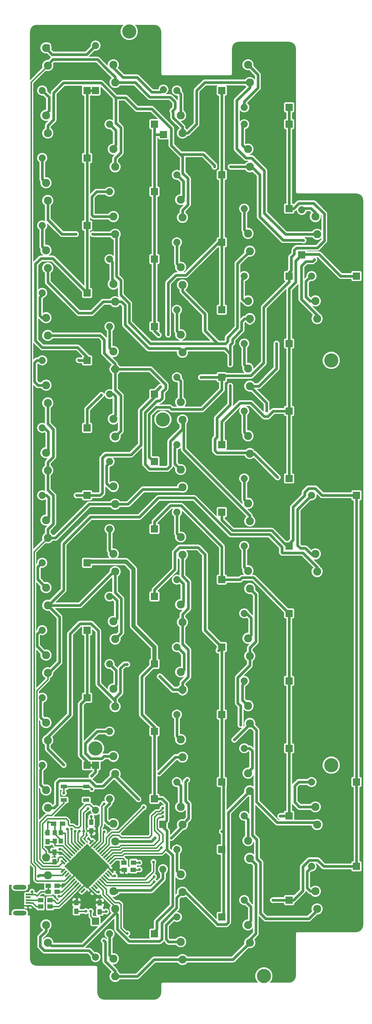
<source format=gbr>
G04 #@! TF.FileFunction,Copper,L2,Bot,Signal*
%FSLAX46Y46*%
G04 Gerber Fmt 4.6, Leading zero omitted, Abs format (unit mm)*
G04 Created by KiCad (PCBNEW 4.0.7-e2-6376~58~ubuntu16.04.1) date Fri Sep 29 21:28:18 2017*
%MOMM*%
%LPD*%
G01*
G04 APERTURE LIST*
%ADD10C,0.150000*%
%ADD11C,2.286000*%
%ADD12R,1.250000X1.500000*%
%ADD13R,1.500000X1.250000*%
%ADD14R,1.400000X0.500000*%
%ADD15O,3.800000X1.300000*%
%ADD16R,1.300000X1.500000*%
%ADD17R,1.500000X1.300000*%
%ADD18R,1.700000X1.000000*%
%ADD19R,1.200000X1.400000*%
%ADD20R,2.000000X2.000000*%
%ADD21O,2.000000X2.000000*%
%ADD22C,4.000000*%
%ADD23C,0.800000*%
%ADD24C,0.800000*%
%ADD25C,0.400000*%
%ADD26C,1.200000*%
%ADD27C,0.200000*%
G04 APERTURE END LIST*
D10*
D11*
X133421875Y-328278125D03*
X132921875Y-323278125D03*
X57221875Y-342565625D03*
X56721875Y-337565625D03*
D10*
G36*
X66827667Y-347649345D02*
X66438759Y-347260437D01*
X67499419Y-346199777D01*
X67888327Y-346588685D01*
X66827667Y-347649345D01*
X66827667Y-347649345D01*
G37*
G36*
X66261982Y-347083659D02*
X65873074Y-346694751D01*
X66933734Y-345634091D01*
X67322642Y-346022999D01*
X66261982Y-347083659D01*
X66261982Y-347083659D01*
G37*
G36*
X65696297Y-346517974D02*
X65307389Y-346129066D01*
X66368049Y-345068406D01*
X66756957Y-345457314D01*
X65696297Y-346517974D01*
X65696297Y-346517974D01*
G37*
G36*
X65130611Y-345952289D02*
X64741703Y-345563381D01*
X65802363Y-344502721D01*
X66191271Y-344891629D01*
X65130611Y-345952289D01*
X65130611Y-345952289D01*
G37*
G36*
X64564926Y-345386603D02*
X64176018Y-344997695D01*
X65236678Y-343937035D01*
X65625586Y-344325943D01*
X64564926Y-345386603D01*
X64564926Y-345386603D01*
G37*
G36*
X63999240Y-344820918D02*
X63610332Y-344432010D01*
X64670992Y-343371350D01*
X65059900Y-343760258D01*
X63999240Y-344820918D01*
X63999240Y-344820918D01*
G37*
G36*
X63433555Y-344255232D02*
X63044647Y-343866324D01*
X64105307Y-342805664D01*
X64494215Y-343194572D01*
X63433555Y-344255232D01*
X63433555Y-344255232D01*
G37*
G36*
X62867869Y-343689547D02*
X62478961Y-343300639D01*
X63539621Y-342239979D01*
X63928529Y-342628887D01*
X62867869Y-343689547D01*
X62867869Y-343689547D01*
G37*
G36*
X62302184Y-343123861D02*
X61913276Y-342734953D01*
X62973936Y-341674293D01*
X63362844Y-342063201D01*
X62302184Y-343123861D01*
X62302184Y-343123861D01*
G37*
G36*
X61736499Y-342558176D02*
X61347591Y-342169268D01*
X62408251Y-341108608D01*
X62797159Y-341497516D01*
X61736499Y-342558176D01*
X61736499Y-342558176D01*
G37*
G36*
X61170813Y-341992491D02*
X60781905Y-341603583D01*
X61842565Y-340542923D01*
X62231473Y-340931831D01*
X61170813Y-341992491D01*
X61170813Y-341992491D01*
G37*
G36*
X60781905Y-338527667D02*
X61170813Y-338138759D01*
X62231473Y-339199419D01*
X61842565Y-339588327D01*
X60781905Y-338527667D01*
X60781905Y-338527667D01*
G37*
G36*
X61347591Y-337961982D02*
X61736499Y-337573074D01*
X62797159Y-338633734D01*
X62408251Y-339022642D01*
X61347591Y-337961982D01*
X61347591Y-337961982D01*
G37*
G36*
X61913276Y-337396297D02*
X62302184Y-337007389D01*
X63362844Y-338068049D01*
X62973936Y-338456957D01*
X61913276Y-337396297D01*
X61913276Y-337396297D01*
G37*
G36*
X62478961Y-336830611D02*
X62867869Y-336441703D01*
X63928529Y-337502363D01*
X63539621Y-337891271D01*
X62478961Y-336830611D01*
X62478961Y-336830611D01*
G37*
G36*
X63044647Y-336264926D02*
X63433555Y-335876018D01*
X64494215Y-336936678D01*
X64105307Y-337325586D01*
X63044647Y-336264926D01*
X63044647Y-336264926D01*
G37*
G36*
X63610332Y-335699240D02*
X63999240Y-335310332D01*
X65059900Y-336370992D01*
X64670992Y-336759900D01*
X63610332Y-335699240D01*
X63610332Y-335699240D01*
G37*
G36*
X64176018Y-335133555D02*
X64564926Y-334744647D01*
X65625586Y-335805307D01*
X65236678Y-336194215D01*
X64176018Y-335133555D01*
X64176018Y-335133555D01*
G37*
G36*
X64741703Y-334567869D02*
X65130611Y-334178961D01*
X66191271Y-335239621D01*
X65802363Y-335628529D01*
X64741703Y-334567869D01*
X64741703Y-334567869D01*
G37*
G36*
X65307389Y-334002184D02*
X65696297Y-333613276D01*
X66756957Y-334673936D01*
X66368049Y-335062844D01*
X65307389Y-334002184D01*
X65307389Y-334002184D01*
G37*
G36*
X65873074Y-333436499D02*
X66261982Y-333047591D01*
X67322642Y-334108251D01*
X66933734Y-334497159D01*
X65873074Y-333436499D01*
X65873074Y-333436499D01*
G37*
G36*
X66438759Y-332870813D02*
X66827667Y-332481905D01*
X67888327Y-333542565D01*
X67499419Y-333931473D01*
X66438759Y-332870813D01*
X66438759Y-332870813D01*
G37*
G36*
X69231831Y-333931473D02*
X68842923Y-333542565D01*
X69903583Y-332481905D01*
X70292491Y-332870813D01*
X69231831Y-333931473D01*
X69231831Y-333931473D01*
G37*
G36*
X69797516Y-334497159D02*
X69408608Y-334108251D01*
X70469268Y-333047591D01*
X70858176Y-333436499D01*
X69797516Y-334497159D01*
X69797516Y-334497159D01*
G37*
G36*
X70363201Y-335062844D02*
X69974293Y-334673936D01*
X71034953Y-333613276D01*
X71423861Y-334002184D01*
X70363201Y-335062844D01*
X70363201Y-335062844D01*
G37*
G36*
X70928887Y-335628529D02*
X70539979Y-335239621D01*
X71600639Y-334178961D01*
X71989547Y-334567869D01*
X70928887Y-335628529D01*
X70928887Y-335628529D01*
G37*
G36*
X71494572Y-336194215D02*
X71105664Y-335805307D01*
X72166324Y-334744647D01*
X72555232Y-335133555D01*
X71494572Y-336194215D01*
X71494572Y-336194215D01*
G37*
G36*
X72060258Y-336759900D02*
X71671350Y-336370992D01*
X72732010Y-335310332D01*
X73120918Y-335699240D01*
X72060258Y-336759900D01*
X72060258Y-336759900D01*
G37*
G36*
X72625943Y-337325586D02*
X72237035Y-336936678D01*
X73297695Y-335876018D01*
X73686603Y-336264926D01*
X72625943Y-337325586D01*
X72625943Y-337325586D01*
G37*
G36*
X73191629Y-337891271D02*
X72802721Y-337502363D01*
X73863381Y-336441703D01*
X74252289Y-336830611D01*
X73191629Y-337891271D01*
X73191629Y-337891271D01*
G37*
G36*
X73757314Y-338456957D02*
X73368406Y-338068049D01*
X74429066Y-337007389D01*
X74817974Y-337396297D01*
X73757314Y-338456957D01*
X73757314Y-338456957D01*
G37*
G36*
X74322999Y-339022642D02*
X73934091Y-338633734D01*
X74994751Y-337573074D01*
X75383659Y-337961982D01*
X74322999Y-339022642D01*
X74322999Y-339022642D01*
G37*
G36*
X74888685Y-339588327D02*
X74499777Y-339199419D01*
X75560437Y-338138759D01*
X75949345Y-338527667D01*
X74888685Y-339588327D01*
X74888685Y-339588327D01*
G37*
G36*
X74499777Y-340931831D02*
X74888685Y-340542923D01*
X75949345Y-341603583D01*
X75560437Y-341992491D01*
X74499777Y-340931831D01*
X74499777Y-340931831D01*
G37*
G36*
X73934091Y-341497516D02*
X74322999Y-341108608D01*
X75383659Y-342169268D01*
X74994751Y-342558176D01*
X73934091Y-341497516D01*
X73934091Y-341497516D01*
G37*
G36*
X73368406Y-342063201D02*
X73757314Y-341674293D01*
X74817974Y-342734953D01*
X74429066Y-343123861D01*
X73368406Y-342063201D01*
X73368406Y-342063201D01*
G37*
G36*
X72802721Y-342628887D02*
X73191629Y-342239979D01*
X74252289Y-343300639D01*
X73863381Y-343689547D01*
X72802721Y-342628887D01*
X72802721Y-342628887D01*
G37*
G36*
X72237035Y-343194572D02*
X72625943Y-342805664D01*
X73686603Y-343866324D01*
X73297695Y-344255232D01*
X72237035Y-343194572D01*
X72237035Y-343194572D01*
G37*
G36*
X71671350Y-343760258D02*
X72060258Y-343371350D01*
X73120918Y-344432010D01*
X72732010Y-344820918D01*
X71671350Y-343760258D01*
X71671350Y-343760258D01*
G37*
G36*
X71105664Y-344325943D02*
X71494572Y-343937035D01*
X72555232Y-344997695D01*
X72166324Y-345386603D01*
X71105664Y-344325943D01*
X71105664Y-344325943D01*
G37*
G36*
X70539979Y-344891629D02*
X70928887Y-344502721D01*
X71989547Y-345563381D01*
X71600639Y-345952289D01*
X70539979Y-344891629D01*
X70539979Y-344891629D01*
G37*
G36*
X69974293Y-345457314D02*
X70363201Y-345068406D01*
X71423861Y-346129066D01*
X71034953Y-346517974D01*
X69974293Y-345457314D01*
X69974293Y-345457314D01*
G37*
G36*
X69408608Y-346022999D02*
X69797516Y-345634091D01*
X70858176Y-346694751D01*
X70469268Y-347083659D01*
X69408608Y-346022999D01*
X69408608Y-346022999D01*
G37*
G36*
X68842923Y-346588685D02*
X69231831Y-346199777D01*
X70292491Y-347260437D01*
X69903583Y-347649345D01*
X68842923Y-346588685D01*
X68842923Y-346588685D01*
G37*
D11*
X95321875Y-156828125D03*
X94821875Y-151828125D03*
X114371875Y-204453125D03*
X113871875Y-199453125D03*
X57221875Y-171115625D03*
X56721875Y-166115625D03*
X114371875Y-185403125D03*
X113871875Y-180403125D03*
X114371875Y-166353125D03*
X113871875Y-161353125D03*
X57221875Y-190165625D03*
X56721875Y-185165625D03*
X57221875Y-361615625D03*
X56721875Y-356615625D03*
X57221875Y-323515625D03*
X56721875Y-318515625D03*
X57221875Y-304465625D03*
X56721875Y-299465625D03*
X57221875Y-285415625D03*
X56721875Y-280415625D03*
X57221875Y-266365625D03*
X56721875Y-261365625D03*
X57221875Y-247315625D03*
X56721875Y-242315625D03*
X57221875Y-228265625D03*
X56721875Y-223265625D03*
X57221875Y-209215625D03*
X56721875Y-204215625D03*
X95321875Y-175878125D03*
X94821875Y-170878125D03*
X57221875Y-152065625D03*
X56721875Y-147065625D03*
X95321875Y-347328125D03*
X94821875Y-342328125D03*
X114371875Y-261603125D03*
X113871875Y-256603125D03*
X114371875Y-299703125D03*
X113871875Y-294703125D03*
X95321875Y-309228125D03*
X94821875Y-304228125D03*
X76271875Y-313990625D03*
X75771875Y-308990625D03*
X95321875Y-290178125D03*
X94821875Y-285178125D03*
X95321875Y-271128125D03*
X94821875Y-266128125D03*
X95321875Y-252078125D03*
X94821875Y-247078125D03*
X76271875Y-218740625D03*
X75771875Y-213740625D03*
X95321875Y-233028125D03*
X94821875Y-228028125D03*
X95321875Y-213978125D03*
X94821875Y-208978125D03*
X95321875Y-194928125D03*
X94821875Y-189928125D03*
X114371875Y-223503125D03*
X113871875Y-218503125D03*
X114371875Y-242553125D03*
X113871875Y-237553125D03*
X76271875Y-199690625D03*
X75771875Y-194690625D03*
X76271875Y-180640625D03*
X75771875Y-175640625D03*
X76271875Y-352090625D03*
X75771875Y-347090625D03*
X76271875Y-294940625D03*
X75771875Y-289940625D03*
X95321875Y-328278125D03*
X94821875Y-323278125D03*
X76271875Y-275890625D03*
X75771875Y-270890625D03*
X76271875Y-237790625D03*
X75771875Y-232790625D03*
X114371875Y-280653125D03*
X113871875Y-275653125D03*
X76271875Y-333040625D03*
X75771875Y-328040625D03*
X114371875Y-318753125D03*
X113871875Y-313753125D03*
X76271875Y-256840625D03*
X75771875Y-251840625D03*
X114371875Y-337803125D03*
X113871875Y-332803125D03*
X76271875Y-161590625D03*
X75771875Y-156590625D03*
X57221875Y-133015625D03*
X56721875Y-128015625D03*
X76271875Y-142540625D03*
X75771875Y-137540625D03*
X57221875Y-113965625D03*
X56721875Y-108965625D03*
X133421875Y-352090625D03*
X132921875Y-347090625D03*
D12*
X57134375Y-333071875D03*
X57134375Y-330571875D03*
D13*
X61384375Y-328021875D03*
X58884375Y-328021875D03*
X78884375Y-341021875D03*
X81384375Y-341021875D03*
D12*
X69534375Y-330071875D03*
X69534375Y-327571875D03*
X65334375Y-350271875D03*
X65334375Y-352771875D03*
D13*
X59884375Y-345521875D03*
X57384375Y-345521875D03*
D12*
X71934375Y-350371875D03*
X71934375Y-352871875D03*
D13*
X59884375Y-347221875D03*
X57384375Y-347221875D03*
D14*
X51696875Y-351190625D03*
X51696875Y-350390625D03*
X51696875Y-349590625D03*
X51696875Y-348790625D03*
X51696875Y-347990625D03*
D15*
X49296875Y-353240625D03*
X49296875Y-345940625D03*
D16*
X59134375Y-338771875D03*
X59134375Y-336071875D03*
D17*
X81484375Y-339021875D03*
X78784375Y-339021875D03*
X57884375Y-351421875D03*
X55184375Y-351421875D03*
X57884375Y-349621875D03*
X55184375Y-349621875D03*
D18*
X68084375Y-317521875D03*
X61784375Y-317521875D03*
X68084375Y-321321875D03*
X61784375Y-321321875D03*
D19*
X60881250Y-332931250D03*
X60881250Y-330531250D03*
X59181250Y-332931250D03*
X59181250Y-330531250D03*
D11*
X95321875Y-366378125D03*
X94821875Y-361378125D03*
D20*
X70746875Y-311490625D03*
D21*
X70746875Y-324190625D03*
D20*
X68365625Y-311490625D03*
D21*
X55665625Y-311490625D03*
D20*
X68365625Y-292440625D03*
D21*
X55665625Y-292440625D03*
D20*
X68365625Y-273390625D03*
D21*
X55665625Y-273390625D03*
D20*
X87415625Y-359115625D03*
D21*
X74715625Y-359115625D03*
D20*
X89796875Y-328159375D03*
D21*
X89796875Y-340859375D03*
D20*
X87415625Y-321015625D03*
D21*
X74715625Y-321015625D03*
D20*
X87415625Y-301965625D03*
D21*
X74715625Y-301965625D03*
D20*
X87415625Y-282915625D03*
D21*
X74715625Y-282915625D03*
D20*
X68365625Y-254340625D03*
D21*
X55665625Y-254340625D03*
D20*
X106465625Y-354353125D03*
D21*
X93765625Y-354353125D03*
D20*
X106465625Y-335303125D03*
D21*
X93765625Y-335303125D03*
D20*
X106465625Y-316253125D03*
D21*
X93765625Y-316253125D03*
D20*
X106465625Y-297203125D03*
D21*
X93765625Y-297203125D03*
D20*
X106465625Y-278153125D03*
D21*
X93765625Y-278153125D03*
D20*
X87415625Y-263865625D03*
D21*
X74715625Y-263865625D03*
D20*
X125515625Y-325778125D03*
D21*
X112815625Y-325778125D03*
D20*
X125515625Y-306728125D03*
D21*
X112815625Y-306728125D03*
D20*
X125515625Y-287678125D03*
D21*
X112815625Y-287678125D03*
D20*
X125515625Y-268628125D03*
D21*
X112815625Y-268628125D03*
D20*
X106465625Y-259103125D03*
D21*
X93765625Y-259103125D03*
D20*
X87415625Y-244815625D03*
D21*
X74715625Y-244815625D03*
D20*
X125515625Y-349590625D03*
D21*
X112815625Y-349590625D03*
D20*
X144565625Y-340065625D03*
D21*
X131865625Y-340065625D03*
D20*
X144565625Y-316253125D03*
D21*
X131865625Y-316253125D03*
D20*
X125515625Y-249578125D03*
D21*
X112815625Y-249578125D03*
D20*
X106465625Y-240053125D03*
D21*
X93765625Y-240053125D03*
D20*
X144565625Y-235290625D03*
D21*
X131865625Y-235290625D03*
D20*
X68365625Y-197190625D03*
D21*
X55665625Y-197190625D03*
D20*
X68365625Y-178140625D03*
D21*
X55665625Y-178140625D03*
D20*
X68365625Y-159090625D03*
D21*
X55665625Y-159090625D03*
D20*
X70746875Y-120990625D03*
D21*
X70746875Y-108290625D03*
D20*
X87415625Y-187665625D03*
D21*
X74715625Y-187665625D03*
D20*
X87415625Y-168615625D03*
D21*
X74715625Y-168615625D03*
D20*
X87415625Y-149565625D03*
D21*
X74715625Y-149565625D03*
D20*
X87415625Y-130515625D03*
D21*
X74715625Y-130515625D03*
D20*
X89934375Y-133421875D03*
D21*
X89934375Y-120721875D03*
D20*
X68365625Y-235290625D03*
D21*
X55665625Y-235290625D03*
D20*
X87415625Y-206715625D03*
D21*
X74715625Y-206715625D03*
D20*
X106465625Y-182903125D03*
D21*
X93765625Y-182903125D03*
D20*
X106465625Y-163853125D03*
D21*
X93765625Y-163853125D03*
D20*
X106465625Y-144803125D03*
D21*
X93765625Y-144803125D03*
D20*
X106465625Y-120990625D03*
D21*
X93765625Y-120990625D03*
D20*
X87415625Y-225765625D03*
D21*
X74715625Y-225765625D03*
D20*
X106465625Y-201953125D03*
D21*
X93765625Y-201953125D03*
D20*
X125515625Y-173378125D03*
D21*
X112815625Y-173378125D03*
D20*
X125515625Y-154328125D03*
D21*
X112815625Y-154328125D03*
D20*
X125515625Y-130515625D03*
D21*
X112815625Y-130515625D03*
D20*
X125515625Y-125753125D03*
D21*
X112815625Y-125753125D03*
D20*
X106465625Y-221003125D03*
D21*
X93765625Y-221003125D03*
D20*
X125515625Y-230528125D03*
D21*
X112815625Y-230528125D03*
D20*
X125515625Y-211478125D03*
D21*
X112815625Y-211478125D03*
D20*
X125515625Y-192428125D03*
D21*
X112815625Y-192428125D03*
D20*
X144565625Y-173378125D03*
D21*
X131865625Y-173378125D03*
D20*
X129087500Y-167425000D03*
D21*
X129087500Y-154725000D03*
D20*
X68365625Y-140040625D03*
D21*
X55665625Y-140040625D03*
D20*
X68365625Y-120990625D03*
D21*
X55665625Y-120990625D03*
D20*
X68365625Y-216240625D03*
D21*
X55665625Y-216240625D03*
D11*
X76271875Y-371140625D03*
X75771875Y-366140625D03*
D20*
X70746875Y-355543750D03*
D21*
X70746875Y-365703750D03*
D11*
X76271875Y-118728125D03*
X75771875Y-113728125D03*
X114371875Y-361615625D03*
X113871875Y-356615625D03*
X95321875Y-133015625D03*
X94821875Y-128015625D03*
X133421875Y-161590625D03*
X132921875Y-156590625D03*
X133421875Y-185403125D03*
X132921875Y-180403125D03*
X114371875Y-118728125D03*
X113871875Y-113728125D03*
X114371875Y-142540625D03*
X113871875Y-137540625D03*
X133421875Y-256840625D03*
X132921875Y-251840625D03*
D22*
X118371875Y-371021875D03*
X80271875Y-104321875D03*
X137421875Y-197190625D03*
X137421875Y-311490625D03*
X70746875Y-306728125D03*
X89796875Y-213859375D03*
D23*
X104378125Y-142543750D03*
X108978125Y-142543750D03*
X129578125Y-163343750D03*
X132678125Y-168743750D03*
X73134375Y-322421875D03*
X109978125Y-304343750D03*
X54534377Y-342821875D03*
X87534375Y-332021875D03*
X92178125Y-332043750D03*
X96678125Y-315643750D03*
X111778125Y-300143750D03*
X88678125Y-313843750D03*
X82878125Y-321143750D03*
X89334375Y-334821875D03*
X62778125Y-329543750D03*
X79734375Y-283021875D03*
X88934375Y-286421875D03*
X61734375Y-311421875D03*
X73178125Y-330343750D03*
X109378125Y-236043750D03*
X122278125Y-230243750D03*
X89734375Y-326021875D03*
X108846875Y-198381250D03*
X108846875Y-204334375D03*
X65178125Y-161543750D03*
X69978125Y-161543750D03*
X121943750Y-192428125D03*
X119134375Y-211421875D03*
X89734375Y-324821875D03*
X110037500Y-188856250D03*
X60656250Y-335221875D03*
X60378125Y-348543750D03*
X67978125Y-352743750D03*
X71578125Y-347343750D03*
X76178125Y-342743750D03*
X83178125Y-340943750D03*
X61778125Y-319343750D03*
X69678125Y-318243750D03*
X83134375Y-339021875D03*
X73734375Y-352821875D03*
X52734375Y-347221875D03*
X57334375Y-327621875D03*
X68734375Y-332221875D03*
X69534375Y-326021875D03*
X69578125Y-314543750D03*
X69378125Y-352743750D03*
X67378125Y-330143750D03*
X68578125Y-323743750D03*
X87278125Y-343043750D03*
X106465625Y-330243750D03*
X87134375Y-338821875D03*
X122978125Y-325943750D03*
X87278125Y-344443750D03*
X120934375Y-349621875D03*
X73078125Y-361043750D03*
X79734375Y-359021875D03*
X66178125Y-330143750D03*
X91278125Y-189943750D03*
X65378125Y-235343750D03*
X89134375Y-204621875D03*
X64978125Y-330143750D03*
X72378125Y-206943750D03*
X88606250Y-190046875D03*
X63978125Y-329543750D03*
X65978125Y-197143750D03*
X84378125Y-323343750D03*
X109878125Y-201543750D03*
X116678125Y-211243750D03*
X89734375Y-323621875D03*
D24*
X57221875Y-113965625D02*
X57221875Y-113700000D01*
X57221875Y-113700000D02*
X58678125Y-112243750D01*
X71278125Y-112243750D02*
X73678125Y-114643750D01*
X58678125Y-112243750D02*
X71278125Y-112243750D01*
X76271875Y-118728125D02*
X76271875Y-117237500D01*
X76271875Y-117237500D02*
X73678125Y-114643750D01*
X92678125Y-128643750D02*
X92678125Y-126643750D01*
X92678125Y-126843750D02*
X92478125Y-126843750D01*
X92678125Y-126643750D02*
X92678125Y-126843750D01*
X76271875Y-118728125D02*
X81962500Y-118728125D01*
X81962500Y-118728125D02*
X86078125Y-122843750D01*
X86078125Y-122843750D02*
X91878125Y-122843750D01*
X91878125Y-122843750D02*
X93278125Y-124243750D01*
X93278125Y-124243750D02*
X93278125Y-126043750D01*
X93278125Y-126043750D02*
X92478125Y-126843750D01*
X95321875Y-133015625D02*
X95321875Y-131287500D01*
X95321875Y-131287500D02*
X92678125Y-128643750D01*
X113278125Y-140040625D02*
X113275000Y-140040625D01*
X114371875Y-120150000D02*
X114371875Y-118728125D01*
X110678125Y-123843750D02*
X114371875Y-120150000D01*
X110678125Y-137443750D02*
X110678125Y-123843750D01*
X113275000Y-140040625D02*
X110678125Y-137443750D01*
D25*
X53734375Y-343821875D02*
X53734375Y-340221875D01*
X52534375Y-339021875D02*
X52534375Y-248221875D01*
X54134375Y-344221875D02*
X53734375Y-343821875D01*
X61934375Y-344221875D02*
X54134375Y-344221875D01*
X63191487Y-342964763D02*
X61934375Y-344221875D01*
X52534375Y-118653125D02*
X57221875Y-113965625D01*
X52534375Y-248221875D02*
X52534375Y-118653125D01*
X53734375Y-340221875D02*
X52534375Y-339021875D01*
D24*
X95321875Y-132209375D02*
X95321875Y-133015625D01*
X95321875Y-133015625D02*
X96821875Y-133015625D01*
X96821875Y-133015625D02*
X99321875Y-130515625D01*
X99321875Y-130515625D02*
X99321875Y-120990625D01*
X99321875Y-120990625D02*
X101584375Y-118728125D01*
X101584375Y-118728125D02*
X114371875Y-118728125D01*
X114371875Y-118728125D02*
X113490625Y-118728125D01*
X113278125Y-140040625D02*
X114875000Y-140040625D01*
X114875000Y-140040625D02*
X118478125Y-143643750D01*
X118478125Y-143643750D02*
X118478125Y-155625000D01*
X118478125Y-155625000D02*
X124443750Y-161590625D01*
X124443750Y-161590625D02*
X133421875Y-161590625D01*
D26*
X95321875Y-133015625D02*
X95321875Y-132209375D01*
D25*
X63203745Y-342964763D02*
X63191487Y-342964763D01*
D26*
X114371875Y-118728125D02*
X114371875Y-119037500D01*
X95321875Y-132468750D02*
X95321875Y-133015625D01*
D24*
X104378125Y-142543750D02*
X104378125Y-142143750D01*
X101240625Y-139006250D02*
X94715625Y-139006250D01*
X104378125Y-142143750D02*
X101240625Y-139006250D01*
X114371875Y-142540625D02*
X108981250Y-142540625D01*
X108981250Y-142540625D02*
X108978125Y-142543750D01*
X86646875Y-126175000D02*
X82409375Y-126175000D01*
X82409375Y-126175000D02*
X79243750Y-123009375D01*
X76478125Y-123009375D02*
X79243750Y-123009375D01*
X86646875Y-126175000D02*
X92178125Y-131706250D01*
X76271875Y-142540625D02*
X76271875Y-140150000D01*
X76478125Y-130143750D02*
X76478125Y-123009375D01*
X77878125Y-131543750D02*
X76478125Y-130143750D01*
X77878125Y-138543750D02*
X77878125Y-131543750D01*
X76271875Y-140150000D02*
X77878125Y-138543750D01*
X133421875Y-185403125D02*
X133421875Y-184687500D01*
X128978125Y-174143750D02*
X128978125Y-170543750D01*
X130278125Y-169243750D02*
X132178125Y-169243750D01*
X128978125Y-170543750D02*
X130278125Y-169243750D01*
X117181250Y-153843750D02*
X117181250Y-156646875D01*
X117181250Y-144803125D02*
X117181250Y-153843750D01*
X117181250Y-156646875D02*
X123778125Y-163243750D01*
X123778125Y-163243750D02*
X129478125Y-163243750D01*
X129478125Y-163243750D02*
X129578125Y-163343750D01*
X132678125Y-168743750D02*
X132178125Y-169243750D01*
X128978125Y-174143750D02*
X128978125Y-179943750D01*
X133421875Y-185403125D02*
X133421875Y-184387500D01*
X133421875Y-184387500D02*
X128978125Y-179943750D01*
X95321875Y-156828125D02*
X95321875Y-154800000D01*
X95321875Y-154800000D02*
X96878125Y-153243750D01*
X96878125Y-153243750D02*
X96878125Y-145843750D01*
X96878125Y-145843750D02*
X95378125Y-144343750D01*
X95378125Y-144343750D02*
X95378125Y-139843750D01*
X95378125Y-139843750D02*
X95378125Y-139668750D01*
X57221875Y-133015625D02*
X57221875Y-130900000D01*
X57221875Y-130900000D02*
X58878125Y-129243750D01*
X58878125Y-129243750D02*
X58878125Y-121643750D01*
X58878125Y-121643750D02*
X61678125Y-118843750D01*
X61678125Y-118843750D02*
X72312500Y-118843750D01*
X72312500Y-118843750D02*
X76478125Y-123009375D01*
D25*
X72134375Y-332902762D02*
X70699077Y-334338060D01*
X72134375Y-329021875D02*
X72134375Y-332902762D01*
X72534375Y-328621875D02*
X72134375Y-329021875D01*
X72534375Y-323021875D02*
X72534375Y-328621875D01*
X73134375Y-322421875D02*
X72534375Y-323021875D01*
D24*
X92178125Y-131706250D02*
X92178125Y-136468750D01*
X92178125Y-136468750D02*
X94715625Y-139006250D01*
X94715625Y-139006250D02*
X95378125Y-139668750D01*
X95321875Y-156828125D02*
X95631250Y-156828125D01*
X57221875Y-133015625D02*
X57221875Y-132134375D01*
X114371875Y-142540625D02*
X114918750Y-142540625D01*
X114918750Y-142540625D02*
X117181250Y-144803125D01*
X114918750Y-142540625D02*
X117181250Y-144803125D01*
D26*
X57221875Y-133015625D02*
X57531250Y-133015625D01*
D25*
X70699077Y-334338060D02*
X70818190Y-334338060D01*
X70699077Y-334257173D02*
X70699077Y-334338060D01*
X70699077Y-334257173D02*
X70699077Y-334338060D01*
D24*
X93678125Y-351843750D02*
X93678125Y-348971875D01*
X93678125Y-348971875D02*
X95321875Y-347328125D01*
X93678125Y-351843750D02*
X89478125Y-356043750D01*
X116378125Y-332543750D02*
X116378125Y-337943750D01*
X116378125Y-337943750D02*
X117378125Y-338943750D01*
X122378125Y-354843750D02*
X118878125Y-354843750D01*
X131078125Y-354843750D02*
X122378125Y-354843750D01*
X133421875Y-352500000D02*
X131078125Y-354843750D01*
X118878125Y-354843750D02*
X117378125Y-353343750D01*
X117378125Y-353343750D02*
X117378125Y-338943750D01*
X116378125Y-332543750D02*
X115078125Y-331243750D01*
X115078125Y-325043750D02*
X115078125Y-319459375D01*
X115078125Y-325043750D02*
X115078125Y-331243750D01*
X115078125Y-319459375D02*
X114371875Y-318753125D01*
X133421875Y-352090625D02*
X133421875Y-352500000D01*
X95321875Y-347328125D02*
X96162500Y-347328125D01*
X108278125Y-324846875D02*
X114371875Y-318753125D01*
X108278125Y-355843750D02*
X108278125Y-324846875D01*
X107678125Y-356443750D02*
X108278125Y-355843750D01*
X105278125Y-356443750D02*
X107678125Y-356443750D01*
X104478125Y-355643750D02*
X105278125Y-356443750D01*
X104478125Y-355643750D02*
X104478125Y-355643750D01*
X96162500Y-347328125D02*
X104478125Y-355643750D01*
X88478125Y-361243750D02*
X88878125Y-361243750D01*
X76878125Y-353643750D02*
X76878125Y-357843750D01*
X76878125Y-357843750D02*
X80278125Y-361243750D01*
X80278125Y-361243750D02*
X88478125Y-361243750D01*
X76271875Y-353037500D02*
X76878125Y-353643750D01*
X88878125Y-361243750D02*
X89478125Y-360643750D01*
X89478125Y-360643750D02*
X89478125Y-356043750D01*
X76271875Y-352090625D02*
X76271875Y-353037500D01*
X57221875Y-361615625D02*
X57450000Y-361615625D01*
X57450000Y-361615625D02*
X58278125Y-362443750D01*
X76271875Y-353350000D02*
X76271875Y-352090625D01*
X67178125Y-362443750D02*
X76271875Y-353350000D01*
X58278125Y-362443750D02*
X67178125Y-362443750D01*
D26*
X133421875Y-352090625D02*
X133421875Y-352400000D01*
D25*
X76271875Y-352090625D02*
X76271875Y-351459375D01*
X76271875Y-351459375D02*
X72834375Y-348021875D01*
X72834375Y-346797117D02*
X71264763Y-345227505D01*
X72834375Y-348021875D02*
X72834375Y-346797117D01*
D26*
X95321875Y-347328125D02*
X95321875Y-346781249D01*
D24*
X56721875Y-356615625D02*
X56721875Y-358400000D01*
X68886875Y-363843750D02*
X70746875Y-365703750D01*
X56278125Y-363843750D02*
X68886875Y-363843750D01*
X55078125Y-362643750D02*
X56278125Y-363843750D01*
X55078125Y-360043750D02*
X55078125Y-362643750D01*
X56721875Y-358400000D02*
X55078125Y-360043750D01*
X56721875Y-356615625D02*
X56578125Y-356615625D01*
X114371875Y-299703125D02*
X114371875Y-299950000D01*
X114371875Y-299950000D02*
X109978125Y-304343750D01*
X122128125Y-327693750D02*
X132837500Y-327693750D01*
X132837500Y-327693750D02*
X133421875Y-328278125D01*
X54790627Y-342565625D02*
X54534377Y-342821875D01*
X57221875Y-342565625D02*
X54790627Y-342565625D01*
X86515625Y-333040625D02*
X87534375Y-332021875D01*
X76271875Y-333040625D02*
X86515625Y-333040625D01*
X95321875Y-328278125D02*
X95321875Y-328900000D01*
X95321875Y-328900000D02*
X92178125Y-332043750D01*
X116278125Y-301609375D02*
X114371875Y-299703125D01*
X116278125Y-321843750D02*
X116278125Y-301609375D01*
X122128125Y-327693750D02*
X116278125Y-321843750D01*
X97078125Y-326521875D02*
X95321875Y-328278125D01*
X97078125Y-322443750D02*
X97078125Y-326521875D01*
X96178125Y-321543750D02*
X97078125Y-322443750D01*
X96178125Y-316143750D02*
X96178125Y-321543750D01*
X96678125Y-315643750D02*
X96178125Y-316143750D01*
X133421875Y-328278125D02*
X132678125Y-328278125D01*
D26*
X95321875Y-328278125D02*
X95321875Y-328034375D01*
D25*
X57221875Y-342565625D02*
X61340142Y-342565625D01*
X61340142Y-342565625D02*
X62072375Y-341833392D01*
X57221875Y-342565625D02*
X57221875Y-342909375D01*
D26*
X95321875Y-328278125D02*
X95631250Y-328278125D01*
D25*
X62178125Y-326610937D02*
X62445312Y-326610937D01*
X62445312Y-326610937D02*
X62978125Y-327143750D01*
X66478125Y-328643750D02*
X66478125Y-324278125D01*
X65978125Y-329143750D02*
X66478125Y-328643750D01*
X64978125Y-329143750D02*
X65978125Y-329143750D01*
X64378125Y-328543750D02*
X64978125Y-329143750D01*
X63378125Y-328543750D02*
X64378125Y-328543750D01*
X62978125Y-328143750D02*
X63378125Y-328543750D01*
X62978125Y-327143750D02*
X62978125Y-328143750D01*
X57145313Y-326610937D02*
X62178125Y-326610937D01*
X66478125Y-324278125D02*
X68134375Y-322621875D01*
X70746875Y-324190625D02*
X70703125Y-324190625D01*
X70703125Y-324190625D02*
X69134375Y-322621875D01*
X69134375Y-322621875D02*
X68134375Y-322621875D01*
X55734375Y-329221875D02*
X55734375Y-328021875D01*
X55734375Y-328021875D02*
X56934375Y-326821875D01*
X56721875Y-337565625D02*
X56721875Y-335809375D01*
X57145313Y-326610937D02*
X56934375Y-326821875D01*
X55734375Y-334821875D02*
X55734375Y-329221875D01*
X56721875Y-335809375D02*
X55734375Y-334821875D01*
X56078125Y-337565625D02*
X56721875Y-337565625D01*
D24*
X110978125Y-291343750D02*
X110978125Y-293943750D01*
X111778125Y-294743750D02*
X111778125Y-300143750D01*
X110978125Y-293943750D02*
X111778125Y-294743750D01*
D25*
X77678125Y-336221875D02*
X78000000Y-336221875D01*
X78578125Y-335643750D02*
X88512500Y-335643750D01*
X78000000Y-336221875D02*
X78578125Y-335643750D01*
D24*
X95321875Y-309228125D02*
X93293750Y-309228125D01*
X93293750Y-309228125D02*
X88678125Y-313843750D01*
X91378125Y-311143750D02*
X93293750Y-309228125D01*
D25*
X89334375Y-334821875D02*
X88512500Y-335643750D01*
X77678125Y-336221875D02*
X75603488Y-336221875D01*
X75603488Y-336221875D02*
X74093190Y-337732173D01*
D24*
X57221875Y-323515625D02*
X59006250Y-323515625D01*
X60578125Y-315843750D02*
X69146875Y-315843750D01*
X59878125Y-316543750D02*
X60578125Y-315843750D01*
X59878125Y-322643750D02*
X59878125Y-316543750D01*
X59006250Y-323515625D02*
X59878125Y-322643750D01*
X82878125Y-321143750D02*
X76271875Y-314537500D01*
X76271875Y-314537500D02*
X76271875Y-313990625D01*
X76478125Y-314196875D02*
X76271875Y-313990625D01*
X57221875Y-323515625D02*
X57221875Y-323134375D01*
X69146875Y-315843750D02*
X70746875Y-317443750D01*
X72818750Y-317443750D02*
X76271875Y-313990625D01*
X70746875Y-317443750D02*
X72818750Y-317443750D01*
D26*
X57221875Y-323515625D02*
X57840625Y-323515625D01*
X76271875Y-314300000D02*
X76271875Y-313990625D01*
D24*
X114371875Y-283350000D02*
X114371875Y-280653125D01*
X110978125Y-286743750D02*
X114371875Y-283350000D01*
X110978125Y-291343750D02*
X110978125Y-286743750D01*
X114371875Y-280653125D02*
X114371875Y-278350000D01*
X116078125Y-263309375D02*
X114371875Y-261603125D01*
X116078125Y-276643750D02*
X116078125Y-263309375D01*
X114371875Y-278350000D02*
X116078125Y-276643750D01*
X55665625Y-311490625D02*
X55665625Y-312256250D01*
X55665625Y-312256250D02*
X55178125Y-312743750D01*
X55178125Y-316971875D02*
X56721875Y-318515625D01*
X55178125Y-312743750D02*
X55178125Y-316971875D01*
D25*
X62934375Y-329700000D02*
X62934375Y-330621875D01*
X62778125Y-329543750D02*
X62934375Y-329700000D01*
D24*
X63534375Y-277043750D02*
X63534375Y-274387500D01*
X69478125Y-271543750D02*
X71534375Y-273600000D01*
X66378125Y-271543750D02*
X69478125Y-271543750D01*
X63534375Y-274387500D02*
X66378125Y-271543750D01*
X76271875Y-294940625D02*
X76271875Y-293337500D01*
X76271875Y-293337500D02*
X71534375Y-288600000D01*
X71534375Y-288600000D02*
X71534375Y-273600000D01*
X76271875Y-294940625D02*
X76271875Y-292550000D01*
X78900000Y-283021875D02*
X79734375Y-283021875D01*
X77778125Y-284143750D02*
X78900000Y-283021875D01*
X77778125Y-291043750D02*
X77778125Y-284143750D01*
X76271875Y-292550000D02*
X77778125Y-291043750D01*
D25*
X62934375Y-333503004D02*
X64900802Y-335469431D01*
X62934375Y-332021875D02*
X62934375Y-333503004D01*
X62934375Y-332021875D02*
X62934375Y-330621875D01*
D24*
X76271875Y-294940625D02*
X76271875Y-294684375D01*
X57221875Y-304465625D02*
X57221875Y-303584375D01*
X57221875Y-303584375D02*
X63534375Y-297271875D01*
X63534375Y-297271875D02*
X63534375Y-277043750D01*
X57221875Y-304465625D02*
X57221875Y-306909375D01*
X57221875Y-306909375D02*
X61734375Y-311421875D01*
D26*
X76271875Y-294940625D02*
X76053125Y-294940625D01*
D24*
X92690625Y-290178125D02*
X88934375Y-286421875D01*
X95321875Y-290178125D02*
X92690625Y-290178125D01*
X95321875Y-290178125D02*
X95321875Y-288200000D01*
X95321875Y-277287500D02*
X95321875Y-271128125D01*
X96978125Y-278943750D02*
X95321875Y-277287500D01*
X96978125Y-286543750D02*
X96978125Y-278943750D01*
X95321875Y-288200000D02*
X96978125Y-286543750D01*
X95321875Y-271128125D02*
X95321875Y-268900000D01*
X95321875Y-290178125D02*
X95631250Y-290178125D01*
X95321875Y-271128125D02*
X95631250Y-271128125D01*
D26*
X95321875Y-290178125D02*
X95290625Y-290178125D01*
X95321875Y-290821875D02*
X95321875Y-290178125D01*
D24*
X96978125Y-267243750D02*
X96978125Y-259743750D01*
X96978125Y-259743750D02*
X95321875Y-258087500D01*
X95321875Y-258087500D02*
X95321875Y-252078125D01*
X95321875Y-268900000D02*
X96978125Y-267243750D01*
X55665625Y-292440625D02*
X55665625Y-292856250D01*
X55665625Y-292856250D02*
X55178125Y-293343750D01*
X55178125Y-297921875D02*
X56721875Y-299465625D01*
X55178125Y-293343750D02*
X55178125Y-297921875D01*
X55665625Y-273390625D02*
X55331250Y-273390625D01*
X55331250Y-273390625D02*
X54178125Y-274543750D01*
X54178125Y-277871875D02*
X56721875Y-280415625D01*
X54178125Y-274543750D02*
X54178125Y-277871875D01*
X94728125Y-233621875D02*
X95321875Y-233028125D01*
X57221875Y-228265625D02*
X57221875Y-226000000D01*
X57221875Y-215087500D02*
X57221875Y-209215625D01*
X58778125Y-216643750D02*
X57221875Y-215087500D01*
X58778125Y-224443750D02*
X58778125Y-216643750D01*
X57221875Y-226000000D02*
X58778125Y-224443750D01*
X57221875Y-247315625D02*
X59406250Y-247315625D01*
X68931250Y-237790625D02*
X76271875Y-237790625D01*
X59406250Y-247315625D02*
X68931250Y-237790625D01*
X57221875Y-247315625D02*
X57221875Y-244900000D01*
X57221875Y-233787500D02*
X57221875Y-228265625D01*
X58778125Y-235343750D02*
X57221875Y-233787500D01*
X58778125Y-243343750D02*
X58778125Y-235343750D01*
X57221875Y-244900000D02*
X58778125Y-243343750D01*
X76271875Y-237790625D02*
X79965625Y-237790625D01*
X84134375Y-233621875D02*
X94728125Y-233621875D01*
X79965625Y-237790625D02*
X84134375Y-233621875D01*
D26*
X76271875Y-237790625D02*
X76271875Y-238084375D01*
D25*
X56134375Y-340821875D02*
X55334375Y-340821875D01*
X61060857Y-340821875D02*
X61506689Y-341267707D01*
X56134375Y-340821875D02*
X61060857Y-340821875D01*
X55334375Y-340821875D02*
X53334375Y-338821875D01*
X53334375Y-338821875D02*
X53334375Y-251203125D01*
X53334375Y-251203125D02*
X57221875Y-247315625D01*
D24*
X55665625Y-254340625D02*
X55581250Y-254340625D01*
X55581250Y-254340625D02*
X54378125Y-255543750D01*
X54378125Y-259021875D02*
X56721875Y-261365625D01*
X54378125Y-255543750D02*
X54378125Y-259021875D01*
X87578125Y-227843750D02*
X91078125Y-227843750D01*
X91078125Y-227843750D02*
X91878125Y-227043750D01*
X89628125Y-207893750D02*
X89628125Y-206093750D01*
X91878125Y-220043750D02*
X95321875Y-216600000D01*
X95321875Y-216600000D02*
X95321875Y-213978125D01*
X90578125Y-204043750D02*
X86225000Y-199690625D01*
X86225000Y-199690625D02*
X76271875Y-199690625D01*
X91878125Y-227043750D02*
X91878125Y-220043750D01*
X90578125Y-205143750D02*
X90578125Y-204043750D01*
X88878125Y-208643750D02*
X89628125Y-207893750D01*
X84778125Y-211943750D02*
X88078125Y-208643750D01*
X88078125Y-208643750D02*
X88878125Y-208643750D01*
X84778125Y-211943750D02*
X84778125Y-226243750D01*
X84778125Y-226543750D02*
X86078125Y-227843750D01*
X86078125Y-227843750D02*
X87578125Y-227843750D01*
X84778125Y-226243750D02*
X84778125Y-226543750D01*
X89628125Y-206093750D02*
X90578125Y-205143750D01*
D25*
X72934375Y-331743750D02*
X72934375Y-330587500D01*
X72934375Y-330587500D02*
X73178125Y-330343750D01*
X72934375Y-333221875D02*
X72934375Y-331743750D01*
X71264763Y-334891487D02*
X72934375Y-333221875D01*
X71264763Y-334903745D02*
X71264763Y-334891487D01*
D24*
X76271875Y-199690625D02*
X76271875Y-198237500D01*
X76271875Y-198237500D02*
X73178125Y-195143750D01*
X73178125Y-195143750D02*
X73178125Y-191343750D01*
X73178125Y-191343750D02*
X72000000Y-190165625D01*
X72000000Y-190165625D02*
X57221875Y-190165625D01*
X76271875Y-218740625D02*
X77890625Y-217121875D01*
X76271875Y-205537500D02*
X76271875Y-199690625D01*
X77890625Y-207156250D02*
X76271875Y-205537500D01*
X77890625Y-217121875D02*
X77890625Y-207156250D01*
D26*
X75628125Y-199690625D02*
X76271875Y-199690625D01*
D24*
X114371875Y-242553125D02*
X114371875Y-241037500D01*
X114371875Y-241037500D02*
X109378125Y-236043750D01*
X109378125Y-236043750D02*
X95678125Y-222343750D01*
X95678125Y-214965625D02*
X95678125Y-222343750D01*
X95321875Y-214609375D02*
X95678125Y-214965625D01*
X95321875Y-213978125D02*
X95321875Y-214609375D01*
X55665625Y-235290625D02*
X56825000Y-235290625D01*
X57478125Y-235943750D02*
X57478125Y-241559375D01*
X56825000Y-235290625D02*
X57478125Y-235943750D01*
X57478125Y-241559375D02*
X56721875Y-242315625D01*
D25*
X77278125Y-335421875D02*
X77700000Y-335421875D01*
X78278125Y-334843750D02*
X87912500Y-334843750D01*
X77700000Y-335421875D02*
X78278125Y-334843750D01*
D24*
X112028125Y-188693750D02*
X112028125Y-186293750D01*
X112918750Y-185403125D02*
X114371875Y-185403125D01*
X112028125Y-186293750D02*
X112918750Y-185403125D01*
X95321875Y-194928125D02*
X95321875Y-194687500D01*
X95321875Y-194687500D02*
X94478125Y-193843750D01*
X78075000Y-180640625D02*
X76271875Y-180640625D01*
X79078125Y-181643750D02*
X78075000Y-180640625D01*
X79078125Y-187143750D02*
X79078125Y-181643750D01*
X85778125Y-193843750D02*
X79078125Y-187143750D01*
X94478125Y-193843750D02*
X85778125Y-193843750D01*
X108846875Y-198381250D02*
X108846875Y-192875000D01*
X109478125Y-191243750D02*
X112028125Y-188693750D01*
X109478125Y-192243750D02*
X109478125Y-191243750D01*
X108846875Y-192875000D02*
X109478125Y-192243750D01*
X114371875Y-186350000D02*
X114371875Y-185403125D01*
X108846875Y-198381250D02*
X108846875Y-195312500D01*
X96406250Y-193843750D02*
X95321875Y-194928125D01*
X107378125Y-193843750D02*
X96406250Y-193843750D01*
X108846875Y-195312500D02*
X107378125Y-193843750D01*
X115537500Y-223503125D02*
X122278125Y-230243750D01*
X114371875Y-223503125D02*
X115537500Y-223503125D01*
D25*
X89734375Y-331021875D02*
X88178125Y-329465625D01*
X89734375Y-333021875D02*
X89734375Y-331021875D01*
X87912500Y-334843750D02*
X89734375Y-333021875D01*
X88178125Y-326778125D02*
X88178125Y-329465625D01*
X88734375Y-326221875D02*
X88178125Y-326778125D01*
X89534375Y-326221875D02*
X88734375Y-326221875D01*
X89734375Y-326021875D02*
X89534375Y-326221875D01*
X77278125Y-335421875D02*
X75272117Y-335421875D01*
X75272117Y-335421875D02*
X73527505Y-337166487D01*
D24*
X76271875Y-180640625D02*
X72915625Y-180640625D01*
X57221875Y-175109375D02*
X57221875Y-171115625D01*
X65934375Y-183821875D02*
X57221875Y-175109375D01*
X69734375Y-183821875D02*
X65934375Y-183821875D01*
X72915625Y-180640625D02*
X69734375Y-183821875D01*
D26*
X57221875Y-171759375D02*
X57221875Y-171115625D01*
D24*
X104478125Y-219443750D02*
X105078125Y-218843750D01*
X105078125Y-213478125D02*
X108846875Y-209709375D01*
X105078125Y-218843750D02*
X105078125Y-213478125D01*
X104478125Y-219443750D02*
X104478125Y-222643750D01*
X105078125Y-223243750D02*
X114112500Y-223243750D01*
X104478125Y-222643750D02*
X105078125Y-223243750D01*
X114112500Y-223243750D02*
X114371875Y-223503125D01*
X108846875Y-204334375D02*
X108846875Y-209709375D01*
X114371875Y-223503125D02*
X114371875Y-224259375D01*
X55665625Y-216240625D02*
X56275000Y-216240625D01*
X56275000Y-216240625D02*
X57378125Y-217343750D01*
X57378125Y-217343750D02*
X57378125Y-222609375D01*
X57378125Y-222609375D02*
X56721875Y-223265625D01*
X65178125Y-161543750D02*
X61278125Y-161543750D01*
X57221875Y-157487500D02*
X61278125Y-161543750D01*
X57221875Y-152065625D02*
X57221875Y-157487500D01*
X69978125Y-161543750D02*
X70025000Y-161590625D01*
X70025000Y-161590625D02*
X76271875Y-161590625D01*
D25*
X78978125Y-334143750D02*
X77878125Y-334143750D01*
X77878125Y-334143750D02*
X77400000Y-334621875D01*
X74940746Y-334621875D02*
X72961819Y-336600802D01*
X77400000Y-334621875D02*
X74940746Y-334621875D01*
X78978125Y-334143750D02*
X87212500Y-334143750D01*
D24*
X110037500Y-188856250D02*
X110037500Y-188784375D01*
X110037500Y-188784375D02*
X110878125Y-187943750D01*
X110878125Y-187943750D02*
X110878125Y-169846875D01*
X110878125Y-169846875D02*
X114371875Y-166353125D01*
X80271875Y-181543750D02*
X80271875Y-181137500D01*
X76678125Y-173443750D02*
X76678125Y-161996875D01*
X77878125Y-174643750D02*
X76678125Y-173443750D01*
X77878125Y-178743750D02*
X77878125Y-174643750D01*
X80271875Y-181137500D02*
X77878125Y-178743750D01*
X76678125Y-161996875D02*
X76271875Y-161590625D01*
X114371875Y-204453125D02*
X116968750Y-204453125D01*
X121943750Y-199478125D02*
X121943750Y-192428125D01*
X116968750Y-204453125D02*
X121943750Y-199478125D01*
X119134375Y-211421875D02*
X119134375Y-209215625D01*
X119134375Y-209215625D02*
X114371875Y-204453125D01*
X105934375Y-192428125D02*
X107528125Y-192428125D01*
X108134375Y-191821875D02*
X108134375Y-190759375D01*
X107528125Y-192428125D02*
X108134375Y-191821875D01*
D25*
X89334375Y-325221875D02*
X88534375Y-325221875D01*
X89734375Y-324821875D02*
X89334375Y-325221875D01*
X87212500Y-334143750D02*
X88734375Y-332621875D01*
X88734375Y-332621875D02*
X88734375Y-331221875D01*
X88734375Y-331221875D02*
X87378125Y-329865625D01*
X87378125Y-329865625D02*
X87378125Y-326178125D01*
X87378125Y-326178125D02*
X88334375Y-325221875D01*
X88334375Y-325221875D02*
X88534375Y-325221875D01*
D24*
X105275000Y-192428125D02*
X86225000Y-192428125D01*
X80271875Y-186475000D02*
X80271875Y-181543750D01*
X86225000Y-192428125D02*
X80271875Y-186475000D01*
X95321875Y-175878125D02*
X95321875Y-177712500D01*
X105275000Y-192428125D02*
X105934375Y-192428125D01*
X101703125Y-188856250D02*
X105275000Y-192428125D01*
X101703125Y-184093750D02*
X101703125Y-188856250D01*
X95321875Y-177712500D02*
X101703125Y-184093750D01*
X108134375Y-190759375D02*
X110037500Y-188856250D01*
D25*
X72961819Y-336600802D02*
X72961819Y-336594431D01*
D26*
X57221875Y-152065625D02*
X57768750Y-152065625D01*
D24*
X55665625Y-197190625D02*
X54131250Y-197190625D01*
X54450000Y-204215625D02*
X56721875Y-204215625D01*
X53478125Y-203243750D02*
X54450000Y-204215625D01*
X53478125Y-197843750D02*
X53478125Y-203243750D01*
X54131250Y-197190625D02*
X53478125Y-197843750D01*
X93765625Y-335303125D02*
X93765625Y-341271875D01*
X93765625Y-341271875D02*
X94821875Y-342328125D01*
X112815625Y-249578125D02*
X112815625Y-255546875D01*
X112815625Y-255546875D02*
X113871875Y-256603125D01*
X112815625Y-287678125D02*
X112815625Y-288406250D01*
X112815625Y-288406250D02*
X112278125Y-288943750D01*
X112278125Y-293109375D02*
X113871875Y-294703125D01*
X112278125Y-288943750D02*
X112278125Y-293109375D01*
X93765625Y-297203125D02*
X93765625Y-303171875D01*
X93765625Y-303171875D02*
X94821875Y-304228125D01*
X75771875Y-308990625D02*
X73131250Y-308990625D01*
X71256250Y-301965625D02*
X74715625Y-301965625D01*
X67878125Y-305343750D02*
X71256250Y-301965625D01*
X67878125Y-308143750D02*
X67878125Y-305343750D01*
X69378125Y-309643750D02*
X67878125Y-308143750D01*
X72478125Y-309643750D02*
X69378125Y-309643750D01*
X73131250Y-308990625D02*
X72478125Y-309643750D01*
X93765625Y-278153125D02*
X93887500Y-278153125D01*
X93887500Y-278153125D02*
X95778125Y-280043750D01*
X95778125Y-280043750D02*
X95778125Y-284621875D01*
X95378125Y-284621875D02*
X94821875Y-285178125D01*
X93765625Y-259103125D02*
X94437500Y-259103125D01*
X94437500Y-259103125D02*
X95578125Y-260243750D01*
X95578125Y-260243750D02*
X95578125Y-265371875D01*
X95578125Y-265371875D02*
X94821875Y-266128125D01*
X93765625Y-240053125D02*
X93765625Y-246021875D01*
X93765625Y-246021875D02*
X94821875Y-247078125D01*
X75771875Y-213740625D02*
X75771875Y-213150000D01*
X75771875Y-213150000D02*
X76378125Y-212543750D01*
X75750000Y-206715625D02*
X74715625Y-206715625D01*
X76378125Y-207343750D02*
X75750000Y-206715625D01*
X76378125Y-212543750D02*
X76378125Y-207343750D01*
X93765625Y-221003125D02*
X93765625Y-221256250D01*
X93765625Y-221256250D02*
X93178125Y-221843750D01*
X93178125Y-226384375D02*
X94821875Y-228028125D01*
X93178125Y-221843750D02*
X93178125Y-226384375D01*
X112815625Y-230528125D02*
X112815625Y-236496875D01*
X112815625Y-236496875D02*
X113871875Y-237553125D01*
X75771875Y-347090625D02*
X76831250Y-347090625D01*
X76831250Y-347090625D02*
X77078125Y-346843750D01*
X86478125Y-346843750D02*
X89796875Y-343525000D01*
X77078125Y-346843750D02*
X86478125Y-346843750D01*
X89796875Y-343525000D02*
X89796875Y-340859375D01*
X76734375Y-347421875D02*
X76403125Y-347090625D01*
X76403125Y-347090625D02*
X75771875Y-347090625D01*
D26*
X75771875Y-347090625D02*
X76603125Y-347090625D01*
D24*
X75771875Y-289940625D02*
X75771875Y-289650000D01*
X75771875Y-289650000D02*
X76578125Y-288843750D01*
X76578125Y-284778125D02*
X74715625Y-282915625D01*
X76578125Y-288843750D02*
X76578125Y-284778125D01*
X94821875Y-323278125D02*
X94821875Y-317309375D01*
X94821875Y-317309375D02*
X93765625Y-316253125D01*
X75771875Y-270890625D02*
X75931250Y-270890625D01*
X75931250Y-270890625D02*
X76778125Y-270043750D01*
X76778125Y-265043750D02*
X75600000Y-263865625D01*
X76778125Y-270043750D02*
X76778125Y-265043750D01*
X75600000Y-263865625D02*
X74715625Y-263865625D01*
X74715625Y-225765625D02*
X74715625Y-226106250D01*
X74715625Y-226106250D02*
X73878125Y-226943750D01*
X73878125Y-231943750D02*
X74725000Y-232790625D01*
X73878125Y-226943750D02*
X73878125Y-231943750D01*
X74725000Y-232790625D02*
X75771875Y-232790625D01*
X112815625Y-268628125D02*
X113462500Y-268628125D01*
X113462500Y-268628125D02*
X114778125Y-269943750D01*
X114778125Y-274746875D02*
X113871875Y-275653125D01*
X114778125Y-269943750D02*
X114778125Y-274746875D01*
X113871875Y-275653125D02*
X113871875Y-274850000D01*
X75771875Y-328040625D02*
X74475000Y-328040625D01*
X73578125Y-323443750D02*
X74715625Y-322306250D01*
X73578125Y-327143750D02*
X73578125Y-323443750D01*
X74475000Y-328040625D02*
X73578125Y-327143750D01*
X74715625Y-321015625D02*
X74715625Y-322306250D01*
X113871875Y-313753125D02*
X113871875Y-313450000D01*
X113871875Y-313450000D02*
X115078125Y-312243750D01*
X114362500Y-306728125D02*
X112815625Y-306728125D01*
X115078125Y-307443750D02*
X114362500Y-306728125D01*
X115078125Y-312243750D02*
X115078125Y-307443750D01*
X74715625Y-244815625D02*
X74715625Y-250784375D01*
X74715625Y-250784375D02*
X75771875Y-251840625D01*
X113871875Y-332803125D02*
X113871875Y-326834375D01*
X113871875Y-326834375D02*
X112815625Y-325778125D01*
X131865625Y-340065625D02*
X131865625Y-340256250D01*
X131865625Y-340256250D02*
X130578125Y-341543750D01*
X131525000Y-347090625D02*
X132921875Y-347090625D01*
X130578125Y-346143750D02*
X131525000Y-347090625D01*
X130578125Y-341543750D02*
X130578125Y-346143750D01*
D25*
X57134375Y-333071875D02*
X58990625Y-333071875D01*
X58990625Y-333071875D02*
X59231250Y-332831250D01*
X58990625Y-333071875D02*
X59231250Y-332831250D01*
X59231250Y-332831250D02*
X59231250Y-334118750D01*
X61390504Y-334221875D02*
X63769431Y-336600802D01*
X59334375Y-334221875D02*
X61390504Y-334221875D01*
X59231250Y-334118750D02*
X59334375Y-334221875D01*
X59231250Y-332831250D02*
X59231250Y-333312500D01*
X60656250Y-335221875D02*
X61134375Y-335221875D01*
X60978125Y-348543750D02*
X64860056Y-344661819D01*
X60378125Y-348543750D02*
X60978125Y-348543750D01*
X64860056Y-344661819D02*
X64900802Y-344661819D01*
X65334375Y-352771875D02*
X67950000Y-352771875D01*
X67950000Y-352771875D02*
X67978125Y-352743750D01*
X71539063Y-347304688D02*
X71017188Y-347304688D01*
X71578125Y-347343750D02*
X71539063Y-347304688D01*
X76117187Y-342804688D02*
X75517188Y-342804688D01*
X76178125Y-342743750D02*
X76117187Y-342804688D01*
X81384375Y-341021875D02*
X83100000Y-341021875D01*
X83100000Y-341021875D02*
X83178125Y-340943750D01*
X61784375Y-317521875D02*
X61784375Y-319337500D01*
X61784375Y-319337500D02*
X61778125Y-319343750D01*
X68956250Y-317521875D02*
X69678125Y-318243750D01*
X68084375Y-317521875D02*
X68956250Y-317521875D01*
X64894431Y-344661819D02*
X64900802Y-344661819D01*
X75517188Y-342804688D02*
X74658875Y-341946375D01*
X74658875Y-341946375D02*
X74658875Y-341833392D01*
X81484375Y-339021875D02*
X83134375Y-339021875D01*
X71017188Y-347304688D02*
X70133392Y-346420892D01*
X70133392Y-346420892D02*
X70133392Y-346358875D01*
X73684375Y-352871875D02*
X73734375Y-352821875D01*
X73684375Y-352871875D02*
X71934375Y-352871875D01*
X57134375Y-330571875D02*
X57134375Y-327821875D01*
X57134375Y-327821875D02*
X57334375Y-327621875D01*
X61134375Y-335221875D02*
X63078987Y-337166487D01*
X63078987Y-337166487D02*
X63203745Y-337166487D01*
X52734375Y-347221875D02*
X52734375Y-347990625D01*
X58884375Y-327621875D02*
X57334375Y-327621875D01*
X68734375Y-332221875D02*
X69567707Y-333055207D01*
X69534375Y-327571875D02*
X69534375Y-326021875D01*
X69567707Y-333206689D02*
X69567707Y-333055207D01*
X81384375Y-339121875D02*
X81484375Y-339021875D01*
X71834375Y-352771875D02*
X71934375Y-352871875D01*
X70133392Y-346358875D02*
X70133392Y-346320892D01*
X68084375Y-317521875D02*
X68084375Y-317771875D01*
X63203745Y-337166487D02*
X63278987Y-337166487D01*
X57384375Y-347221875D02*
X55281250Y-347221875D01*
X54107813Y-348395313D02*
X54134375Y-348421875D01*
X54107813Y-348395312D02*
X54107813Y-348395313D01*
X55281250Y-347221875D02*
X54107813Y-348395312D01*
X57384375Y-347221875D02*
X57384375Y-345521875D01*
X61784375Y-317521875D02*
X68084375Y-317521875D01*
X51696875Y-347990625D02*
X52534375Y-347990625D01*
X52534375Y-347990625D02*
X52734375Y-347990625D01*
X52734375Y-347990625D02*
X52834375Y-347990625D01*
X53703125Y-347990625D02*
X54134375Y-348421875D01*
X53584375Y-347990625D02*
X53703125Y-347990625D01*
X52834375Y-347990625D02*
X53584375Y-347990625D01*
X59231250Y-330631250D02*
X59231250Y-327968750D01*
X59231250Y-327968750D02*
X58884375Y-327621875D01*
X56593750Y-330631250D02*
X56534375Y-330571875D01*
X59171875Y-330571875D02*
X59231250Y-330631250D01*
X60831250Y-332831250D02*
X60831250Y-332518750D01*
X60831250Y-332518750D02*
X59231250Y-330918750D01*
X59231250Y-330918750D02*
X59231250Y-330631250D01*
X60831250Y-330631250D02*
X60831250Y-328175000D01*
X60831250Y-328175000D02*
X61384375Y-327621875D01*
X60831250Y-330631250D02*
X61943750Y-330631250D01*
X62134375Y-333834375D02*
X64335116Y-336035116D01*
X62134375Y-330821875D02*
X62134375Y-333834375D01*
X61943750Y-330631250D02*
X62134375Y-330821875D01*
X60831250Y-330631250D02*
X61312500Y-330631250D01*
X75224561Y-341267707D02*
X75254168Y-341267707D01*
X75254168Y-341267707D02*
X75500000Y-341021875D01*
X75500000Y-341021875D02*
X78884375Y-341021875D01*
X70133392Y-333772375D02*
X70183875Y-333772375D01*
X70183875Y-333772375D02*
X71334375Y-332621875D01*
X70584375Y-330071875D02*
X69534375Y-330071875D01*
X71334375Y-330821875D02*
X70584375Y-330071875D01*
X71334375Y-332621875D02*
X71334375Y-330821875D01*
X59134375Y-336071875D02*
X60977762Y-336071875D01*
X60977762Y-336071875D02*
X62638060Y-337732173D01*
X69534375Y-330071875D02*
X69484375Y-330071875D01*
X75224561Y-341267707D02*
X75224561Y-341312061D01*
X65579781Y-350467281D02*
X65379781Y-350467281D01*
X66597858Y-346358875D02*
X66597858Y-346358392D01*
X66597858Y-346358392D02*
X69734375Y-343221875D01*
X69734375Y-343221875D02*
X69734375Y-340221875D01*
X63769431Y-343530448D02*
X63825802Y-343530448D01*
X63825802Y-343530448D02*
X67134375Y-340221875D01*
X70133392Y-333772375D02*
X70133392Y-333822858D01*
X70133392Y-333822858D02*
X69134375Y-334821875D01*
X69134375Y-334821875D02*
X68334375Y-335621875D01*
X68334375Y-335621875D02*
X68334375Y-340221875D01*
X62638060Y-337732173D02*
X62644673Y-337732173D01*
X62644673Y-337732173D02*
X65134375Y-340221875D01*
X74178729Y-340221875D02*
X75224561Y-341267707D01*
X65134375Y-340221875D02*
X67134375Y-340221875D01*
X67134375Y-340221875D02*
X68334375Y-340221875D01*
X68334375Y-340221875D02*
X69734375Y-340221875D01*
X69734375Y-340221875D02*
X74178729Y-340221875D01*
X65534375Y-350071875D02*
X71634375Y-350071875D01*
X71634375Y-350071875D02*
X71934375Y-350371875D01*
X71634375Y-350071875D02*
X71934375Y-350371875D01*
X59884375Y-345521875D02*
X61778004Y-345521875D01*
X61778004Y-345521875D02*
X63769431Y-343530448D01*
X51696875Y-351190625D02*
X52503125Y-351190625D01*
X63684375Y-350071875D02*
X65534375Y-350071875D01*
X60934375Y-352821875D02*
X63684375Y-350071875D01*
X54134375Y-352821875D02*
X60934375Y-352821875D01*
X52503125Y-351190625D02*
X54134375Y-352821875D01*
X71934375Y-350371875D02*
X71934375Y-349291229D01*
X71934375Y-349291229D02*
X69567707Y-346924561D01*
X65534375Y-350071875D02*
X65534375Y-347422358D01*
X65534375Y-347422358D02*
X66597858Y-346358875D01*
X59884375Y-347221875D02*
X61209375Y-347221875D01*
X61209375Y-347221875D02*
X64335116Y-344096134D01*
D24*
X93765625Y-354353125D02*
X92968750Y-354353125D01*
X92968750Y-354353125D02*
X90678125Y-356643750D01*
X91412500Y-361378125D02*
X94821875Y-361378125D01*
X90678125Y-360643750D02*
X91412500Y-361378125D01*
X90678125Y-356643750D02*
X90678125Y-360643750D01*
X70746875Y-311490625D02*
X70746875Y-313375000D01*
X70746875Y-313375000D02*
X69578125Y-314543750D01*
D25*
X67334375Y-327743750D02*
X67334375Y-330100000D01*
X69378125Y-354143750D02*
X70746875Y-355512500D01*
X69378125Y-352743750D02*
X69378125Y-354143750D01*
X67334375Y-330100000D02*
X67378125Y-330143750D01*
X70746875Y-355512500D02*
X70746875Y-355543750D01*
X67334375Y-325943750D02*
X67334375Y-324987500D01*
X67334375Y-324987500D02*
X68578125Y-323743750D01*
X67334375Y-325943750D02*
X67334375Y-327743750D01*
X66534375Y-332577521D02*
X67163543Y-333206689D01*
X67334375Y-327743750D02*
X67334375Y-331221875D01*
X67334375Y-331221875D02*
X66534375Y-332021875D01*
X66534375Y-332021875D02*
X66534375Y-332577521D01*
D24*
X68365625Y-311490625D02*
X68365625Y-310531250D01*
X68365625Y-310531250D02*
X66578125Y-308743750D01*
X66578125Y-294228125D02*
X68365625Y-292440625D01*
X66578125Y-308743750D02*
X66578125Y-294228125D01*
X68365625Y-311490625D02*
X70746875Y-311490625D01*
X68365625Y-273390625D02*
X68365625Y-292440625D01*
X74715625Y-359115625D02*
X74715625Y-365084375D01*
X74715625Y-365084375D02*
X75771875Y-366140625D01*
X74715625Y-359115625D02*
X74606250Y-359115625D01*
D25*
X78334375Y-344621875D02*
X85700000Y-344621875D01*
X85700000Y-344621875D02*
X87278125Y-343043750D01*
X74053246Y-344621875D02*
X72961819Y-343530448D01*
X78334375Y-344621875D02*
X74053246Y-344621875D01*
X72961819Y-343649319D02*
X72961819Y-343530448D01*
D24*
X106465625Y-297203125D02*
X106465625Y-278153125D01*
X106465625Y-330243750D02*
X106978125Y-330243750D01*
X106978125Y-330243750D02*
X106978125Y-330343750D01*
X106465625Y-335303125D02*
X106465625Y-334756250D01*
X106465625Y-334756250D02*
X106978125Y-334243750D01*
X106978125Y-334243750D02*
X106978125Y-330343750D01*
X106978125Y-330343750D02*
X106978125Y-316765625D01*
X106978125Y-316765625D02*
X106465625Y-316253125D01*
X106465625Y-354353125D02*
X106465625Y-353856250D01*
X106465625Y-353856250D02*
X106978125Y-353343750D01*
X106978125Y-353343750D02*
X106978125Y-335815625D01*
X106978125Y-335815625D02*
X106465625Y-335303125D01*
X87415625Y-263865625D02*
X87415625Y-262006250D01*
X94500000Y-250021875D02*
X99765624Y-250021875D01*
X99765624Y-250021875D02*
X101703125Y-251959376D01*
X101703125Y-251959376D02*
X101703125Y-273390625D01*
X101703125Y-273390625D02*
X106465625Y-278153125D01*
X87415625Y-262006250D02*
X93178125Y-256243750D01*
X93178125Y-256243750D02*
X93178125Y-251343750D01*
X93178125Y-251343750D02*
X94500000Y-250021875D01*
X105478125Y-279140625D02*
X106465625Y-278153125D01*
X106465625Y-297203125D02*
X106465625Y-316253125D01*
D26*
X106465625Y-278153125D02*
X106403125Y-278153125D01*
X106346875Y-335421875D02*
X106465625Y-335303125D01*
D24*
X106465625Y-259103125D02*
X111618750Y-259103125D01*
X115431250Y-258543750D02*
X125515625Y-268628125D01*
X112178125Y-258543750D02*
X115431250Y-258543750D01*
X111618750Y-259103125D02*
X112178125Y-258543750D01*
D25*
X87134375Y-341587500D02*
X87134375Y-338821875D01*
X84900000Y-343821875D02*
X87134375Y-341587500D01*
X80134375Y-343821875D02*
X77934375Y-343821875D01*
X80134375Y-343821875D02*
X84900000Y-343821875D01*
D24*
X123143750Y-325778125D02*
X122978125Y-325943750D01*
X125515625Y-325778125D02*
X123143750Y-325778125D01*
X125515625Y-287678125D02*
X125515625Y-268628125D01*
X125515625Y-306728125D02*
X125515625Y-287678125D01*
X125515625Y-325778125D02*
X125515625Y-306728125D01*
D25*
X74384617Y-343821875D02*
X73527505Y-342964763D01*
X77934375Y-343821875D02*
X74384617Y-343821875D01*
X77934375Y-343821875D02*
X77934375Y-343821875D01*
D24*
X106465625Y-259103125D02*
X107418750Y-259103125D01*
X87415625Y-244815625D02*
X87415625Y-242740625D01*
X106465625Y-249753125D02*
X106465625Y-259103125D01*
X94934375Y-238221875D02*
X106465625Y-249753125D01*
X91934375Y-238221875D02*
X94934375Y-238221875D01*
X87415625Y-242740625D02*
X91934375Y-238221875D01*
X106796875Y-259434375D02*
X106465625Y-259103125D01*
X125515625Y-249578125D02*
X125515625Y-249006250D01*
X125515625Y-249006250D02*
X126578125Y-247943750D01*
X134825000Y-235290625D02*
X144565625Y-235290625D01*
X132878125Y-233343750D02*
X134825000Y-235290625D01*
X130978125Y-233343750D02*
X132878125Y-233343750D01*
X129878125Y-234443750D02*
X130978125Y-233343750D01*
X129878125Y-235343750D02*
X129878125Y-234443750D01*
X126578125Y-238643750D02*
X129878125Y-235343750D01*
X126578125Y-247943750D02*
X126578125Y-238643750D01*
X109478125Y-245243750D02*
X120578124Y-245243750D01*
X120578124Y-245243750D02*
X125114062Y-249779688D01*
X106465625Y-240053125D02*
X106465625Y-242231250D01*
X106465625Y-242231250D02*
X109478125Y-245243750D01*
X125515625Y-349590625D02*
X126731250Y-349590625D01*
X135300000Y-340065625D02*
X144565625Y-340065625D01*
X133578125Y-338343750D02*
X135300000Y-340065625D01*
X131178125Y-338343750D02*
X133578125Y-338343750D01*
X129378125Y-340143750D02*
X131178125Y-338343750D01*
X129378125Y-346943750D02*
X129378125Y-340143750D01*
X126731250Y-349590625D02*
X129378125Y-346943750D01*
D25*
X76934375Y-345421875D02*
X86300000Y-345421875D01*
X86300000Y-345421875D02*
X87278125Y-344443750D01*
D24*
X144565625Y-316253125D02*
X144565625Y-235290625D01*
X144565625Y-316253125D02*
X144565625Y-340065625D01*
X125515625Y-349590625D02*
X120965625Y-349590625D01*
X120965625Y-349590625D02*
X120934375Y-349621875D01*
D25*
X76934375Y-345421875D02*
X73721875Y-345421875D01*
X73721875Y-345421875D02*
X72396134Y-344096134D01*
X72408634Y-344096134D02*
X72396134Y-344096134D01*
D24*
X127878125Y-239278125D02*
X131865625Y-235290625D01*
X132921875Y-251840625D02*
X131675000Y-251840625D01*
X127878125Y-249443750D02*
X127878125Y-239278125D01*
X128678125Y-250243750D02*
X127878125Y-249443750D01*
X130078125Y-250243750D02*
X128678125Y-250243750D01*
X131675000Y-251840625D02*
X130078125Y-250243750D01*
D26*
X132183125Y-251959375D02*
X132341875Y-251800625D01*
D24*
X114371875Y-361615625D02*
X114371875Y-360750000D01*
X114371875Y-360750000D02*
X116078125Y-359043750D01*
X116078125Y-339509375D02*
X114371875Y-337803125D01*
X116078125Y-359043750D02*
X116078125Y-339509375D01*
D25*
X79734375Y-359021875D02*
X79456250Y-359021875D01*
X77934375Y-357500000D02*
X77934375Y-356821875D01*
X79456250Y-359021875D02*
X77934375Y-357500000D01*
D24*
X73478125Y-366843750D02*
X73478125Y-361443750D01*
X73478125Y-361443750D02*
X73078125Y-361043750D01*
X76271875Y-371140625D02*
X76271875Y-369637500D01*
X76271875Y-369637500D02*
X73478125Y-366843750D01*
X76271875Y-371140625D02*
X76271875Y-370437500D01*
D25*
X77934375Y-350821875D02*
X77356250Y-350243750D01*
X77356250Y-350243750D02*
X76156250Y-350243750D01*
X76156250Y-350243750D02*
X73734375Y-347821875D01*
X73734375Y-347821875D02*
X73734375Y-346565746D01*
X73734375Y-346565746D02*
X71830448Y-344661819D01*
X77934375Y-356821875D02*
X77934375Y-350821875D01*
D24*
X114371875Y-361615625D02*
X114371875Y-361584375D01*
X95321875Y-366378125D02*
X109609375Y-366378125D01*
X109609375Y-366378125D02*
X114371875Y-361615625D01*
X76271875Y-371140625D02*
X82534375Y-371140625D01*
X82534375Y-371140625D02*
X87296875Y-366378125D01*
X87296875Y-366378125D02*
X95321875Y-366378125D01*
X76271875Y-371140625D02*
X75853125Y-371140625D01*
D25*
X76271875Y-371140625D02*
X76271875Y-370259375D01*
D26*
X95203125Y-366259375D02*
X95321875Y-366378125D01*
D25*
X51696875Y-350390625D02*
X52903125Y-350390625D01*
X53934375Y-351421875D02*
X55184375Y-351421875D01*
X52903125Y-350390625D02*
X53934375Y-351421875D01*
X51696875Y-349590625D02*
X55153125Y-349590625D01*
X55153125Y-349590625D02*
X55184375Y-349621875D01*
X59134375Y-338771875D02*
X59884375Y-338771875D01*
X61196392Y-337421875D02*
X62072375Y-338297858D01*
X60534375Y-337421875D02*
X61196392Y-337421875D01*
X60134375Y-337821875D02*
X60534375Y-337421875D01*
X60134375Y-338521875D02*
X60134375Y-337821875D01*
X59884375Y-338771875D02*
X60134375Y-338521875D01*
X61784375Y-321321875D02*
X61784375Y-322137499D01*
X54934375Y-338021875D02*
X56084375Y-339171875D01*
X54934375Y-327621875D02*
X54934375Y-338021875D01*
X56912500Y-325643750D02*
X54934375Y-327621875D01*
X58278124Y-325643750D02*
X56912500Y-325643750D01*
X61784375Y-322137499D02*
X58278124Y-325643750D01*
X59534375Y-339171875D02*
X56084375Y-339171875D01*
X59134375Y-339171875D02*
X59134375Y-339071875D01*
X62072375Y-338159875D02*
X62072375Y-338297858D01*
X78784375Y-339021875D02*
X78784375Y-338071875D01*
X76266229Y-337821875D02*
X75224561Y-338863543D01*
X78534375Y-337821875D02*
X76266229Y-337821875D01*
X78784375Y-338071875D02*
X78534375Y-337821875D01*
X77478125Y-337021875D02*
X78300000Y-337021875D01*
X78878125Y-336443750D02*
X89512500Y-336443750D01*
X78300000Y-337021875D02*
X78878125Y-336443750D01*
D24*
X87415625Y-359115625D02*
X87415625Y-358506250D01*
X87415625Y-358506250D02*
X88078125Y-357843750D01*
X88078125Y-357843750D02*
X88078125Y-355643749D01*
D25*
X89512500Y-336443750D02*
X90987500Y-334968750D01*
D24*
X87415625Y-321015625D02*
X89528125Y-321015625D01*
X89528125Y-321015625D02*
X90834375Y-322321875D01*
X90834375Y-322321875D02*
X90834375Y-327121875D01*
X90834375Y-327121875D02*
X89796875Y-328159375D01*
X87415625Y-301965625D02*
X87415625Y-321015625D01*
X88078125Y-355643749D02*
X92534375Y-351187499D01*
X92534375Y-351187499D02*
X92534375Y-336900001D01*
X92534375Y-336900001D02*
X90987500Y-335353126D01*
X90987500Y-335353126D02*
X90987500Y-334968750D01*
X90987500Y-334968750D02*
X90987500Y-330075000D01*
X90987500Y-330075000D02*
X89796875Y-328884375D01*
X89796875Y-328884375D02*
X89796875Y-328159375D01*
X87415625Y-301965625D02*
X87415625Y-300775000D01*
X83843750Y-286487500D02*
X87415625Y-282915625D01*
X83843750Y-297203125D02*
X83843750Y-286487500D01*
X87415625Y-300775000D02*
X83843750Y-297203125D01*
D26*
X81462500Y-257821875D02*
X81462500Y-256150000D01*
X81462500Y-272200000D02*
X87415625Y-278153125D01*
X87415625Y-278153125D02*
X87415625Y-282915625D01*
X81462500Y-257821875D02*
X81462500Y-272200000D01*
X81462500Y-256150000D02*
X79356250Y-254043750D01*
X79356250Y-254043750D02*
X68662500Y-254043750D01*
X68662500Y-254043750D02*
X68365625Y-254340625D01*
D25*
X75934858Y-337021875D02*
X77478125Y-337021875D01*
X75934858Y-337021875D02*
X74658875Y-338297858D01*
D24*
X57221875Y-266365625D02*
X66356250Y-266365625D01*
X66356250Y-266365625D02*
X75881250Y-256840625D01*
X75881250Y-256840625D02*
X76271875Y-256840625D01*
X77998438Y-274164062D02*
X77998438Y-264464063D01*
X76271875Y-262737500D02*
X76271875Y-256840625D01*
X77998438Y-264464063D02*
X76271875Y-262737500D01*
X123578125Y-251543750D02*
X129378125Y-251543750D01*
X133421875Y-255587500D02*
X133421875Y-256840625D01*
X129378125Y-251543750D02*
X133421875Y-255587500D01*
X119978125Y-246343750D02*
X108978125Y-246343750D01*
X98656250Y-236021875D02*
X96534375Y-236021875D01*
X108978125Y-246343750D02*
X98656250Y-236021875D01*
X123478125Y-251443750D02*
X123578125Y-251543750D01*
X123478125Y-249843750D02*
X123478125Y-251443750D01*
X119978125Y-246343750D02*
X123478125Y-249843750D01*
X57221875Y-285415625D02*
X57540625Y-285415625D01*
X57540625Y-285415625D02*
X60534375Y-282421875D01*
X60534375Y-269678125D02*
X57221875Y-266365625D01*
X60534375Y-282421875D02*
X60534375Y-269678125D01*
X76271875Y-275890625D02*
X77998438Y-274164062D01*
X57221875Y-266365625D02*
X57390625Y-266365625D01*
X57390625Y-266365625D02*
X61734375Y-262021875D01*
X88534375Y-236021875D02*
X96534375Y-236021875D01*
X83134375Y-241421875D02*
X88534375Y-236021875D01*
X69334375Y-241421875D02*
X83134375Y-241421875D01*
X61734375Y-249021875D02*
X69334375Y-241421875D01*
X61734375Y-262021875D02*
X61734375Y-249021875D01*
D25*
X57221875Y-285415625D02*
X57221875Y-287334375D01*
X60348357Y-340021875D02*
X61506689Y-338863543D01*
X55734375Y-340021875D02*
X60348357Y-340021875D01*
X54134375Y-338421875D02*
X55734375Y-340021875D01*
X54134375Y-327221875D02*
X54134375Y-338421875D01*
X54134375Y-327221875D02*
X54134375Y-327221875D01*
X54134375Y-290421875D02*
X54134375Y-327221875D01*
X57221875Y-287334375D02*
X54134375Y-290421875D01*
X57221875Y-285415625D02*
X57140625Y-285415625D01*
D24*
X93765625Y-144803125D02*
X93765625Y-144831250D01*
X93765625Y-144831250D02*
X95578125Y-146643750D01*
X95578125Y-146643750D02*
X95578125Y-151071875D01*
X95578125Y-151071875D02*
X94821875Y-151828125D01*
X112815625Y-192428125D02*
X112815625Y-198396875D01*
X112815625Y-198396875D02*
X113871875Y-199453125D01*
X55665625Y-159090625D02*
X55665625Y-165059375D01*
X55665625Y-165059375D02*
X56721875Y-166115625D01*
X112815625Y-173378125D02*
X112815625Y-173806250D01*
X112815625Y-173806250D02*
X112178125Y-174443750D01*
X112178125Y-179843750D02*
X112737500Y-180403125D01*
X112178125Y-174443750D02*
X112178125Y-179843750D01*
X112737500Y-180403125D02*
X113871875Y-180403125D01*
X112815625Y-154328125D02*
X112815625Y-160296875D01*
X112815625Y-160296875D02*
X113871875Y-161353125D01*
X55665625Y-178140625D02*
X55665625Y-178756250D01*
X55665625Y-178756250D02*
X54978125Y-179443750D01*
X54978125Y-184543750D02*
X55600000Y-185165625D01*
X54978125Y-179443750D02*
X54978125Y-184543750D01*
X55600000Y-185165625D02*
X56721875Y-185165625D01*
X93765625Y-163853125D02*
X93765625Y-169821875D01*
X93765625Y-169821875D02*
X94821875Y-170878125D01*
X55665625Y-140040625D02*
X55665625Y-146009375D01*
X55665625Y-146009375D02*
X56721875Y-147065625D01*
X94821875Y-208978125D02*
X94821875Y-203009375D01*
X94821875Y-203009375D02*
X93765625Y-201953125D01*
X93765625Y-182903125D02*
X93765625Y-188871875D01*
X93765625Y-188871875D02*
X94821875Y-189928125D01*
X112815625Y-211478125D02*
X112815625Y-217446875D01*
X112815625Y-217446875D02*
X113871875Y-218503125D01*
X74715625Y-187665625D02*
X74715625Y-193634375D01*
X74715625Y-193634375D02*
X75771875Y-194690625D01*
X75771875Y-175640625D02*
X75771875Y-174537500D01*
X75771875Y-174537500D02*
X75478125Y-174243750D01*
X75478125Y-169378125D02*
X74715625Y-168615625D01*
X75478125Y-174243750D02*
X75478125Y-169378125D01*
X74715625Y-149565625D02*
X71056250Y-149565625D01*
X70125000Y-156590625D02*
X75771875Y-156590625D01*
X69678125Y-156143750D02*
X70125000Y-156590625D01*
X69678125Y-150943750D02*
X69678125Y-156143750D01*
X71056250Y-149565625D02*
X69678125Y-150943750D01*
X56721875Y-128015625D02*
X56721875Y-127500000D01*
X56721875Y-127500000D02*
X57578125Y-126643750D01*
X57578125Y-122903125D02*
X55665625Y-120990625D01*
X57578125Y-126643750D02*
X57578125Y-122903125D01*
X75771875Y-137540625D02*
X75771875Y-137050000D01*
X75771875Y-137050000D02*
X76478125Y-136343750D01*
X76478125Y-132278125D02*
X74715625Y-130515625D01*
X76478125Y-136343750D02*
X76478125Y-132278125D01*
X56721875Y-108965625D02*
X56721875Y-109087500D01*
X56721875Y-109087500D02*
X58478125Y-110843750D01*
X68193750Y-110843750D02*
X70746875Y-108290625D01*
X58478125Y-110843750D02*
X68193750Y-110843750D01*
X57396875Y-108290625D02*
X56721875Y-108965625D01*
X75771875Y-113728125D02*
X75771875Y-114537500D01*
X75771875Y-114537500D02*
X78478125Y-117243750D01*
X89212500Y-121443750D02*
X89934375Y-120721875D01*
X86678125Y-121443750D02*
X89212500Y-121443750D01*
X82478125Y-117243750D02*
X86678125Y-121443750D01*
X78478125Y-117243750D02*
X82478125Y-117243750D01*
D25*
X65778125Y-331743750D02*
X65734375Y-331743750D01*
X65734375Y-331700000D02*
X65778125Y-331743750D01*
X65734375Y-330587500D02*
X65734375Y-331700000D01*
X66178125Y-330143750D02*
X65734375Y-330587500D01*
D24*
X106465625Y-163853125D02*
X105568750Y-163853125D01*
X105568750Y-163853125D02*
X96278125Y-173143750D01*
X91278125Y-175343750D02*
X91278125Y-189943750D01*
X93478125Y-173143750D02*
X91278125Y-175343750D01*
X96278125Y-173143750D02*
X93478125Y-173143750D01*
D25*
X65734375Y-331743750D02*
X65734375Y-332908892D01*
X65734375Y-332908892D02*
X66597858Y-333772375D01*
D24*
X106465625Y-120990625D02*
X106465625Y-144803125D01*
X106465625Y-163853125D02*
X106465625Y-182903125D01*
X106465625Y-163853125D02*
X106465625Y-144803125D01*
X68365625Y-235290625D02*
X65431250Y-235290625D01*
X65431250Y-235290625D02*
X65378125Y-235343750D01*
X71937500Y-235290625D02*
X72031250Y-235290625D01*
X72678125Y-224743750D02*
X73578125Y-223843750D01*
X73578125Y-223843750D02*
X80778125Y-223843750D01*
X80778125Y-223843750D02*
X83578125Y-221043750D01*
X83578125Y-221043750D02*
X83578125Y-211343750D01*
X83578125Y-211343750D02*
X87415625Y-207506250D01*
X72031250Y-235290625D02*
X72678125Y-234643750D01*
X72678125Y-234643750D02*
X72678125Y-224743750D01*
X87415625Y-207506250D02*
X87415625Y-206715625D01*
X89134375Y-204621875D02*
X87415625Y-206340625D01*
X87415625Y-206340625D02*
X87415625Y-206715625D01*
X68365625Y-235290625D02*
X71937500Y-235290625D01*
D26*
X68365625Y-235290625D02*
X68365625Y-235653125D01*
X87415625Y-206715625D02*
X87415625Y-206340625D01*
D25*
X64778125Y-331543750D02*
X64878125Y-331543750D01*
X64878125Y-331443750D02*
X64778125Y-331543750D01*
X64878125Y-330243750D02*
X64878125Y-331443750D01*
X64978125Y-330143750D02*
X64878125Y-330243750D01*
D24*
X68365625Y-216240625D02*
X68365625Y-210956250D01*
X68365625Y-210956250D02*
X72378125Y-206943750D01*
D25*
X64878125Y-331543750D02*
X64878125Y-333184012D01*
X64878125Y-333184012D02*
X66032173Y-334338060D01*
D24*
X68384375Y-216221875D02*
X68365625Y-216240625D01*
X68384375Y-216221875D02*
X68365625Y-216240625D01*
X87415625Y-187665625D02*
X87415625Y-188856250D01*
X87415625Y-188856250D02*
X88606250Y-190046875D01*
X87415625Y-168615625D02*
X87415625Y-187665625D01*
X87415625Y-149565625D02*
X87415625Y-168615625D01*
X89934375Y-133421875D02*
X87415625Y-133421875D01*
X87415625Y-133421875D02*
X87534375Y-133421875D01*
X87534375Y-133421875D02*
X87415625Y-133421875D01*
X87415625Y-130515625D02*
X87415625Y-133421875D01*
X87415625Y-133421875D02*
X87415625Y-149565625D01*
D25*
X63978125Y-330943750D02*
X63934375Y-330943750D01*
X63934375Y-330900000D02*
X63978125Y-330943750D01*
X63934375Y-329587500D02*
X63934375Y-330900000D01*
X63978125Y-329543750D02*
X63934375Y-329587500D01*
D24*
X68365625Y-197190625D02*
X66025000Y-197190625D01*
D25*
X63934375Y-330943750D02*
X63934375Y-333371633D01*
D24*
X66025000Y-197190625D02*
X65978125Y-197143750D01*
D25*
X63934375Y-333371633D02*
X65466487Y-334903745D01*
D24*
X68365625Y-197190625D02*
X68365625Y-196253125D01*
X68365625Y-196253125D02*
X65656250Y-193543750D01*
X65656250Y-193543750D02*
X55656250Y-193543750D01*
X53734375Y-175159375D02*
X53734375Y-191621875D01*
X53734375Y-191621875D02*
X55656250Y-193543750D01*
X68365625Y-178140625D02*
X58640625Y-168415625D01*
X53734375Y-169987500D02*
X53734375Y-175159375D01*
X55306250Y-168415625D02*
X53734375Y-169987500D01*
X58640625Y-168415625D02*
X55306250Y-168415625D01*
X68365625Y-159090625D02*
X68365625Y-178140625D01*
X68365625Y-140040625D02*
X68365625Y-159090625D01*
X68365625Y-120990625D02*
X68365625Y-140040625D01*
X68365625Y-120990625D02*
X70746875Y-120990625D01*
D25*
X63934375Y-333371633D02*
X65466487Y-334903745D01*
D24*
X84378125Y-323343750D02*
X84378125Y-323378125D01*
D25*
X84378125Y-323378125D02*
X77334375Y-330421875D01*
X77134375Y-330421875D02*
X77334375Y-330421875D01*
X73734375Y-333565504D02*
X71830448Y-335469431D01*
X73734375Y-332021875D02*
X75334375Y-330421875D01*
X75334375Y-330421875D02*
X77134375Y-330421875D01*
X73734375Y-333565504D02*
X73734375Y-332021875D01*
D24*
X125515625Y-173378125D02*
X125515625Y-175006250D01*
X118334375Y-182187500D02*
X118334375Y-197643750D01*
X125515625Y-175006250D02*
X118334375Y-182187500D01*
X125515625Y-173378125D02*
X125515625Y-172406250D01*
X125515625Y-172406250D02*
X126078125Y-171843750D01*
X126978125Y-167143750D02*
X126978125Y-166043750D01*
X126078125Y-168043750D02*
X126978125Y-167143750D01*
X126078125Y-171843750D02*
X126078125Y-168043750D01*
X106465625Y-201953125D02*
X107068750Y-201953125D01*
X107068750Y-201953125D02*
X107478125Y-201543750D01*
X107478125Y-201543750D02*
X109878125Y-201543750D01*
X109878125Y-201543750D02*
X110778125Y-201543750D01*
X118334375Y-197700000D02*
X118278125Y-197643750D01*
X118334375Y-197887500D02*
X118334375Y-197700000D01*
X114678125Y-201543750D02*
X118334375Y-197887500D01*
X110778125Y-201543750D02*
X114678125Y-201543750D01*
X118278125Y-197643750D02*
X118334375Y-197643750D01*
X125515625Y-154328125D02*
X126793750Y-154328125D01*
X132478125Y-152843750D02*
X135478125Y-155843750D01*
X128278125Y-152843750D02*
X132478125Y-152843750D01*
X126793750Y-154328125D02*
X128278125Y-152843750D01*
X87415625Y-225765625D02*
X87200000Y-225765625D01*
X87200000Y-225765625D02*
X85878125Y-224443750D01*
X85878125Y-224443750D02*
X85878125Y-216243750D01*
X91678125Y-210443750D02*
X92256250Y-211021875D01*
X87878125Y-210443750D02*
X91678125Y-210443750D01*
X85878125Y-212443750D02*
X87878125Y-210443750D01*
X85878125Y-216243750D02*
X85878125Y-212443750D01*
X106465625Y-205490625D02*
X106465625Y-201953125D01*
X100934375Y-211021875D02*
X106465625Y-205490625D01*
X92256250Y-211021875D02*
X100934375Y-211021875D01*
X106465625Y-201953125D02*
X100603125Y-201953125D01*
X100603125Y-201953125D02*
X100534375Y-202021875D01*
X126978125Y-166043750D02*
X127600000Y-165421875D01*
X133471875Y-165421875D02*
X135478125Y-163415625D01*
X127600000Y-165421875D02*
X133471875Y-165421875D01*
X135478125Y-155843750D02*
X135478125Y-163415625D01*
X125515625Y-130515625D02*
X125515625Y-154328125D01*
X125515625Y-125753125D02*
X125515625Y-130515625D01*
X125515625Y-154328125D02*
X125628125Y-154328125D01*
D25*
X100603125Y-201953125D02*
X100534375Y-202021875D01*
X74534375Y-333896875D02*
X72396134Y-336035116D01*
X74534375Y-332221875D02*
X74534375Y-333896875D01*
X75534375Y-331221875D02*
X74534375Y-332221875D01*
X77278125Y-331221875D02*
X75534375Y-331221875D01*
X89734375Y-323687500D02*
X88878125Y-324543750D01*
X88878125Y-324543750D02*
X87878125Y-324543750D01*
X87878125Y-324543750D02*
X86578125Y-325843750D01*
X86578125Y-325843750D02*
X86578125Y-331243750D01*
X86578125Y-331243750D02*
X85878125Y-331943750D01*
X85878125Y-331943750D02*
X78000000Y-331943750D01*
X78000000Y-331943750D02*
X77278125Y-331221875D01*
X89734375Y-323621875D02*
X89734375Y-323687500D01*
D24*
X125515625Y-192428125D02*
X125515625Y-177006250D01*
X127378125Y-169134375D02*
X129087500Y-167425000D01*
X127378125Y-175143750D02*
X127378125Y-169134375D01*
X125515625Y-177006250D02*
X127378125Y-175143750D01*
X129087500Y-167425000D02*
X129696875Y-167425000D01*
X129696875Y-167425000D02*
X129878125Y-167243750D01*
X134478125Y-167743750D02*
X134456250Y-167743750D01*
X133978125Y-167243750D02*
X134478125Y-167743750D01*
X129878125Y-167243750D02*
X133978125Y-167243750D01*
X116678125Y-211243750D02*
X116678125Y-211243750D01*
X121043750Y-211478125D02*
X125515625Y-211478125D01*
X119478125Y-213043750D02*
X121043750Y-211478125D01*
X118478125Y-213043750D02*
X119478125Y-213043750D01*
X116678125Y-211243750D02*
X118478125Y-213043750D01*
X106465625Y-221003125D02*
X106465625Y-214456250D01*
X114678125Y-209243750D02*
X116678125Y-211243750D01*
X111678125Y-209243750D02*
X114678125Y-209243750D01*
X106465625Y-214456250D02*
X111678125Y-209243750D01*
X144565625Y-173378125D02*
X140090625Y-173378125D01*
X140090625Y-173378125D02*
X134456250Y-167743750D01*
X125515625Y-211478125D02*
X125515625Y-192428125D01*
X125515625Y-230528125D02*
X125515625Y-211478125D01*
X113871875Y-356615625D02*
X113871875Y-356250000D01*
X113871875Y-356250000D02*
X114678125Y-355443750D01*
X114678125Y-351453125D02*
X112815625Y-349590625D01*
X114678125Y-355443750D02*
X114678125Y-351453125D01*
X132921875Y-323278125D02*
X128412500Y-323278125D01*
X128412500Y-323278125D02*
X127078125Y-321943750D01*
X127078125Y-321943750D02*
X127078125Y-317343750D01*
X128168750Y-316253125D02*
X131865625Y-316253125D01*
X127078125Y-317343750D02*
X128168750Y-316253125D01*
X131865625Y-173378125D02*
X131743750Y-173378125D01*
X131743750Y-173378125D02*
X130278125Y-174843750D01*
X131437500Y-180403125D02*
X132921875Y-180403125D01*
X130278125Y-179243750D02*
X131437500Y-180403125D01*
X130278125Y-174843750D02*
X130278125Y-179243750D01*
X132921875Y-156590625D02*
X132921875Y-155487500D01*
X132921875Y-155487500D02*
X131678125Y-154243750D01*
X131678125Y-154243750D02*
X129568750Y-154243750D01*
X129568750Y-154243750D02*
X129087500Y-154725000D01*
X94821875Y-128015625D02*
X94821875Y-122046875D01*
X94821875Y-122046875D02*
X93765625Y-120990625D01*
X113871875Y-137540625D02*
X113375000Y-137540625D01*
X113375000Y-137540625D02*
X112278125Y-136443750D01*
X112278125Y-136443750D02*
X112278125Y-131053125D01*
X112278125Y-131053125D02*
X112815625Y-130515625D01*
X112815625Y-125753125D02*
X112815625Y-124106250D01*
X116678125Y-116534375D02*
X113871875Y-113728125D01*
X116678125Y-120243750D02*
X116678125Y-116534375D01*
X112815625Y-124106250D02*
X116678125Y-120243750D01*
D26*
X112815625Y-125753125D02*
X112815625Y-125356250D01*
D25*
X57884375Y-349621875D02*
X58934375Y-349621875D01*
X60272117Y-350421875D02*
X65466487Y-345227505D01*
X59734375Y-350421875D02*
X60272117Y-350421875D01*
X58934375Y-349621875D02*
X59734375Y-350421875D01*
X57884375Y-351421875D02*
X60403488Y-351421875D01*
X60403488Y-351421875D02*
X66032173Y-345793190D01*
D27*
G36*
X78153714Y-102903890D02*
X77772310Y-103822413D01*
X77771442Y-104816974D01*
X78151242Y-105736161D01*
X78853890Y-106440036D01*
X79772413Y-106821440D01*
X80766974Y-106822308D01*
X81686161Y-106442508D01*
X82390036Y-105739860D01*
X82771440Y-104821337D01*
X82772308Y-103826776D01*
X82392508Y-102907589D01*
X82001227Y-102515625D01*
X87358990Y-102515625D01*
X88102537Y-102663526D01*
X88684870Y-103052628D01*
X89073974Y-103634963D01*
X89221875Y-104378505D01*
X89221875Y-116228125D01*
X89265644Y-116448168D01*
X89390289Y-116634711D01*
X89576832Y-116759356D01*
X89796875Y-116803125D01*
X108846875Y-116803125D01*
X109066918Y-116759356D01*
X109253461Y-116634711D01*
X109378106Y-116448168D01*
X109421875Y-116228125D01*
X109421875Y-109141010D01*
X109569776Y-108397463D01*
X109958878Y-107815130D01*
X110541213Y-107426026D01*
X111284755Y-107278125D01*
X125458990Y-107278125D01*
X126202537Y-107426026D01*
X126784870Y-107815128D01*
X127173974Y-108397463D01*
X127321875Y-109141005D01*
X127321875Y-149565625D01*
X127365644Y-149785668D01*
X127490289Y-149972211D01*
X127676832Y-150096856D01*
X127896875Y-150140625D01*
X144508990Y-150140625D01*
X145252537Y-150288526D01*
X145834870Y-150677628D01*
X146223974Y-151259963D01*
X146371875Y-152003505D01*
X146371875Y-356677745D01*
X146223974Y-357421287D01*
X145834870Y-358003622D01*
X145252537Y-358392724D01*
X144508990Y-358540625D01*
X127896875Y-358540625D01*
X127676832Y-358584394D01*
X127490289Y-358709039D01*
X127365644Y-358895582D01*
X127321875Y-359115625D01*
X127321875Y-370965245D01*
X127173974Y-371708787D01*
X126784870Y-372291122D01*
X126202537Y-372680224D01*
X125458990Y-372828125D01*
X120101093Y-372828125D01*
X120490036Y-372439860D01*
X120871440Y-371521337D01*
X120872308Y-370526776D01*
X120492508Y-369607589D01*
X119789860Y-368903714D01*
X118871337Y-368522310D01*
X117876776Y-368521442D01*
X116957589Y-368901242D01*
X116253714Y-369603890D01*
X115872310Y-370522413D01*
X115871442Y-371516974D01*
X116251242Y-372436161D01*
X116642523Y-372828125D01*
X89796875Y-372828125D01*
X89576832Y-372871894D01*
X89390289Y-372996539D01*
X89265644Y-373183082D01*
X89221875Y-373403125D01*
X89221875Y-375727745D01*
X89073974Y-376471287D01*
X88684870Y-377053622D01*
X88102537Y-377442724D01*
X87358990Y-377590625D01*
X73184755Y-377590625D01*
X72441213Y-377442724D01*
X71858878Y-377053620D01*
X71469776Y-376471287D01*
X71321875Y-375727740D01*
X71321875Y-368640625D01*
X71278106Y-368420582D01*
X71153461Y-368234039D01*
X70966918Y-368109394D01*
X70746875Y-368065625D01*
X54134755Y-368065625D01*
X53391213Y-367917724D01*
X52808878Y-367528620D01*
X52419776Y-366946287D01*
X52271875Y-366202740D01*
X52271875Y-354353125D01*
X52228106Y-354133082D01*
X52103461Y-353946539D01*
X51916918Y-353821894D01*
X51696875Y-353778125D01*
X51591265Y-353778125D01*
X51656355Y-353680711D01*
X51743894Y-353240625D01*
X51656355Y-352800539D01*
X51407067Y-352427452D01*
X51033980Y-352178164D01*
X50593894Y-352090625D01*
X47999856Y-352090625D01*
X47559770Y-352178164D01*
X47186683Y-352427452D01*
X46937395Y-352800539D01*
X46849856Y-353240625D01*
X46937395Y-353680711D01*
X47002485Y-353778125D01*
X46318750Y-353778125D01*
X46318750Y-351467625D01*
X50388875Y-351467625D01*
X50388875Y-351561564D01*
X50481438Y-351785030D01*
X50652471Y-351956063D01*
X50875937Y-352048625D01*
X51390875Y-352048625D01*
X51542875Y-351896625D01*
X51542875Y-351315625D01*
X50540875Y-351315625D01*
X50388875Y-351467625D01*
X46318750Y-351467625D01*
X46318750Y-345403125D01*
X47002485Y-345403125D01*
X46937395Y-345500539D01*
X46849856Y-345940625D01*
X46937395Y-346380711D01*
X47186683Y-346753798D01*
X47559770Y-347003086D01*
X47999856Y-347090625D01*
X50593894Y-347090625D01*
X51033980Y-347003086D01*
X51407067Y-346753798D01*
X51656355Y-346380711D01*
X51743894Y-345940625D01*
X51656355Y-345500539D01*
X51591265Y-345403125D01*
X51696875Y-345403125D01*
X51916918Y-345359356D01*
X52103461Y-345234711D01*
X52228106Y-345048168D01*
X52271875Y-344828125D01*
X52271875Y-339749325D01*
X53034375Y-340511825D01*
X53034375Y-343821875D01*
X53087659Y-344089754D01*
X53239400Y-344316850D01*
X53639398Y-344716847D01*
X53639400Y-344716850D01*
X53866497Y-344868591D01*
X54134375Y-344921875D01*
X56124580Y-344921875D01*
X56124580Y-346146875D01*
X56159444Y-346332164D01*
X56184010Y-346370341D01*
X56164745Y-346398536D01*
X56139768Y-346521875D01*
X55281255Y-346521875D01*
X55281250Y-346521874D01*
X55013371Y-346575159D01*
X54936156Y-346626753D01*
X54786275Y-346726900D01*
X54786273Y-346726903D01*
X54089854Y-347423322D01*
X53971004Y-347343909D01*
X53703125Y-347290625D01*
X53634315Y-347290625D01*
X53634531Y-347043639D01*
X53497803Y-346712732D01*
X53244850Y-346459337D01*
X52914181Y-346322032D01*
X52556139Y-346321719D01*
X52225232Y-346458447D01*
X51971837Y-346711400D01*
X51834532Y-347042069D01*
X51834367Y-347230830D01*
X50996875Y-347230830D01*
X50811586Y-347265694D01*
X50641410Y-347375200D01*
X50527245Y-347542286D01*
X50487080Y-347740625D01*
X50487080Y-348240625D01*
X50516341Y-348396134D01*
X50487080Y-348540625D01*
X50487080Y-349040625D01*
X50516341Y-349196134D01*
X50487080Y-349340625D01*
X50487080Y-349840625D01*
X50516341Y-349996134D01*
X50487080Y-350140625D01*
X50487080Y-350590578D01*
X50481438Y-350596220D01*
X50388875Y-350819686D01*
X50388875Y-350913625D01*
X50540875Y-351065625D01*
X50733218Y-351065625D01*
X50798536Y-351110255D01*
X50996875Y-351150420D01*
X51870875Y-351150420D01*
X51870875Y-351315625D01*
X51850875Y-351315625D01*
X51850875Y-351896625D01*
X52002875Y-352048625D01*
X52517813Y-352048625D01*
X52741279Y-351956063D01*
X52912312Y-351785030D01*
X53004875Y-351561564D01*
X53004875Y-351482325D01*
X53439400Y-351916850D01*
X53666496Y-352068591D01*
X53933973Y-352121796D01*
X53959444Y-352257164D01*
X54068950Y-352427340D01*
X54236036Y-352541505D01*
X54434375Y-352581670D01*
X55934375Y-352581670D01*
X56119664Y-352546806D01*
X56289840Y-352437300D01*
X56404005Y-352270214D01*
X56444170Y-352071875D01*
X56444170Y-350771875D01*
X56409306Y-350586586D01*
X56368170Y-350522660D01*
X56404005Y-350470214D01*
X56444170Y-350271875D01*
X56444170Y-348971875D01*
X56409306Y-348786586D01*
X56299800Y-348616410D01*
X56132714Y-348502245D01*
X55934375Y-348462080D01*
X55030995Y-348462080D01*
X55571199Y-347921875D01*
X56138692Y-347921875D01*
X56159444Y-348032164D01*
X56268950Y-348202340D01*
X56436036Y-348316505D01*
X56634375Y-348356670D01*
X58134375Y-348356670D01*
X58319664Y-348321806D01*
X58489840Y-348212300D01*
X58604005Y-348045214D01*
X58634015Y-347897020D01*
X58659444Y-348032164D01*
X58768950Y-348202340D01*
X58936036Y-348316505D01*
X59134375Y-348356670D01*
X59481302Y-348356670D01*
X59478282Y-348363944D01*
X59477969Y-348721986D01*
X59614697Y-349052893D01*
X59867650Y-349306288D01*
X60198319Y-349443593D01*
X60260395Y-349443647D01*
X60003246Y-349700796D01*
X59429350Y-349126900D01*
X59202254Y-348975159D01*
X59142554Y-348963284D01*
X59109306Y-348786586D01*
X58999800Y-348616410D01*
X58832714Y-348502245D01*
X58634375Y-348462080D01*
X57134375Y-348462080D01*
X56949086Y-348496944D01*
X56778910Y-348606450D01*
X56664745Y-348773536D01*
X56624580Y-348971875D01*
X56624580Y-350271875D01*
X56659444Y-350457164D01*
X56700580Y-350521090D01*
X56664745Y-350573536D01*
X56624580Y-350771875D01*
X56624580Y-352071875D01*
X56659444Y-352257164D01*
X56768950Y-352427340D01*
X56936036Y-352541505D01*
X57134375Y-352581670D01*
X58634375Y-352581670D01*
X58819664Y-352546806D01*
X58989840Y-352437300D01*
X59104005Y-352270214D01*
X59134045Y-352121875D01*
X60403488Y-352121875D01*
X60671367Y-352068591D01*
X60898463Y-351916850D01*
X63414377Y-349400936D01*
X64101375Y-349400936D01*
X64101375Y-349965875D01*
X64253375Y-350117875D01*
X65180375Y-350117875D01*
X65180375Y-349065875D01*
X65488375Y-349065875D01*
X65488375Y-350117875D01*
X66415375Y-350117875D01*
X66567375Y-349965875D01*
X66567375Y-349500936D01*
X70701375Y-349500936D01*
X70701375Y-350065875D01*
X70853375Y-350217875D01*
X71780375Y-350217875D01*
X71780375Y-349165875D01*
X72088375Y-349165875D01*
X72088375Y-350217875D01*
X73015375Y-350217875D01*
X73167375Y-350065875D01*
X73167375Y-349500936D01*
X73074812Y-349277470D01*
X72903779Y-349106437D01*
X72680313Y-349013875D01*
X72240375Y-349013875D01*
X72088375Y-349165875D01*
X71780375Y-349165875D01*
X71628375Y-349013875D01*
X71188437Y-349013875D01*
X70964971Y-349106437D01*
X70793938Y-349277470D01*
X70701375Y-349500936D01*
X66567375Y-349500936D01*
X66567375Y-349400936D01*
X66474812Y-349177470D01*
X66303779Y-349006437D01*
X66080313Y-348913875D01*
X65640375Y-348913875D01*
X65488375Y-349065875D01*
X65180375Y-349065875D01*
X65028375Y-348913875D01*
X64588437Y-348913875D01*
X64364971Y-349006437D01*
X64193938Y-349177470D01*
X64101375Y-349400936D01*
X63414377Y-349400936D01*
X65506440Y-347308873D01*
X65842314Y-347308873D01*
X65842314Y-347523833D01*
X65917577Y-347599096D01*
X66141043Y-347691660D01*
X66149022Y-347691660D01*
X66467187Y-348009825D01*
X66622859Y-348116191D01*
X66820624Y-348159091D01*
X67019499Y-348121671D01*
X67188147Y-348009825D01*
X67647621Y-347550351D01*
X69159706Y-347550351D01*
X69159706Y-347765311D01*
X69559179Y-348164783D01*
X69782645Y-348257346D01*
X70024522Y-348257346D01*
X70247988Y-348164782D01*
X70323251Y-348089519D01*
X70323251Y-347874559D01*
X69579374Y-347130683D01*
X69159706Y-347550351D01*
X67647621Y-347550351D01*
X68248807Y-346949165D01*
X68301936Y-346871408D01*
X68327485Y-346933089D01*
X68726957Y-347332562D01*
X68941917Y-347332562D01*
X69361585Y-346912894D01*
X68617709Y-346169017D01*
X68402749Y-346169017D01*
X68327486Y-346244280D01*
X68301336Y-346307411D01*
X68248807Y-346228205D01*
X67930643Y-345910041D01*
X67930643Y-345902060D01*
X67838079Y-345678594D01*
X67762816Y-345603331D01*
X67547856Y-345603331D01*
X67450656Y-345700531D01*
X67307587Y-345727451D01*
X67138939Y-345839297D01*
X66078279Y-346899957D01*
X65971913Y-347055629D01*
X65937661Y-347213526D01*
X65842314Y-347308873D01*
X65506440Y-347308873D01*
X65810385Y-347004928D01*
X65888129Y-346990300D01*
X66056777Y-346878454D01*
X67117437Y-345817794D01*
X67223803Y-345662122D01*
X67258055Y-345504224D01*
X67353402Y-345408877D01*
X67353402Y-345193917D01*
X67278139Y-345118654D01*
X67054673Y-345026090D01*
X67046693Y-345026090D01*
X66728529Y-344707926D01*
X66619651Y-344633533D01*
X66551751Y-344531149D01*
X66162843Y-344142241D01*
X66053968Y-344067850D01*
X65986066Y-343965463D01*
X65597158Y-343576555D01*
X65488280Y-343502162D01*
X65420380Y-343399778D01*
X65102216Y-343081614D01*
X65102216Y-343073633D01*
X65009652Y-342850167D01*
X64934389Y-342774904D01*
X64719429Y-342774904D01*
X64622229Y-342872104D01*
X64479160Y-342899024D01*
X64310512Y-343010870D01*
X63249852Y-344071530D01*
X63143486Y-344227202D01*
X63123925Y-344317375D01*
X61242375Y-346198925D01*
X61242375Y-345827875D01*
X61090375Y-345675875D01*
X60038375Y-345675875D01*
X60038375Y-345695875D01*
X59730375Y-345695875D01*
X59730375Y-345675875D01*
X59710375Y-345675875D01*
X59710375Y-345367875D01*
X59730375Y-345367875D01*
X59730375Y-345347875D01*
X60038375Y-345347875D01*
X60038375Y-345367875D01*
X61090375Y-345367875D01*
X61242375Y-345215875D01*
X61242375Y-344921875D01*
X61934375Y-344921875D01*
X62202254Y-344868591D01*
X62429350Y-344716850D01*
X62966858Y-344179342D01*
X63059701Y-344161873D01*
X63228349Y-344050027D01*
X64289009Y-342989367D01*
X64395375Y-342833695D01*
X64429627Y-342675798D01*
X64524975Y-342580450D01*
X64524975Y-342365490D01*
X64449712Y-342290227D01*
X64226246Y-342197663D01*
X64218265Y-342197663D01*
X63900101Y-341879499D01*
X63791226Y-341805108D01*
X63723324Y-341702721D01*
X63334416Y-341313813D01*
X63225540Y-341239421D01*
X63157639Y-341137036D01*
X62768731Y-340748128D01*
X62659853Y-340673735D01*
X62591953Y-340571351D01*
X62203045Y-340182443D01*
X62047373Y-340076077D01*
X62003270Y-340066510D01*
X62034397Y-340060653D01*
X62203045Y-339948807D01*
X62591953Y-339559899D01*
X62666344Y-339451024D01*
X62768731Y-339383122D01*
X63086895Y-339064958D01*
X63094875Y-339064958D01*
X63318341Y-338972394D01*
X63393604Y-338897131D01*
X63393604Y-338682171D01*
X63296405Y-338584972D01*
X63269485Y-338441902D01*
X63157639Y-338273254D01*
X62603727Y-337719342D01*
X62567350Y-337664900D01*
X62512908Y-337628523D01*
X62096979Y-337212594D01*
X61941307Y-337106228D01*
X61851134Y-337086667D01*
X61691367Y-336926900D01*
X61464271Y-336775159D01*
X61196392Y-336721875D01*
X60534375Y-336721875D01*
X60392375Y-336750120D01*
X60392375Y-336377875D01*
X60240377Y-336225877D01*
X60392375Y-336225877D01*
X60392375Y-336086810D01*
X60476444Y-336121718D01*
X60834486Y-336122031D01*
X60983153Y-336060603D01*
X62584012Y-337661462D01*
X62598598Y-337671208D01*
X63179141Y-338251751D01*
X63334813Y-338358117D01*
X63492710Y-338392369D01*
X63588058Y-338487717D01*
X63803018Y-338487717D01*
X63878281Y-338412454D01*
X63970845Y-338188988D01*
X63970845Y-338181007D01*
X64289009Y-337862843D01*
X64363400Y-337753968D01*
X64465787Y-337686066D01*
X64854695Y-337297158D01*
X64929088Y-337188280D01*
X65031472Y-337120380D01*
X65420380Y-336731472D01*
X65494771Y-336622597D01*
X65597158Y-336554695D01*
X65986066Y-336165787D01*
X66060459Y-336056909D01*
X66162843Y-335989009D01*
X66551751Y-335600101D01*
X66626142Y-335491226D01*
X66728529Y-335423324D01*
X67117437Y-335034416D01*
X67191829Y-334925540D01*
X67294214Y-334857639D01*
X67683122Y-334468731D01*
X67757515Y-334359853D01*
X67859899Y-334291953D01*
X68248807Y-333903045D01*
X68355173Y-333747373D01*
X68364740Y-333703270D01*
X68370597Y-333734397D01*
X68482443Y-333903045D01*
X68800607Y-334221209D01*
X68800607Y-334229190D01*
X68893171Y-334452656D01*
X68968434Y-334527919D01*
X69183394Y-334527919D01*
X69280594Y-334430719D01*
X69423663Y-334403799D01*
X69592311Y-334291953D01*
X70652971Y-333231293D01*
X70759337Y-333075621D01*
X70793589Y-332917724D01*
X70888936Y-332822377D01*
X70888936Y-332607417D01*
X70813673Y-332532154D01*
X70590207Y-332439590D01*
X70582228Y-332439590D01*
X70264063Y-332121425D01*
X70108391Y-332015059D01*
X69910626Y-331972159D01*
X69711751Y-332009579D01*
X69634516Y-332060801D01*
X69634531Y-332043639D01*
X69497803Y-331712732D01*
X69244850Y-331459337D01*
X69173897Y-331429875D01*
X69228375Y-331429875D01*
X69380375Y-331277875D01*
X69380375Y-330225875D01*
X69688375Y-330225875D01*
X69688375Y-331277875D01*
X69840375Y-331429875D01*
X70280313Y-331429875D01*
X70503779Y-331337313D01*
X70674812Y-331166280D01*
X70767375Y-330942814D01*
X70767375Y-330377875D01*
X70615375Y-330225875D01*
X69688375Y-330225875D01*
X69380375Y-330225875D01*
X68453375Y-330225875D01*
X68301375Y-330377875D01*
X68301375Y-330942814D01*
X68393938Y-331166280D01*
X68551354Y-331323696D01*
X68225232Y-331458447D01*
X67971837Y-331711400D01*
X67834532Y-332042069D01*
X67834219Y-332400111D01*
X67970947Y-332731018D01*
X68223900Y-332984413D01*
X68546260Y-333118268D01*
X68482443Y-333182085D01*
X68376077Y-333337757D01*
X68366510Y-333381860D01*
X68360653Y-333350733D01*
X68248807Y-333182085D01*
X67306461Y-332239739D01*
X67829350Y-331716850D01*
X67981091Y-331489754D01*
X68034375Y-331221875D01*
X68034375Y-330760328D01*
X68140663Y-330654225D01*
X68277968Y-330323556D01*
X68278281Y-329965514D01*
X68141553Y-329634607D01*
X68034375Y-329527242D01*
X68034375Y-325277450D01*
X68667996Y-324643829D01*
X68756361Y-324643906D01*
X69087268Y-324507178D01*
X69268091Y-324326671D01*
X69361056Y-324794037D01*
X69580137Y-325121915D01*
X69356139Y-325121719D01*
X69025232Y-325258447D01*
X68771837Y-325511400D01*
X68634532Y-325842069D01*
X68634219Y-326200111D01*
X68701022Y-326361786D01*
X68553910Y-326456450D01*
X68439745Y-326623536D01*
X68399580Y-326821875D01*
X68399580Y-328321875D01*
X68434444Y-328507164D01*
X68543950Y-328677340D01*
X68669514Y-328763134D01*
X68564971Y-328806437D01*
X68393938Y-328977470D01*
X68301375Y-329200936D01*
X68301375Y-329765875D01*
X68453375Y-329917875D01*
X69380375Y-329917875D01*
X69380375Y-329897875D01*
X69688375Y-329897875D01*
X69688375Y-329917875D01*
X70615375Y-329917875D01*
X70767375Y-329765875D01*
X70767375Y-329200936D01*
X70674812Y-328977470D01*
X70503779Y-328806437D01*
X70397870Y-328762568D01*
X70514840Y-328687300D01*
X70629005Y-328520214D01*
X70669170Y-328321875D01*
X70669170Y-326821875D01*
X70634306Y-326636586D01*
X70524800Y-326466410D01*
X70368608Y-326359688D01*
X70434218Y-326201681D01*
X70434531Y-325843639D01*
X70350905Y-325641248D01*
X70746875Y-325720012D01*
X71320900Y-325605831D01*
X71807535Y-325280672D01*
X71834375Y-325240503D01*
X71834375Y-328331925D01*
X71639400Y-328526900D01*
X71487659Y-328753996D01*
X71450505Y-328940784D01*
X71434375Y-329021875D01*
X71434375Y-332612812D01*
X70920865Y-333126322D01*
X70843121Y-333140950D01*
X70674473Y-333252796D01*
X69613813Y-334313456D01*
X69507447Y-334469128D01*
X69473195Y-334627026D01*
X69377848Y-334722373D01*
X69377848Y-334937333D01*
X69453111Y-335012596D01*
X69676577Y-335105160D01*
X69684557Y-335105160D01*
X70002721Y-335423324D01*
X70111599Y-335497717D01*
X70179499Y-335600101D01*
X70568407Y-335989009D01*
X70677282Y-336063400D01*
X70745184Y-336165787D01*
X71134092Y-336554695D01*
X71242970Y-336629088D01*
X71310870Y-336731472D01*
X71699778Y-337120380D01*
X71808653Y-337194771D01*
X71876555Y-337297158D01*
X72265463Y-337686066D01*
X72374341Y-337760459D01*
X72442241Y-337862843D01*
X72831149Y-338251751D01*
X72940024Y-338326142D01*
X73007926Y-338428529D01*
X73396834Y-338817437D01*
X73505710Y-338891829D01*
X73573611Y-338994214D01*
X73962519Y-339383122D01*
X74071397Y-339457515D01*
X74139297Y-339559899D01*
X74528205Y-339948807D01*
X74605962Y-340001936D01*
X74544280Y-340027486D01*
X74469017Y-340102749D01*
X74469017Y-340317709D01*
X75212894Y-341061585D01*
X75632562Y-340641917D01*
X75632562Y-340426957D01*
X75233089Y-340027485D01*
X75169959Y-340001336D01*
X75249165Y-339948807D01*
X76309825Y-338888147D01*
X76416191Y-338732475D01*
X76435752Y-338642302D01*
X76556179Y-338521875D01*
X77524580Y-338521875D01*
X77524580Y-339671875D01*
X77559444Y-339857164D01*
X77659208Y-340012200D01*
X77618937Y-340052471D01*
X77526375Y-340275937D01*
X77526375Y-340715875D01*
X77678375Y-340867875D01*
X78730375Y-340867875D01*
X78730375Y-340847875D01*
X79038375Y-340847875D01*
X79038375Y-340867875D01*
X79058375Y-340867875D01*
X79058375Y-341175875D01*
X79038375Y-341175875D01*
X79038375Y-342102875D01*
X79190375Y-342254875D01*
X79755314Y-342254875D01*
X79978780Y-342162312D01*
X80149813Y-341991279D01*
X80193682Y-341885370D01*
X80268950Y-342002340D01*
X80436036Y-342116505D01*
X80634375Y-342156670D01*
X82134375Y-342156670D01*
X82319664Y-342121806D01*
X82489840Y-342012300D01*
X82604005Y-341845214D01*
X82628982Y-341721875D01*
X82705188Y-341721875D01*
X82998319Y-341843593D01*
X83356361Y-341843906D01*
X83687268Y-341707178D01*
X83940663Y-341454225D01*
X84077968Y-341123556D01*
X84078281Y-340765514D01*
X83941553Y-340434607D01*
X83688600Y-340181212D01*
X83357931Y-340043907D01*
X82999889Y-340043594D01*
X82668982Y-340180322D01*
X82613790Y-340235418D01*
X82609306Y-340211586D01*
X82524296Y-340079477D01*
X82589840Y-340037300D01*
X82704005Y-339870214D01*
X82713819Y-339821751D01*
X82954569Y-339921718D01*
X83312611Y-339922031D01*
X83643518Y-339785303D01*
X83896913Y-339532350D01*
X84034218Y-339201681D01*
X84034531Y-338843639D01*
X83897803Y-338512732D01*
X83644850Y-338259337D01*
X83314181Y-338122032D01*
X82956139Y-338121719D01*
X82715787Y-338221030D01*
X82709306Y-338186586D01*
X82599800Y-338016410D01*
X82432714Y-337902245D01*
X82234375Y-337862080D01*
X80734375Y-337862080D01*
X80549086Y-337896944D01*
X80378910Y-338006450D01*
X80264745Y-338173536D01*
X80224580Y-338371875D01*
X80224580Y-339671875D01*
X80259444Y-339857164D01*
X80344454Y-339989273D01*
X80278910Y-340031450D01*
X80193116Y-340157014D01*
X80149813Y-340052471D01*
X79989210Y-339891868D01*
X80004005Y-339870214D01*
X80044170Y-339671875D01*
X80044170Y-338371875D01*
X80009306Y-338186586D01*
X79899800Y-338016410D01*
X79732714Y-337902245D01*
X79534375Y-337862080D01*
X79442644Y-337862080D01*
X79431091Y-337803997D01*
X79279350Y-337576900D01*
X79279347Y-337576898D01*
X79029350Y-337326900D01*
X79002719Y-337309106D01*
X79168075Y-337143750D01*
X89512500Y-337143750D01*
X89780379Y-337090466D01*
X90007475Y-336938725D01*
X90653891Y-336292309D01*
X91634375Y-337272793D01*
X91634375Y-350814707D01*
X87441729Y-355007353D01*
X87246633Y-355299334D01*
X87178125Y-355643749D01*
X87178125Y-357470958D01*
X87043253Y-357605830D01*
X86415625Y-357605830D01*
X86230336Y-357640694D01*
X86060160Y-357750200D01*
X85945995Y-357917286D01*
X85905830Y-358115625D01*
X85905830Y-360115625D01*
X85940694Y-360300914D01*
X85968258Y-360343750D01*
X80650917Y-360343750D01*
X80136634Y-359829467D01*
X80243518Y-359785303D01*
X80496913Y-359532350D01*
X80634218Y-359201681D01*
X80634531Y-358843639D01*
X80497803Y-358512732D01*
X80244850Y-358259337D01*
X79914181Y-358122032D01*
X79556139Y-358121719D01*
X79548996Y-358124671D01*
X78634375Y-357210050D01*
X78634375Y-350821875D01*
X78581091Y-350553997D01*
X78429350Y-350326900D01*
X77851225Y-349748775D01*
X77624129Y-349597034D01*
X77356250Y-349543750D01*
X76446199Y-349543750D01*
X75635956Y-348733507D01*
X76097254Y-348733909D01*
X76701344Y-348484305D01*
X76896328Y-348289661D01*
X77078790Y-348253367D01*
X77370771Y-348058271D01*
X77565867Y-347766290D01*
X77570350Y-347743750D01*
X86478125Y-347743750D01*
X86822540Y-347675242D01*
X87114521Y-347480146D01*
X90433271Y-344161396D01*
X90628367Y-343869416D01*
X90696875Y-343525000D01*
X90696875Y-342056772D01*
X90857535Y-341949422D01*
X91182694Y-341462787D01*
X91296875Y-340888762D01*
X91296875Y-340829988D01*
X91182694Y-340255963D01*
X90857535Y-339769328D01*
X90370900Y-339444169D01*
X89796875Y-339329988D01*
X89222850Y-339444169D01*
X88736215Y-339769328D01*
X88411056Y-340255963D01*
X88296875Y-340829988D01*
X88296875Y-340888762D01*
X88411056Y-341462787D01*
X88736215Y-341949422D01*
X88896875Y-342056772D01*
X88896875Y-343152208D01*
X88062874Y-343986209D01*
X88041553Y-343934607D01*
X87850918Y-343743639D01*
X88040663Y-343554225D01*
X88177968Y-343223556D01*
X88178281Y-342865514D01*
X88041553Y-342534607D01*
X87788600Y-342281212D01*
X87535647Y-342176177D01*
X87629347Y-342082477D01*
X87629350Y-342082475D01*
X87781091Y-341855378D01*
X87834375Y-341587500D01*
X87834375Y-339394779D01*
X87896913Y-339332350D01*
X88034218Y-339001681D01*
X88034531Y-338643639D01*
X87897803Y-338312732D01*
X87644850Y-338059337D01*
X87314181Y-337922032D01*
X86956139Y-337921719D01*
X86625232Y-338058447D01*
X86371837Y-338311400D01*
X86234532Y-338642069D01*
X86234219Y-339000111D01*
X86370947Y-339331018D01*
X86434375Y-339394557D01*
X86434375Y-341297551D01*
X84610050Y-343121875D01*
X76995619Y-343121875D01*
X77077968Y-342923556D01*
X77078281Y-342565514D01*
X76941553Y-342234607D01*
X76688600Y-341981212D01*
X76485886Y-341897038D01*
X76557346Y-341724522D01*
X76557346Y-341482645D01*
X76493238Y-341327875D01*
X77526375Y-341327875D01*
X77526375Y-341767813D01*
X77618937Y-341991279D01*
X77789970Y-342162312D01*
X78013436Y-342254875D01*
X78578375Y-342254875D01*
X78730375Y-342102875D01*
X78730375Y-341175875D01*
X77678375Y-341175875D01*
X77526375Y-341327875D01*
X76493238Y-341327875D01*
X76464783Y-341259179D01*
X76065311Y-340859706D01*
X75850351Y-340859706D01*
X75430683Y-341279374D01*
X75444825Y-341293516D01*
X75336846Y-341401495D01*
X74683479Y-340748128D01*
X74527807Y-340641762D01*
X74369910Y-340607510D01*
X74274563Y-340512163D01*
X74059603Y-340512163D01*
X73984340Y-340587426D01*
X73891776Y-340810892D01*
X73891776Y-340818871D01*
X73573611Y-341137036D01*
X73499219Y-341245912D01*
X73396834Y-341313813D01*
X73007926Y-341702721D01*
X72933533Y-341811599D01*
X72831149Y-341879499D01*
X72442241Y-342268407D01*
X72367850Y-342377282D01*
X72265463Y-342445184D01*
X71876555Y-342834092D01*
X71802162Y-342942970D01*
X71699778Y-343010870D01*
X71310870Y-343399778D01*
X71236479Y-343508653D01*
X71134092Y-343576555D01*
X70745184Y-343965463D01*
X70670791Y-344074341D01*
X70568407Y-344142241D01*
X70179499Y-344531149D01*
X70105108Y-344640024D01*
X70002721Y-344707926D01*
X69613813Y-345096834D01*
X69539421Y-345205710D01*
X69437036Y-345273611D01*
X69118871Y-345591776D01*
X69110892Y-345591776D01*
X68887426Y-345684340D01*
X68812163Y-345759603D01*
X68812163Y-345974563D01*
X68909362Y-346071762D01*
X68936282Y-346214831D01*
X69048128Y-346383479D01*
X70108788Y-347444139D01*
X70264460Y-347550505D01*
X70275436Y-347552886D01*
X70522213Y-347799663D01*
X70749310Y-347951404D01*
X70953601Y-347992040D01*
X71067650Y-348106288D01*
X71398319Y-348243593D01*
X71756361Y-348243906D01*
X72087268Y-348107178D01*
X72140728Y-348053812D01*
X72187659Y-348289754D01*
X72339400Y-348516850D01*
X74930592Y-351108042D01*
X74879820Y-351158725D01*
X74629161Y-351762378D01*
X74628591Y-352416004D01*
X74878195Y-353020094D01*
X75103395Y-353245688D01*
X72256670Y-356092413D01*
X72256670Y-354543750D01*
X72221806Y-354358461D01*
X72112300Y-354188285D01*
X72029441Y-354131670D01*
X72559375Y-354131670D01*
X72744664Y-354096806D01*
X72914840Y-353987300D01*
X73029005Y-353820214D01*
X73069170Y-353621875D01*
X73069170Y-353571875D01*
X73211384Y-353571875D01*
X73223900Y-353584413D01*
X73554569Y-353721718D01*
X73912611Y-353722031D01*
X74243518Y-353585303D01*
X74496913Y-353332350D01*
X74634218Y-353001681D01*
X74634531Y-352643639D01*
X74497803Y-352312732D01*
X74244850Y-352059337D01*
X73914181Y-351922032D01*
X73556139Y-351921719D01*
X73225232Y-352058447D01*
X73111606Y-352171875D01*
X73069170Y-352171875D01*
X73069170Y-352121875D01*
X73034306Y-351936586D01*
X72924800Y-351766410D01*
X72799236Y-351680616D01*
X72903779Y-351637313D01*
X73074812Y-351466280D01*
X73167375Y-351242814D01*
X73167375Y-350677875D01*
X73015375Y-350525875D01*
X72088375Y-350525875D01*
X72088375Y-350545875D01*
X71780375Y-350545875D01*
X71780375Y-350525875D01*
X70853375Y-350525875D01*
X70701375Y-350677875D01*
X70701375Y-351242814D01*
X70793938Y-351466280D01*
X70964971Y-351637313D01*
X71070880Y-351681182D01*
X70953910Y-351756450D01*
X70839745Y-351923536D01*
X70799580Y-352121875D01*
X70799580Y-353621875D01*
X70834444Y-353807164D01*
X70943950Y-353977340D01*
X71026809Y-354033955D01*
X70258280Y-354033955D01*
X70078125Y-353853800D01*
X70078125Y-353316654D01*
X70140663Y-353254225D01*
X70277968Y-352923556D01*
X70278281Y-352565514D01*
X70141553Y-352234607D01*
X69888600Y-351981212D01*
X69557931Y-351843907D01*
X69199889Y-351843594D01*
X68868982Y-351980322D01*
X68678014Y-352170957D01*
X68488600Y-351981212D01*
X68157931Y-351843907D01*
X67799889Y-351843594D01*
X67468982Y-351980322D01*
X67377269Y-352071875D01*
X66469170Y-352071875D01*
X66469170Y-352021875D01*
X66434306Y-351836586D01*
X66324800Y-351666410D01*
X66199236Y-351580616D01*
X66303779Y-351537313D01*
X66474812Y-351366280D01*
X66567375Y-351142814D01*
X66567375Y-350577875D01*
X66415375Y-350425875D01*
X65488375Y-350425875D01*
X65488375Y-350445875D01*
X65180375Y-350445875D01*
X65180375Y-350425875D01*
X64253375Y-350425875D01*
X64101375Y-350577875D01*
X64101375Y-351142814D01*
X64193938Y-351366280D01*
X64364971Y-351537313D01*
X64470880Y-351581182D01*
X64353910Y-351656450D01*
X64239745Y-351823536D01*
X64199580Y-352021875D01*
X64199580Y-353521875D01*
X64234444Y-353707164D01*
X64343950Y-353877340D01*
X64511036Y-353991505D01*
X64709375Y-354031670D01*
X65959375Y-354031670D01*
X66144664Y-353996806D01*
X66314840Y-353887300D01*
X66429005Y-353720214D01*
X66469170Y-353521875D01*
X66469170Y-353471875D01*
X67433297Y-353471875D01*
X67467650Y-353506288D01*
X67798319Y-353643593D01*
X68156361Y-353643906D01*
X68487268Y-353507178D01*
X68678125Y-353316654D01*
X68678125Y-354143750D01*
X68731409Y-354411629D01*
X68883150Y-354638725D01*
X69237080Y-354992655D01*
X69237080Y-356543750D01*
X69271944Y-356729039D01*
X69381450Y-356899215D01*
X69548536Y-357013380D01*
X69746875Y-357053545D01*
X71295538Y-357053545D01*
X66805333Y-361543750D01*
X58864938Y-361543750D01*
X58865159Y-361290246D01*
X58615555Y-360686156D01*
X58153775Y-360223570D01*
X57550122Y-359972911D01*
X56896496Y-359972341D01*
X56292406Y-360221945D01*
X55978125Y-360535678D01*
X55978125Y-360416542D01*
X57358271Y-359036396D01*
X57553367Y-358744415D01*
X57621875Y-358400000D01*
X57621875Y-358021481D01*
X57651344Y-358009305D01*
X58113930Y-357547525D01*
X58364589Y-356943872D01*
X58365159Y-356290246D01*
X58115555Y-355686156D01*
X57653775Y-355223570D01*
X57050122Y-354972911D01*
X56396496Y-354972341D01*
X55792406Y-355221945D01*
X55329820Y-355683725D01*
X55079161Y-356287378D01*
X55078591Y-356941004D01*
X55328195Y-357545094D01*
X55789975Y-358007680D01*
X55821875Y-358020926D01*
X55821875Y-358027208D01*
X54441729Y-359407354D01*
X54246633Y-359699335D01*
X54178125Y-360043750D01*
X54178125Y-362643750D01*
X54246633Y-362988165D01*
X54441729Y-363280146D01*
X55641729Y-364480146D01*
X55933709Y-364675242D01*
X56278125Y-364743750D01*
X68514083Y-364743750D01*
X69279696Y-365509363D01*
X69246875Y-365674363D01*
X69246875Y-365733137D01*
X69361056Y-366307162D01*
X69686215Y-366793797D01*
X70172850Y-367118956D01*
X70746875Y-367233137D01*
X71320900Y-367118956D01*
X71807535Y-366793797D01*
X72132694Y-366307162D01*
X72246875Y-365733137D01*
X72246875Y-365674363D01*
X72132694Y-365100338D01*
X71807535Y-364613703D01*
X71320900Y-364288544D01*
X70746875Y-364174363D01*
X70532852Y-364216935D01*
X69523271Y-363207354D01*
X69231290Y-363012258D01*
X68886875Y-362943750D01*
X67950917Y-362943750D01*
X75978125Y-354916542D01*
X75978125Y-357843750D01*
X76046633Y-358188165D01*
X76241729Y-358480146D01*
X79641729Y-361880146D01*
X79933709Y-362075242D01*
X80278125Y-362143750D01*
X88878125Y-362143750D01*
X89222540Y-362075242D01*
X89514521Y-361880146D01*
X90078125Y-361316542D01*
X90776104Y-362014521D01*
X91068084Y-362209617D01*
X91412500Y-362278125D01*
X93416019Y-362278125D01*
X93428195Y-362307594D01*
X93889975Y-362770180D01*
X94493628Y-363020839D01*
X95147254Y-363021409D01*
X95751344Y-362771805D01*
X96213930Y-362310025D01*
X96464589Y-361706372D01*
X96465159Y-361052746D01*
X96215555Y-360448656D01*
X95753775Y-359986070D01*
X95150122Y-359735411D01*
X94496496Y-359734841D01*
X93892406Y-359984445D01*
X93429820Y-360446225D01*
X93416574Y-360478125D01*
X91785292Y-360478125D01*
X91578125Y-360270958D01*
X91578125Y-357016542D01*
X92978486Y-355616181D01*
X93162213Y-355738944D01*
X93736238Y-355853125D01*
X93795012Y-355853125D01*
X94369037Y-355738944D01*
X94855672Y-355413785D01*
X95180831Y-354927150D01*
X95295012Y-354353125D01*
X95180831Y-353779100D01*
X94855672Y-353292465D01*
X94369037Y-352967306D01*
X93917231Y-352877436D01*
X94314521Y-352480146D01*
X94509617Y-352188165D01*
X94578125Y-351843750D01*
X94578125Y-349344667D01*
X94964181Y-348958611D01*
X94993628Y-348970839D01*
X95647254Y-348971409D01*
X96251344Y-348721805D01*
X96267380Y-348705797D01*
X104641729Y-357080146D01*
X104933710Y-357275242D01*
X105278125Y-357343750D01*
X107678125Y-357343750D01*
X108022540Y-357275242D01*
X108314521Y-357080146D01*
X108914521Y-356480146D01*
X109109617Y-356188166D01*
X109178125Y-355843750D01*
X109178125Y-325219667D01*
X114014181Y-320383611D01*
X114043628Y-320395839D01*
X114178125Y-320395956D01*
X114178125Y-325125220D01*
X113905672Y-324717465D01*
X113419037Y-324392306D01*
X112845012Y-324278125D01*
X112786238Y-324278125D01*
X112212213Y-324392306D01*
X111725578Y-324717465D01*
X111400419Y-325204100D01*
X111286238Y-325778125D01*
X111400419Y-326352150D01*
X111725578Y-326838785D01*
X112212213Y-327163944D01*
X112786238Y-327278125D01*
X112845012Y-327278125D01*
X112971875Y-327252890D01*
X112971875Y-331397269D01*
X112942406Y-331409445D01*
X112479820Y-331871225D01*
X112229161Y-332474878D01*
X112228591Y-333128504D01*
X112478195Y-333732594D01*
X112939975Y-334195180D01*
X113543628Y-334445839D01*
X114197254Y-334446409D01*
X114801344Y-334196805D01*
X115263930Y-333735025D01*
X115478125Y-333219187D01*
X115478125Y-336585724D01*
X115303775Y-336411070D01*
X114700122Y-336160411D01*
X114046496Y-336159841D01*
X113442406Y-336409445D01*
X112979820Y-336871225D01*
X112729161Y-337474878D01*
X112728591Y-338128504D01*
X112978195Y-338732594D01*
X113439975Y-339195180D01*
X114043628Y-339445839D01*
X114697254Y-339446409D01*
X114729177Y-339433219D01*
X115178125Y-339882167D01*
X115178125Y-350680333D01*
X114302440Y-349804648D01*
X114345012Y-349590625D01*
X114230831Y-349016600D01*
X113905672Y-348529965D01*
X113419037Y-348204806D01*
X112845012Y-348090625D01*
X112786238Y-348090625D01*
X112212213Y-348204806D01*
X111725578Y-348529965D01*
X111400419Y-349016600D01*
X111286238Y-349590625D01*
X111400419Y-350164650D01*
X111725578Y-350651285D01*
X112212213Y-350976444D01*
X112786238Y-351090625D01*
X112845012Y-351090625D01*
X113010012Y-351057804D01*
X113778125Y-351825917D01*
X113778125Y-354972543D01*
X113546496Y-354972341D01*
X112942406Y-355221945D01*
X112479820Y-355683725D01*
X112229161Y-356287378D01*
X112228591Y-356941004D01*
X112478195Y-357545094D01*
X112939975Y-358007680D01*
X113543628Y-358258339D01*
X114197254Y-358258909D01*
X114801344Y-358009305D01*
X115178125Y-357633180D01*
X115178125Y-358670958D01*
X113757213Y-360091870D01*
X113442406Y-360221945D01*
X112979820Y-360683725D01*
X112729161Y-361287378D01*
X112728591Y-361941004D01*
X112741781Y-361972927D01*
X109236583Y-365478125D01*
X96727731Y-365478125D01*
X96715555Y-365448656D01*
X96253775Y-364986070D01*
X95650122Y-364735411D01*
X94996496Y-364734841D01*
X94392406Y-364984445D01*
X93929820Y-365446225D01*
X93916574Y-365478125D01*
X87296875Y-365478125D01*
X86952459Y-365546633D01*
X86660479Y-365741729D01*
X82161583Y-370240625D01*
X77677731Y-370240625D01*
X77665555Y-370211156D01*
X77203775Y-369748570D01*
X77171875Y-369735324D01*
X77171875Y-369637500D01*
X77103367Y-369293085D01*
X77103367Y-369293084D01*
X76908271Y-369001104D01*
X75690721Y-367783554D01*
X76097254Y-367783909D01*
X76701344Y-367534305D01*
X77163930Y-367072525D01*
X77414589Y-366468872D01*
X77415159Y-365815246D01*
X77165555Y-365211156D01*
X76703775Y-364748570D01*
X76100122Y-364497911D01*
X75615625Y-364497488D01*
X75615625Y-360303270D01*
X75805672Y-360176285D01*
X76130831Y-359689650D01*
X76245012Y-359115625D01*
X76130831Y-358541600D01*
X75805672Y-358054965D01*
X75319037Y-357729806D01*
X74745012Y-357615625D01*
X74686238Y-357615625D01*
X74112213Y-357729806D01*
X73625578Y-358054965D01*
X73300419Y-358541600D01*
X73186238Y-359115625D01*
X73300419Y-359689650D01*
X73625578Y-360176285D01*
X73815625Y-360303270D01*
X73815625Y-360508458D01*
X73715076Y-360407909D01*
X73588600Y-360281212D01*
X73422541Y-360212259D01*
X73422540Y-360212258D01*
X73422539Y-360212258D01*
X73257931Y-360143907D01*
X72899889Y-360143594D01*
X72568982Y-360280322D01*
X72315587Y-360533275D01*
X72178282Y-360863944D01*
X72177969Y-361221986D01*
X72314697Y-361552893D01*
X72567650Y-361806288D01*
X72568028Y-361806445D01*
X72578125Y-361816542D01*
X72578125Y-366843750D01*
X72646633Y-367188165D01*
X72841729Y-367480146D01*
X75225365Y-369863782D01*
X74879820Y-370208725D01*
X74629161Y-370812378D01*
X74628591Y-371466004D01*
X74878195Y-372070094D01*
X75339975Y-372532680D01*
X75943628Y-372783339D01*
X76597254Y-372783909D01*
X77201344Y-372534305D01*
X77663930Y-372072525D01*
X77677176Y-372040625D01*
X82534375Y-372040625D01*
X82878790Y-371972117D01*
X83170771Y-371777021D01*
X87669667Y-367278125D01*
X93916019Y-367278125D01*
X93928195Y-367307594D01*
X94389975Y-367770180D01*
X94993628Y-368020839D01*
X95647254Y-368021409D01*
X96251344Y-367771805D01*
X96713930Y-367310025D01*
X96727176Y-367278125D01*
X109609375Y-367278125D01*
X109953790Y-367209617D01*
X110245771Y-367014521D01*
X114014181Y-363246111D01*
X114043628Y-363258339D01*
X114697254Y-363258909D01*
X115301344Y-363009305D01*
X115763930Y-362547525D01*
X116014589Y-361943872D01*
X116015159Y-361290246D01*
X115765555Y-360686156D01*
X115737058Y-360657609D01*
X116714521Y-359680146D01*
X116909617Y-359388165D01*
X116978125Y-359043750D01*
X116978125Y-354216542D01*
X118241729Y-355480146D01*
X118533709Y-355675242D01*
X118878125Y-355743750D01*
X131078125Y-355743750D01*
X131422540Y-355675242D01*
X131714521Y-355480146D01*
X133461008Y-353733659D01*
X133747254Y-353733909D01*
X134351344Y-353484305D01*
X134813930Y-353022525D01*
X135064589Y-352418872D01*
X135065159Y-351765246D01*
X134815555Y-351161156D01*
X134353775Y-350698570D01*
X133750122Y-350447911D01*
X133096496Y-350447341D01*
X132492406Y-350696945D01*
X132029820Y-351158725D01*
X131779161Y-351762378D01*
X131778591Y-352416004D01*
X131911475Y-352737608D01*
X130705333Y-353943750D01*
X119250917Y-353943750D01*
X118278125Y-352970958D01*
X118278125Y-338943750D01*
X118209617Y-338599335D01*
X118014521Y-338307354D01*
X117278125Y-337570958D01*
X117278125Y-332543750D01*
X117209617Y-332199335D01*
X117014521Y-331907354D01*
X115978125Y-330870958D01*
X115978125Y-322816542D01*
X121491729Y-328330146D01*
X121783709Y-328525242D01*
X122128125Y-328593750D01*
X131778600Y-328593750D01*
X131778591Y-328603504D01*
X132028195Y-329207594D01*
X132489975Y-329670180D01*
X133093628Y-329920839D01*
X133747254Y-329921409D01*
X134351344Y-329671805D01*
X134813930Y-329210025D01*
X135064589Y-328606372D01*
X135065159Y-327952746D01*
X134815555Y-327348656D01*
X134353775Y-326886070D01*
X133750122Y-326635411D01*
X133096496Y-326634841D01*
X132711905Y-326793750D01*
X127022256Y-326793750D01*
X127025420Y-326778125D01*
X127025420Y-324778125D01*
X126990556Y-324592836D01*
X126881050Y-324422660D01*
X126713964Y-324308495D01*
X126515625Y-324268330D01*
X126415625Y-324268330D01*
X126415625Y-322541079D01*
X126441729Y-322580146D01*
X127776104Y-323914521D01*
X128068084Y-324109617D01*
X128412500Y-324178125D01*
X131516019Y-324178125D01*
X131528195Y-324207594D01*
X131989975Y-324670180D01*
X132593628Y-324920839D01*
X133247254Y-324921409D01*
X133851344Y-324671805D01*
X134313930Y-324210025D01*
X134564589Y-323606372D01*
X134565159Y-322952746D01*
X134315555Y-322348656D01*
X133853775Y-321886070D01*
X133250122Y-321635411D01*
X132596496Y-321634841D01*
X131992406Y-321884445D01*
X131529820Y-322346225D01*
X131516574Y-322378125D01*
X128785292Y-322378125D01*
X127978125Y-321570958D01*
X127978125Y-317716542D01*
X128541542Y-317153125D01*
X130668228Y-317153125D01*
X130775578Y-317313785D01*
X131262213Y-317638944D01*
X131836238Y-317753125D01*
X131895012Y-317753125D01*
X132469037Y-317638944D01*
X132955672Y-317313785D01*
X133280831Y-316827150D01*
X133395012Y-316253125D01*
X133280831Y-315679100D01*
X132955672Y-315192465D01*
X132469037Y-314867306D01*
X131895012Y-314753125D01*
X131836238Y-314753125D01*
X131262213Y-314867306D01*
X130775578Y-315192465D01*
X130668228Y-315353125D01*
X128168750Y-315353125D01*
X127824335Y-315421633D01*
X127532354Y-315616729D01*
X126441729Y-316707354D01*
X126415625Y-316746421D01*
X126415625Y-311985724D01*
X134921442Y-311985724D01*
X135301242Y-312904911D01*
X136003890Y-313608786D01*
X136922413Y-313990190D01*
X137916974Y-313991058D01*
X138836161Y-313611258D01*
X139540036Y-312908610D01*
X139921440Y-311990087D01*
X139922308Y-310995526D01*
X139542508Y-310076339D01*
X138839860Y-309372464D01*
X137921337Y-308991060D01*
X136926776Y-308990192D01*
X136007589Y-309369992D01*
X135303714Y-310072640D01*
X134922310Y-310991163D01*
X134921442Y-311985724D01*
X126415625Y-311985724D01*
X126415625Y-308237920D01*
X126515625Y-308237920D01*
X126700914Y-308203056D01*
X126871090Y-308093550D01*
X126985255Y-307926464D01*
X127025420Y-307728125D01*
X127025420Y-305728125D01*
X126990556Y-305542836D01*
X126881050Y-305372660D01*
X126713964Y-305258495D01*
X126515625Y-305218330D01*
X126415625Y-305218330D01*
X126415625Y-289187920D01*
X126515625Y-289187920D01*
X126700914Y-289153056D01*
X126871090Y-289043550D01*
X126985255Y-288876464D01*
X127025420Y-288678125D01*
X127025420Y-286678125D01*
X126990556Y-286492836D01*
X126881050Y-286322660D01*
X126713964Y-286208495D01*
X126515625Y-286168330D01*
X126415625Y-286168330D01*
X126415625Y-270137920D01*
X126515625Y-270137920D01*
X126700914Y-270103056D01*
X126871090Y-269993550D01*
X126985255Y-269826464D01*
X127025420Y-269628125D01*
X127025420Y-267628125D01*
X126990556Y-267442836D01*
X126881050Y-267272660D01*
X126713964Y-267158495D01*
X126515625Y-267118330D01*
X125278622Y-267118330D01*
X116067646Y-257907354D01*
X115775665Y-257712258D01*
X115431250Y-257643750D01*
X115155015Y-257643750D01*
X115263930Y-257535025D01*
X115514589Y-256931372D01*
X115515159Y-256277746D01*
X115265555Y-255673656D01*
X114803775Y-255211070D01*
X114200122Y-254960411D01*
X113715625Y-254959988D01*
X113715625Y-250765770D01*
X113905672Y-250638785D01*
X114230831Y-250152150D01*
X114345012Y-249578125D01*
X114230831Y-249004100D01*
X113905672Y-248517465D01*
X113419037Y-248192306D01*
X112845012Y-248078125D01*
X112786238Y-248078125D01*
X112212213Y-248192306D01*
X111725578Y-248517465D01*
X111400419Y-249004100D01*
X111286238Y-249578125D01*
X111400419Y-250152150D01*
X111725578Y-250638785D01*
X111915625Y-250765770D01*
X111915625Y-255546875D01*
X111984133Y-255891290D01*
X112179229Y-256183271D01*
X112241389Y-256245431D01*
X112229161Y-256274878D01*
X112228591Y-256928504D01*
X112478195Y-257532594D01*
X112589157Y-257643750D01*
X112178125Y-257643750D01*
X111833710Y-257712258D01*
X111541729Y-257907354D01*
X111245958Y-258203125D01*
X107975420Y-258203125D01*
X107975420Y-258103125D01*
X107940556Y-257917836D01*
X107831050Y-257747660D01*
X107663964Y-257633495D01*
X107465625Y-257593330D01*
X107365625Y-257593330D01*
X107365625Y-249753125D01*
X107350574Y-249677459D01*
X107297117Y-249408709D01*
X107102021Y-249116729D01*
X95570771Y-237585479D01*
X95278790Y-237390383D01*
X94934375Y-237321875D01*
X91934375Y-237321875D01*
X91589960Y-237390383D01*
X91297979Y-237585479D01*
X86779229Y-242104229D01*
X86584133Y-242396210D01*
X86515625Y-242740625D01*
X86515625Y-243305830D01*
X86415625Y-243305830D01*
X86230336Y-243340694D01*
X86060160Y-243450200D01*
X85945995Y-243617286D01*
X85905830Y-243815625D01*
X85905830Y-245815625D01*
X85940694Y-246000914D01*
X86050200Y-246171090D01*
X86217286Y-246285255D01*
X86415625Y-246325420D01*
X88415625Y-246325420D01*
X88600914Y-246290556D01*
X88771090Y-246181050D01*
X88885255Y-246013964D01*
X88925420Y-245815625D01*
X88925420Y-243815625D01*
X88890556Y-243630336D01*
X88781050Y-243460160D01*
X88613964Y-243345995D01*
X88415625Y-243305830D01*
X88315625Y-243305830D01*
X88315625Y-243113417D01*
X92307167Y-239121875D01*
X92589109Y-239121875D01*
X92350419Y-239479100D01*
X92236238Y-240053125D01*
X92350419Y-240627150D01*
X92675578Y-241113785D01*
X92865625Y-241240770D01*
X92865625Y-246021875D01*
X92934133Y-246366290D01*
X93129229Y-246658271D01*
X93191389Y-246720431D01*
X93179161Y-246749878D01*
X93178591Y-247403504D01*
X93428195Y-248007594D01*
X93889975Y-248470180D01*
X94493628Y-248720839D01*
X95147254Y-248721409D01*
X95751344Y-248471805D01*
X96213930Y-248010025D01*
X96464589Y-247406372D01*
X96465159Y-246752746D01*
X96215555Y-246148656D01*
X95753775Y-245686070D01*
X95150122Y-245435411D01*
X94665625Y-245434988D01*
X94665625Y-241240770D01*
X94855672Y-241113785D01*
X95180831Y-240627150D01*
X95295012Y-240053125D01*
X95245892Y-239806184D01*
X105565625Y-250125917D01*
X105565625Y-257593330D01*
X105465625Y-257593330D01*
X105280336Y-257628194D01*
X105110160Y-257737700D01*
X104995995Y-257904786D01*
X104955830Y-258103125D01*
X104955830Y-260103125D01*
X104990694Y-260288414D01*
X105100200Y-260458590D01*
X105267286Y-260572755D01*
X105465625Y-260612920D01*
X107465625Y-260612920D01*
X107650914Y-260578056D01*
X107821090Y-260468550D01*
X107935255Y-260301464D01*
X107975420Y-260103125D01*
X107975420Y-260003125D01*
X111618750Y-260003125D01*
X111963165Y-259934617D01*
X112255146Y-259739521D01*
X112550917Y-259443750D01*
X115058458Y-259443750D01*
X124005830Y-268391122D01*
X124005830Y-269628125D01*
X124040694Y-269813414D01*
X124150200Y-269983590D01*
X124317286Y-270097755D01*
X124515625Y-270137920D01*
X124615625Y-270137920D01*
X124615625Y-286168330D01*
X124515625Y-286168330D01*
X124330336Y-286203194D01*
X124160160Y-286312700D01*
X124045995Y-286479786D01*
X124005830Y-286678125D01*
X124005830Y-288678125D01*
X124040694Y-288863414D01*
X124150200Y-289033590D01*
X124317286Y-289147755D01*
X124515625Y-289187920D01*
X124615625Y-289187920D01*
X124615625Y-305218330D01*
X124515625Y-305218330D01*
X124330336Y-305253194D01*
X124160160Y-305362700D01*
X124045995Y-305529786D01*
X124005830Y-305728125D01*
X124005830Y-307728125D01*
X124040694Y-307913414D01*
X124150200Y-308083590D01*
X124317286Y-308197755D01*
X124515625Y-308237920D01*
X124615625Y-308237920D01*
X124615625Y-324268330D01*
X124515625Y-324268330D01*
X124330336Y-324303194D01*
X124160160Y-324412700D01*
X124045995Y-324579786D01*
X124005830Y-324778125D01*
X124005830Y-324878125D01*
X123143750Y-324878125D01*
X122799334Y-324946633D01*
X122507354Y-325141729D01*
X122342284Y-325306799D01*
X122215587Y-325433275D01*
X122078282Y-325763944D01*
X122077969Y-326121986D01*
X122214697Y-326452893D01*
X122467650Y-326706288D01*
X122633709Y-326775241D01*
X122633710Y-326775242D01*
X122633711Y-326775242D01*
X122678283Y-326793750D01*
X122500917Y-326793750D01*
X117178125Y-321470958D01*
X117178125Y-301609375D01*
X117109617Y-301264960D01*
X116914521Y-300972979D01*
X116002361Y-300060819D01*
X116014589Y-300031372D01*
X116015159Y-299377746D01*
X115765555Y-298773656D01*
X115303775Y-298311070D01*
X114700122Y-298060411D01*
X114046496Y-298059841D01*
X113442406Y-298309445D01*
X112979820Y-298771225D01*
X112729161Y-299374878D01*
X112728591Y-300028504D01*
X112813963Y-300235120D01*
X112644197Y-300404886D01*
X112677968Y-300323556D01*
X112678281Y-299965514D01*
X112678125Y-299965136D01*
X112678125Y-295832873D01*
X112939975Y-296095180D01*
X113543628Y-296345839D01*
X114197254Y-296346409D01*
X114801344Y-296096805D01*
X115263930Y-295635025D01*
X115514589Y-295031372D01*
X115515159Y-294377746D01*
X115265555Y-293773656D01*
X114803775Y-293311070D01*
X114200122Y-293060411D01*
X113546496Y-293059841D01*
X113514573Y-293073031D01*
X113178125Y-292736583D01*
X113178125Y-289316542D01*
X113452021Y-289042646D01*
X113452916Y-289041307D01*
X113905672Y-288738785D01*
X114230831Y-288252150D01*
X114345012Y-287678125D01*
X114230831Y-287104100D01*
X113905672Y-286617465D01*
X113419037Y-286292306D01*
X112845012Y-286178125D01*
X112816542Y-286178125D01*
X115008271Y-283986396D01*
X115203367Y-283694416D01*
X115271875Y-283350000D01*
X115271875Y-282058981D01*
X115301344Y-282046805D01*
X115763930Y-281585025D01*
X116014589Y-280981372D01*
X116015159Y-280327746D01*
X115765555Y-279723656D01*
X115303775Y-279261070D01*
X115271875Y-279247824D01*
X115271875Y-278722792D01*
X116714521Y-277280146D01*
X116909617Y-276988165D01*
X116978125Y-276643750D01*
X116978125Y-263309375D01*
X116909617Y-262964960D01*
X116714521Y-262672979D01*
X116002361Y-261960819D01*
X116014589Y-261931372D01*
X116015159Y-261277746D01*
X115765555Y-260673656D01*
X115303775Y-260211070D01*
X114700122Y-259960411D01*
X114046496Y-259959841D01*
X113442406Y-260209445D01*
X112979820Y-260671225D01*
X112729161Y-261274878D01*
X112728591Y-261928504D01*
X112978195Y-262532594D01*
X113439975Y-262995180D01*
X114043628Y-263245839D01*
X114697254Y-263246409D01*
X114729177Y-263233219D01*
X115178125Y-263682167D01*
X115178125Y-269070958D01*
X114248104Y-268140937D01*
X114230831Y-268054100D01*
X113905672Y-267567465D01*
X113419037Y-267242306D01*
X112845012Y-267128125D01*
X112786238Y-267128125D01*
X112212213Y-267242306D01*
X111725578Y-267567465D01*
X111400419Y-268054100D01*
X111286238Y-268628125D01*
X111400419Y-269202150D01*
X111725578Y-269688785D01*
X112212213Y-270013944D01*
X112786238Y-270128125D01*
X112845012Y-270128125D01*
X113419037Y-270013944D01*
X113512846Y-269951263D01*
X113878125Y-270316542D01*
X113878125Y-273951243D01*
X113871875Y-273950000D01*
X113570925Y-274009862D01*
X113546496Y-274009841D01*
X112942406Y-274259445D01*
X112479820Y-274721225D01*
X112229161Y-275324878D01*
X112228591Y-275978504D01*
X112478195Y-276582594D01*
X112939975Y-277045180D01*
X113543628Y-277295839D01*
X114152713Y-277296370D01*
X113735479Y-277713604D01*
X113540383Y-278005585D01*
X113471875Y-278350000D01*
X113471875Y-279247269D01*
X113442406Y-279259445D01*
X112979820Y-279721225D01*
X112729161Y-280324878D01*
X112728591Y-280978504D01*
X112978195Y-281582594D01*
X113439975Y-282045180D01*
X113471875Y-282058426D01*
X113471875Y-282977208D01*
X110341729Y-286107354D01*
X110146633Y-286399335D01*
X110078125Y-286743750D01*
X110078125Y-293943750D01*
X110146633Y-294288165D01*
X110341729Y-294580146D01*
X110878125Y-295116542D01*
X110878125Y-300143537D01*
X110877969Y-300321986D01*
X111014697Y-300652893D01*
X111267650Y-300906288D01*
X111433709Y-300975241D01*
X111433710Y-300975242D01*
X111433711Y-300975242D01*
X111598319Y-301043593D01*
X111956361Y-301043906D01*
X112039550Y-301009533D01*
X109342284Y-303706799D01*
X109215587Y-303833275D01*
X109078282Y-304163944D01*
X109077969Y-304521986D01*
X109214697Y-304852893D01*
X109467650Y-305106288D01*
X109633709Y-305175241D01*
X109633710Y-305175242D01*
X109633711Y-305175242D01*
X109798319Y-305243593D01*
X110156361Y-305243906D01*
X110487268Y-305107178D01*
X110740663Y-304854225D01*
X110740820Y-304853847D01*
X114248649Y-301346018D01*
X114697254Y-301346409D01*
X114729177Y-301333219D01*
X115378125Y-301982167D01*
X115378125Y-306470958D01*
X114998896Y-306091729D01*
X114706915Y-305896633D01*
X114362500Y-305828125D01*
X114013022Y-305828125D01*
X113905672Y-305667465D01*
X113419037Y-305342306D01*
X112845012Y-305228125D01*
X112786238Y-305228125D01*
X112212213Y-305342306D01*
X111725578Y-305667465D01*
X111400419Y-306154100D01*
X111286238Y-306728125D01*
X111400419Y-307302150D01*
X111725578Y-307788785D01*
X112212213Y-308113944D01*
X112786238Y-308228125D01*
X112845012Y-308228125D01*
X113419037Y-308113944D01*
X113905672Y-307788785D01*
X114003683Y-307642100D01*
X114178125Y-307816542D01*
X114178125Y-311870958D01*
X113938900Y-312110183D01*
X113546496Y-312109841D01*
X112942406Y-312359445D01*
X112479820Y-312821225D01*
X112229161Y-313424878D01*
X112228591Y-314078504D01*
X112478195Y-314682594D01*
X112939975Y-315145180D01*
X113543628Y-315395839D01*
X114197254Y-315396409D01*
X114801344Y-315146805D01*
X115263930Y-314685025D01*
X115378125Y-314410013D01*
X115378125Y-317435550D01*
X115303775Y-317361070D01*
X114700122Y-317110411D01*
X114046496Y-317109841D01*
X113442406Y-317359445D01*
X112979820Y-317821225D01*
X112729161Y-318424878D01*
X112728591Y-319078504D01*
X112741781Y-319110427D01*
X107878125Y-323974083D01*
X107878125Y-317535077D01*
X107935255Y-317451464D01*
X107975420Y-317253125D01*
X107975420Y-315253125D01*
X107940556Y-315067836D01*
X107831050Y-314897660D01*
X107663964Y-314783495D01*
X107465625Y-314743330D01*
X107365625Y-314743330D01*
X107365625Y-298712920D01*
X107465625Y-298712920D01*
X107650914Y-298678056D01*
X107821090Y-298568550D01*
X107935255Y-298401464D01*
X107975420Y-298203125D01*
X107975420Y-296203125D01*
X107940556Y-296017836D01*
X107831050Y-295847660D01*
X107663964Y-295733495D01*
X107465625Y-295693330D01*
X107365625Y-295693330D01*
X107365625Y-279662920D01*
X107465625Y-279662920D01*
X107650914Y-279628056D01*
X107821090Y-279518550D01*
X107935255Y-279351464D01*
X107975420Y-279153125D01*
X107975420Y-277153125D01*
X107940556Y-276967836D01*
X107831050Y-276797660D01*
X107663964Y-276683495D01*
X107465625Y-276643330D01*
X106228622Y-276643330D01*
X102603125Y-273017833D01*
X102603125Y-251959376D01*
X102534617Y-251614961D01*
X102534617Y-251614960D01*
X102339521Y-251322980D01*
X100402020Y-249385479D01*
X100110039Y-249190383D01*
X99765624Y-249121875D01*
X94500000Y-249121875D01*
X94155585Y-249190383D01*
X93863604Y-249385479D01*
X92541729Y-250707354D01*
X92346633Y-250999335D01*
X92278125Y-251343750D01*
X92278125Y-255870958D01*
X86779229Y-261369854D01*
X86584133Y-261661835D01*
X86515625Y-262006250D01*
X86515625Y-262355830D01*
X86415625Y-262355830D01*
X86230336Y-262390694D01*
X86060160Y-262500200D01*
X85945995Y-262667286D01*
X85905830Y-262865625D01*
X85905830Y-264865625D01*
X85940694Y-265050914D01*
X86050200Y-265221090D01*
X86217286Y-265335255D01*
X86415625Y-265375420D01*
X88415625Y-265375420D01*
X88600914Y-265340556D01*
X88771090Y-265231050D01*
X88885255Y-265063964D01*
X88925420Y-264865625D01*
X88925420Y-262865625D01*
X88890556Y-262680336D01*
X88781050Y-262510160D01*
X88613964Y-262395995D01*
X88415625Y-262355830D01*
X88338837Y-262355830D01*
X93814521Y-256880146D01*
X94009617Y-256588165D01*
X94078125Y-256243750D01*
X94078125Y-253157786D01*
X94389975Y-253470180D01*
X94421875Y-253483426D01*
X94421875Y-257752611D01*
X94369037Y-257717306D01*
X93795012Y-257603125D01*
X93736238Y-257603125D01*
X93162213Y-257717306D01*
X92675578Y-258042465D01*
X92350419Y-258529100D01*
X92236238Y-259103125D01*
X92350419Y-259677150D01*
X92675578Y-260163785D01*
X93162213Y-260488944D01*
X93736238Y-260603125D01*
X93795012Y-260603125D01*
X94369037Y-260488944D01*
X94477832Y-260416249D01*
X94678125Y-260616542D01*
X94678125Y-264484999D01*
X94496496Y-264484841D01*
X93892406Y-264734445D01*
X93429820Y-265196225D01*
X93179161Y-265799878D01*
X93178591Y-266453504D01*
X93428195Y-267057594D01*
X93889975Y-267520180D01*
X94493628Y-267770839D01*
X95147254Y-267771409D01*
X95199094Y-267749989D01*
X94685479Y-268263604D01*
X94490383Y-268555585D01*
X94421875Y-268900000D01*
X94421875Y-269722269D01*
X94392406Y-269734445D01*
X93929820Y-270196225D01*
X93679161Y-270799878D01*
X93678591Y-271453504D01*
X93928195Y-272057594D01*
X94389975Y-272520180D01*
X94421875Y-272533426D01*
X94421875Y-276802611D01*
X94369037Y-276767306D01*
X93795012Y-276653125D01*
X93736238Y-276653125D01*
X93162213Y-276767306D01*
X92675578Y-277092465D01*
X92350419Y-277579100D01*
X92236238Y-278153125D01*
X92350419Y-278727150D01*
X92675578Y-279213785D01*
X93162213Y-279538944D01*
X93736238Y-279653125D01*
X93795012Y-279653125D01*
X94061667Y-279600084D01*
X94878125Y-280416542D01*
X94878125Y-283535174D01*
X94496496Y-283534841D01*
X93892406Y-283784445D01*
X93429820Y-284246225D01*
X93179161Y-284849878D01*
X93178591Y-285503504D01*
X93428195Y-286107594D01*
X93889975Y-286570180D01*
X94493628Y-286820839D01*
X95147254Y-286821409D01*
X95625126Y-286623957D01*
X94685479Y-287563604D01*
X94490383Y-287855585D01*
X94421875Y-288200000D01*
X94421875Y-288772269D01*
X94392406Y-288784445D01*
X93929820Y-289246225D01*
X93916574Y-289278125D01*
X93063417Y-289278125D01*
X89571326Y-285786034D01*
X89444850Y-285659337D01*
X89278791Y-285590384D01*
X89278790Y-285590383D01*
X89278789Y-285590383D01*
X89114181Y-285522032D01*
X88756139Y-285521719D01*
X88425232Y-285658447D01*
X88171837Y-285911400D01*
X88034532Y-286242069D01*
X88034219Y-286600111D01*
X88170947Y-286931018D01*
X88423900Y-287184413D01*
X88424278Y-287184570D01*
X92054229Y-290814521D01*
X92346210Y-291009617D01*
X92690625Y-291078125D01*
X93916019Y-291078125D01*
X93928195Y-291107594D01*
X94389975Y-291570180D01*
X94680330Y-291690746D01*
X94900923Y-291838142D01*
X95321875Y-291921875D01*
X95742827Y-291838142D01*
X95963317Y-291690815D01*
X96251344Y-291571805D01*
X96713930Y-291110025D01*
X96964589Y-290506372D01*
X96965159Y-289852746D01*
X96715555Y-289248656D01*
X96253775Y-288786070D01*
X96221875Y-288772824D01*
X96221875Y-288572792D01*
X97614521Y-287180146D01*
X97809617Y-286888166D01*
X97878125Y-286543750D01*
X97878125Y-278943750D01*
X97830310Y-278703367D01*
X97809617Y-278599334D01*
X97614521Y-278307354D01*
X96221875Y-276914708D01*
X96221875Y-272533981D01*
X96251344Y-272521805D01*
X96713930Y-272060025D01*
X96964589Y-271456372D01*
X96965159Y-270802746D01*
X96715555Y-270198656D01*
X96253775Y-269736070D01*
X96221875Y-269722824D01*
X96221875Y-269272792D01*
X97614521Y-267880146D01*
X97809617Y-267588166D01*
X97878125Y-267243750D01*
X97878125Y-259743750D01*
X97809617Y-259399335D01*
X97809617Y-259399334D01*
X97614521Y-259107354D01*
X96221875Y-257714708D01*
X96221875Y-253483981D01*
X96251344Y-253471805D01*
X96713930Y-253010025D01*
X96964589Y-252406372D01*
X96965159Y-251752746D01*
X96715555Y-251148656D01*
X96489169Y-250921875D01*
X99392832Y-250921875D01*
X100803125Y-252332168D01*
X100803125Y-273390625D01*
X100871633Y-273735040D01*
X101066729Y-274027021D01*
X104955830Y-277916122D01*
X104955830Y-278390128D01*
X104841729Y-278504229D01*
X104646633Y-278796210D01*
X104578125Y-279140625D01*
X104646633Y-279485040D01*
X104841729Y-279777021D01*
X105133710Y-279972117D01*
X105478125Y-280040625D01*
X105565625Y-280023220D01*
X105565625Y-295693330D01*
X105465625Y-295693330D01*
X105280336Y-295728194D01*
X105110160Y-295837700D01*
X104995995Y-296004786D01*
X104955830Y-296203125D01*
X104955830Y-298203125D01*
X104990694Y-298388414D01*
X105100200Y-298558590D01*
X105267286Y-298672755D01*
X105465625Y-298712920D01*
X105565625Y-298712920D01*
X105565625Y-314743330D01*
X105465625Y-314743330D01*
X105280336Y-314778194D01*
X105110160Y-314887700D01*
X104995995Y-315054786D01*
X104955830Y-315253125D01*
X104955830Y-317253125D01*
X104990694Y-317438414D01*
X105100200Y-317608590D01*
X105267286Y-317722755D01*
X105465625Y-317762920D01*
X106078125Y-317762920D01*
X106078125Y-329430060D01*
X105956482Y-329480322D01*
X105703087Y-329733275D01*
X105565782Y-330063944D01*
X105565469Y-330421986D01*
X105702197Y-330752893D01*
X105955150Y-331006288D01*
X106078125Y-331057351D01*
X106078125Y-333793330D01*
X105465625Y-333793330D01*
X105280336Y-333828194D01*
X105110160Y-333937700D01*
X104995995Y-334104786D01*
X104955830Y-334303125D01*
X104955830Y-336303125D01*
X104990694Y-336488414D01*
X105100200Y-336658590D01*
X105267286Y-336772755D01*
X105465625Y-336812920D01*
X106078125Y-336812920D01*
X106078125Y-352843330D01*
X105465625Y-352843330D01*
X105280336Y-352878194D01*
X105110160Y-352987700D01*
X104995995Y-353154786D01*
X104955830Y-353353125D01*
X104955830Y-354848663D01*
X96863233Y-346756066D01*
X96715555Y-346398656D01*
X96253775Y-345936070D01*
X95650122Y-345685411D01*
X95341445Y-345685142D01*
X95321875Y-345681249D01*
X95302475Y-345685108D01*
X94996496Y-345684841D01*
X94392406Y-345934445D01*
X93929820Y-346396225D01*
X93679161Y-346999878D01*
X93678591Y-347653504D01*
X93691781Y-347685427D01*
X93434375Y-347942833D01*
X93434375Y-343263785D01*
X93889975Y-343720180D01*
X94493628Y-343970839D01*
X95147254Y-343971409D01*
X95751344Y-343721805D01*
X96213930Y-343260025D01*
X96464589Y-342656372D01*
X96465159Y-342002746D01*
X96215555Y-341398656D01*
X95753775Y-340936070D01*
X95150122Y-340685411D01*
X94665625Y-340684988D01*
X94665625Y-336490770D01*
X94855672Y-336363785D01*
X95180831Y-335877150D01*
X95295012Y-335303125D01*
X95180831Y-334729100D01*
X94855672Y-334242465D01*
X94369037Y-333917306D01*
X93795012Y-333803125D01*
X93736238Y-333803125D01*
X93162213Y-333917306D01*
X92675578Y-334242465D01*
X92350419Y-334729100D01*
X92236238Y-335303125D01*
X92242681Y-335335515D01*
X91887500Y-334980334D01*
X91887500Y-332897577D01*
X91998319Y-332943593D01*
X92356361Y-332943906D01*
X92687268Y-332807178D01*
X92940663Y-332554225D01*
X92940820Y-332553847D01*
X95573322Y-329921345D01*
X95647254Y-329921409D01*
X96251344Y-329671805D01*
X96713930Y-329210025D01*
X96964589Y-328606372D01*
X96965159Y-327952746D01*
X96951969Y-327920823D01*
X97714521Y-327158271D01*
X97909617Y-326866290D01*
X97978125Y-326521875D01*
X97978125Y-322443750D01*
X97964498Y-322375242D01*
X97909617Y-322099334D01*
X97714521Y-321807354D01*
X97078125Y-321170958D01*
X97078125Y-316516542D01*
X97313965Y-316280702D01*
X97440663Y-316154225D01*
X97577968Y-315823556D01*
X97578281Y-315465514D01*
X97441553Y-315134607D01*
X97188600Y-314881212D01*
X97022544Y-314812260D01*
X97022541Y-314812258D01*
X97022538Y-314812257D01*
X96857931Y-314743907D01*
X96499889Y-314743594D01*
X96168982Y-314880322D01*
X95915587Y-315133275D01*
X95915430Y-315133653D01*
X95541729Y-315507354D01*
X95346633Y-315799335D01*
X95278125Y-316143750D01*
X95278125Y-316168229D01*
X95180831Y-315679100D01*
X94855672Y-315192465D01*
X94369037Y-314867306D01*
X93795012Y-314753125D01*
X93736238Y-314753125D01*
X93162213Y-314867306D01*
X92675578Y-315192465D01*
X92350419Y-315679100D01*
X92236238Y-316253125D01*
X92350419Y-316827150D01*
X92675578Y-317313785D01*
X93162213Y-317638944D01*
X93736238Y-317753125D01*
X93795012Y-317753125D01*
X93921875Y-317727890D01*
X93921875Y-321872269D01*
X93892406Y-321884445D01*
X93429820Y-322346225D01*
X93179161Y-322949878D01*
X93178591Y-323603504D01*
X93428195Y-324207594D01*
X93889975Y-324670180D01*
X94493628Y-324920839D01*
X95147254Y-324921409D01*
X95751344Y-324671805D01*
X96178125Y-324245768D01*
X96178125Y-326149083D01*
X95679569Y-326647639D01*
X95650122Y-326635411D01*
X94996496Y-326634841D01*
X94392406Y-326884445D01*
X93929820Y-327346225D01*
X93679161Y-327949878D01*
X93678591Y-328603504D01*
X93873606Y-329075477D01*
X91887500Y-331061583D01*
X91887500Y-330075000D01*
X91818992Y-329730585D01*
X91623896Y-329438604D01*
X91306670Y-329121378D01*
X91306670Y-327922372D01*
X91470771Y-327758271D01*
X91665867Y-327466290D01*
X91734375Y-327121875D01*
X91734375Y-322321875D01*
X91665867Y-321977460D01*
X91470771Y-321685479D01*
X90164521Y-320379229D01*
X89872540Y-320184133D01*
X89528125Y-320115625D01*
X88925420Y-320115625D01*
X88925420Y-320015625D01*
X88890556Y-319830336D01*
X88781050Y-319660160D01*
X88613964Y-319545995D01*
X88415625Y-319505830D01*
X88315625Y-319505830D01*
X88315625Y-314667732D01*
X88333709Y-314675241D01*
X88333710Y-314675242D01*
X88333711Y-314675242D01*
X88498319Y-314743593D01*
X88856361Y-314743906D01*
X89187268Y-314607178D01*
X89440663Y-314354225D01*
X89440820Y-314353847D01*
X93666542Y-310128125D01*
X93916019Y-310128125D01*
X93928195Y-310157594D01*
X94389975Y-310620180D01*
X94993628Y-310870839D01*
X95647254Y-310871409D01*
X96251344Y-310621805D01*
X96713930Y-310160025D01*
X96964589Y-309556372D01*
X96965159Y-308902746D01*
X96715555Y-308298656D01*
X96253775Y-307836070D01*
X95650122Y-307585411D01*
X94996496Y-307584841D01*
X94392406Y-307834445D01*
X93929820Y-308296225D01*
X93916574Y-308328125D01*
X93293750Y-308328125D01*
X92949335Y-308396633D01*
X92812348Y-308488165D01*
X92657354Y-308591729D01*
X88315625Y-312933458D01*
X88315625Y-303475420D01*
X88415625Y-303475420D01*
X88600914Y-303440556D01*
X88771090Y-303331050D01*
X88885255Y-303163964D01*
X88925420Y-302965625D01*
X88925420Y-300965625D01*
X88890556Y-300780336D01*
X88781050Y-300610160D01*
X88613964Y-300495995D01*
X88415625Y-300455830D01*
X88252139Y-300455830D01*
X88247117Y-300430585D01*
X88052021Y-300138604D01*
X85116542Y-297203125D01*
X92236238Y-297203125D01*
X92350419Y-297777150D01*
X92675578Y-298263785D01*
X92865625Y-298390770D01*
X92865625Y-303171875D01*
X92934133Y-303516290D01*
X93129229Y-303808271D01*
X93191389Y-303870431D01*
X93179161Y-303899878D01*
X93178591Y-304553504D01*
X93428195Y-305157594D01*
X93889975Y-305620180D01*
X94493628Y-305870839D01*
X95147254Y-305871409D01*
X95751344Y-305621805D01*
X96213930Y-305160025D01*
X96464589Y-304556372D01*
X96465159Y-303902746D01*
X96215555Y-303298656D01*
X95753775Y-302836070D01*
X95150122Y-302585411D01*
X94665625Y-302584988D01*
X94665625Y-298390770D01*
X94855672Y-298263785D01*
X95180831Y-297777150D01*
X95295012Y-297203125D01*
X95180831Y-296629100D01*
X94855672Y-296142465D01*
X94369037Y-295817306D01*
X93795012Y-295703125D01*
X93736238Y-295703125D01*
X93162213Y-295817306D01*
X92675578Y-296142465D01*
X92350419Y-296629100D01*
X92236238Y-297203125D01*
X85116542Y-297203125D01*
X84743750Y-296830333D01*
X84743750Y-286860292D01*
X87178622Y-284425420D01*
X88415625Y-284425420D01*
X88600914Y-284390556D01*
X88771090Y-284281050D01*
X88885255Y-284113964D01*
X88925420Y-283915625D01*
X88925420Y-281915625D01*
X88890556Y-281730336D01*
X88781050Y-281560160D01*
X88613964Y-281445995D01*
X88515625Y-281426081D01*
X88515625Y-278153125D01*
X88431892Y-277732173D01*
X88202033Y-277388165D01*
X88193442Y-277375307D01*
X82562500Y-271744366D01*
X82562500Y-256150000D01*
X82478767Y-255729048D01*
X82343037Y-255525914D01*
X82240317Y-255372182D01*
X80134067Y-253265933D01*
X79968547Y-253155336D01*
X79777202Y-253027483D01*
X79356250Y-252943750D01*
X76992406Y-252943750D01*
X77163930Y-252772525D01*
X77414589Y-252168872D01*
X77415159Y-251515246D01*
X77165555Y-250911156D01*
X76703775Y-250448570D01*
X76100122Y-250197911D01*
X75615625Y-250197488D01*
X75615625Y-246003270D01*
X75805672Y-245876285D01*
X76130831Y-245389650D01*
X76245012Y-244815625D01*
X76130831Y-244241600D01*
X75805672Y-243754965D01*
X75319037Y-243429806D01*
X74745012Y-243315625D01*
X74686238Y-243315625D01*
X74112213Y-243429806D01*
X73625578Y-243754965D01*
X73300419Y-244241600D01*
X73186238Y-244815625D01*
X73300419Y-245389650D01*
X73625578Y-245876285D01*
X73815625Y-246003270D01*
X73815625Y-250784375D01*
X73884133Y-251128790D01*
X74079229Y-251420771D01*
X74141389Y-251482931D01*
X74129161Y-251512378D01*
X74128591Y-252166004D01*
X74378195Y-252770094D01*
X74551548Y-252943750D01*
X69670444Y-252943750D01*
X69563964Y-252870995D01*
X69365625Y-252830830D01*
X67365625Y-252830830D01*
X67180336Y-252865694D01*
X67010160Y-252975200D01*
X66895995Y-253142286D01*
X66855830Y-253340625D01*
X66855830Y-255340625D01*
X66890694Y-255525914D01*
X67000200Y-255696090D01*
X67167286Y-255810255D01*
X67365625Y-255850420D01*
X69365625Y-255850420D01*
X69550914Y-255815556D01*
X69721090Y-255706050D01*
X69835255Y-255538964D01*
X69875420Y-255340625D01*
X69875420Y-255143750D01*
X78900616Y-255143750D01*
X80362500Y-256605635D01*
X80362500Y-272200000D01*
X80446233Y-272620952D01*
X80576961Y-272816600D01*
X80684683Y-272977817D01*
X86315625Y-278608760D01*
X86315625Y-281424646D01*
X86230336Y-281440694D01*
X86060160Y-281550200D01*
X85945995Y-281717286D01*
X85905830Y-281915625D01*
X85905830Y-283152628D01*
X83207354Y-285851104D01*
X83012258Y-286143085D01*
X82943750Y-286487500D01*
X82943750Y-297203125D01*
X83012258Y-297547540D01*
X83207354Y-297839521D01*
X86022764Y-300654931D01*
X85945995Y-300767286D01*
X85905830Y-300965625D01*
X85905830Y-302965625D01*
X85940694Y-303150914D01*
X86050200Y-303321090D01*
X86217286Y-303435255D01*
X86415625Y-303475420D01*
X86515625Y-303475420D01*
X86515625Y-319505830D01*
X86415625Y-319505830D01*
X86230336Y-319540694D01*
X86060160Y-319650200D01*
X85945995Y-319817286D01*
X85905830Y-320015625D01*
X85905830Y-322015625D01*
X85940694Y-322200914D01*
X86050200Y-322371090D01*
X86217286Y-322485255D01*
X86415625Y-322525420D01*
X88415625Y-322525420D01*
X88600914Y-322490556D01*
X88771090Y-322381050D01*
X88885255Y-322213964D01*
X88925420Y-322015625D01*
X88925420Y-321915625D01*
X89155333Y-321915625D01*
X89934375Y-322694667D01*
X89934375Y-322730417D01*
X89914181Y-322722032D01*
X89556139Y-322721719D01*
X89225232Y-322858447D01*
X88971837Y-323111400D01*
X88834532Y-323442069D01*
X88834396Y-323597529D01*
X88588175Y-323843750D01*
X87878130Y-323843750D01*
X87878125Y-323843749D01*
X87610246Y-323897034D01*
X87535654Y-323946875D01*
X87383150Y-324048775D01*
X87383148Y-324048778D01*
X86083150Y-325348775D01*
X85931409Y-325575871D01*
X85895978Y-325753996D01*
X85878125Y-325843750D01*
X85878125Y-330953801D01*
X85588175Y-331243750D01*
X78289949Y-331243750D01*
X77896200Y-330850000D01*
X84490410Y-324255790D01*
X84550184Y-324243901D01*
X84556361Y-324243906D01*
X84562120Y-324241526D01*
X84722540Y-324209617D01*
X84857349Y-324119540D01*
X84887268Y-324107178D01*
X84910381Y-324084105D01*
X85014521Y-324014521D01*
X85083497Y-323911291D01*
X85140663Y-323854225D01*
X85171911Y-323778971D01*
X85209617Y-323722540D01*
X85222742Y-323656556D01*
X85277968Y-323523556D01*
X85278095Y-323378276D01*
X85278125Y-323378125D01*
X85278125Y-323343750D01*
X85278281Y-323165514D01*
X85141553Y-322834607D01*
X84888600Y-322581212D01*
X84722541Y-322512259D01*
X84722540Y-322512258D01*
X84722539Y-322512258D01*
X84557931Y-322443907D01*
X84199889Y-322443594D01*
X83868982Y-322580322D01*
X83615587Y-322833275D01*
X83478282Y-323163944D01*
X83478173Y-323288127D01*
X77044425Y-329721875D01*
X75334380Y-329721875D01*
X75334375Y-329721874D01*
X75066496Y-329775159D01*
X74839400Y-329926900D01*
X73960963Y-330805337D01*
X74077968Y-330523556D01*
X74078281Y-330165514D01*
X73941553Y-329834607D01*
X73688600Y-329581212D01*
X73357931Y-329443907D01*
X72999889Y-329443594D01*
X72834375Y-329511983D01*
X72834375Y-329311824D01*
X73029347Y-329116852D01*
X73029350Y-329116850D01*
X73181091Y-328889753D01*
X73234375Y-328621875D01*
X73234375Y-328072792D01*
X73838604Y-328677021D01*
X74130585Y-328872117D01*
X74356260Y-328917006D01*
X74378195Y-328970094D01*
X74839975Y-329432680D01*
X75443628Y-329683339D01*
X76097254Y-329683909D01*
X76701344Y-329434305D01*
X77163930Y-328972525D01*
X77414589Y-328368872D01*
X77415159Y-327715246D01*
X77165555Y-327111156D01*
X76703775Y-326648570D01*
X76100122Y-326397911D01*
X75446496Y-326397341D01*
X74842406Y-326646945D01*
X74598046Y-326890879D01*
X74478125Y-326770958D01*
X74478125Y-323816542D01*
X75352021Y-322942646D01*
X75547117Y-322650665D01*
X75615625Y-322306250D01*
X75615625Y-322203270D01*
X75805672Y-322076285D01*
X76130831Y-321589650D01*
X76245012Y-321015625D01*
X76130831Y-320441600D01*
X75805672Y-319954965D01*
X75319037Y-319629806D01*
X74745012Y-319515625D01*
X74686238Y-319515625D01*
X74112213Y-319629806D01*
X73625578Y-319954965D01*
X73300419Y-320441600D01*
X73186238Y-321015625D01*
X73286964Y-321522008D01*
X72956139Y-321521719D01*
X72625232Y-321658447D01*
X72371837Y-321911400D01*
X72234532Y-322242069D01*
X72234454Y-322331846D01*
X72039400Y-322526900D01*
X71887659Y-322753996D01*
X71847027Y-322958271D01*
X71834375Y-323021875D01*
X71834375Y-323140747D01*
X71807535Y-323100578D01*
X71320900Y-322775419D01*
X70746875Y-322661238D01*
X70260445Y-322757995D01*
X69629350Y-322126900D01*
X69411833Y-321981559D01*
X69444170Y-321821875D01*
X69444170Y-320821875D01*
X69409306Y-320636586D01*
X69299800Y-320466410D01*
X69132714Y-320352245D01*
X68934375Y-320312080D01*
X67234375Y-320312080D01*
X67049086Y-320346944D01*
X66878910Y-320456450D01*
X66764745Y-320623536D01*
X66724580Y-320821875D01*
X66724580Y-321821875D01*
X66759444Y-322007164D01*
X66868950Y-322177340D01*
X67036036Y-322291505D01*
X67234375Y-322331670D01*
X67434630Y-322331670D01*
X65983150Y-323783150D01*
X65831409Y-324010246D01*
X65801375Y-324161238D01*
X65778125Y-324278125D01*
X65778125Y-328353800D01*
X65688175Y-328443750D01*
X65268075Y-328443750D01*
X64873100Y-328048775D01*
X64646004Y-327897034D01*
X64378125Y-327843750D01*
X63678125Y-327843750D01*
X63678125Y-327143750D01*
X63624841Y-326875872D01*
X63473100Y-326648775D01*
X63473097Y-326648773D01*
X62940287Y-326115962D01*
X62713191Y-325964221D01*
X62445312Y-325910937D01*
X59000887Y-325910937D01*
X62279350Y-322632474D01*
X62431091Y-322405378D01*
X62445753Y-322331670D01*
X62634375Y-322331670D01*
X62819664Y-322296806D01*
X62989840Y-322187300D01*
X63104005Y-322020214D01*
X63144170Y-321821875D01*
X63144170Y-320821875D01*
X63109306Y-320636586D01*
X62999800Y-320466410D01*
X62832714Y-320352245D01*
X62634375Y-320312080D01*
X60934375Y-320312080D01*
X60778125Y-320341480D01*
X60778125Y-318500028D01*
X60934375Y-318531670D01*
X61084375Y-318531670D01*
X61084375Y-318764607D01*
X61015587Y-318833275D01*
X60878282Y-319163944D01*
X60877969Y-319521986D01*
X61014697Y-319852893D01*
X61267650Y-320106288D01*
X61598319Y-320243593D01*
X61956361Y-320243906D01*
X62287268Y-320107178D01*
X62540663Y-319854225D01*
X62677968Y-319523556D01*
X62678281Y-319165514D01*
X62541553Y-318834607D01*
X62484375Y-318777329D01*
X62484375Y-318531670D01*
X62634375Y-318531670D01*
X62819664Y-318496806D01*
X62989840Y-318387300D01*
X63102870Y-318221875D01*
X66768910Y-318221875D01*
X66868950Y-318377340D01*
X67036036Y-318491505D01*
X67234375Y-318531670D01*
X68823290Y-318531670D01*
X68914697Y-318752893D01*
X69167650Y-319006288D01*
X69498319Y-319143593D01*
X69856361Y-319143906D01*
X70187268Y-319007178D01*
X70440663Y-318754225D01*
X70577968Y-318423556D01*
X70578067Y-318310172D01*
X70746875Y-318343750D01*
X72818750Y-318343750D01*
X73163165Y-318275242D01*
X73455146Y-318080146D01*
X75914181Y-315621111D01*
X75943628Y-315633339D01*
X76095054Y-315633471D01*
X82241173Y-321779590D01*
X82367650Y-321906288D01*
X82533706Y-321975240D01*
X82533709Y-321975242D01*
X82533712Y-321975243D01*
X82698319Y-322043593D01*
X83056361Y-322043906D01*
X83387268Y-321907178D01*
X83640663Y-321654225D01*
X83777968Y-321323556D01*
X83778281Y-320965514D01*
X83641553Y-320634607D01*
X83388600Y-320381212D01*
X83388222Y-320381055D01*
X77741906Y-314734739D01*
X77914589Y-314318872D01*
X77915159Y-313665246D01*
X77665555Y-313061156D01*
X77203775Y-312598570D01*
X76600122Y-312347911D01*
X75946496Y-312347341D01*
X75342406Y-312596945D01*
X74879820Y-313058725D01*
X74629161Y-313662378D01*
X74628591Y-314316004D01*
X74641781Y-314347927D01*
X72445958Y-316543750D01*
X71119667Y-316543750D01*
X69942791Y-315366874D01*
X70087268Y-315307178D01*
X70340663Y-315054225D01*
X70340820Y-315053847D01*
X71383271Y-314011396D01*
X71578367Y-313719416D01*
X71646875Y-313375000D01*
X71646875Y-313000420D01*
X71746875Y-313000420D01*
X71932164Y-312965556D01*
X72102340Y-312856050D01*
X72216505Y-312688964D01*
X72256670Y-312490625D01*
X72256670Y-310543750D01*
X72478125Y-310543750D01*
X72822540Y-310475242D01*
X73114521Y-310280146D01*
X73504042Y-309890625D01*
X74366019Y-309890625D01*
X74378195Y-309920094D01*
X74839975Y-310382680D01*
X75443628Y-310633339D01*
X76097254Y-310633909D01*
X76701344Y-310384305D01*
X77163930Y-309922525D01*
X77414589Y-309318872D01*
X77415159Y-308665246D01*
X77165555Y-308061156D01*
X76703775Y-307598570D01*
X76100122Y-307347911D01*
X75446496Y-307347341D01*
X74842406Y-307596945D01*
X74379820Y-308058725D01*
X74366574Y-308090625D01*
X73131250Y-308090625D01*
X72866182Y-308143350D01*
X73246440Y-307227587D01*
X73247308Y-306233026D01*
X72867508Y-305313839D01*
X72164860Y-304609964D01*
X71246337Y-304228560D01*
X70266962Y-304227705D01*
X71629042Y-302865625D01*
X73518228Y-302865625D01*
X73625578Y-303026285D01*
X74112213Y-303351444D01*
X74686238Y-303465625D01*
X74745012Y-303465625D01*
X75319037Y-303351444D01*
X75805672Y-303026285D01*
X76130831Y-302539650D01*
X76245012Y-301965625D01*
X76130831Y-301391600D01*
X75805672Y-300904965D01*
X75319037Y-300579806D01*
X74745012Y-300465625D01*
X74686238Y-300465625D01*
X74112213Y-300579806D01*
X73625578Y-300904965D01*
X73518228Y-301065625D01*
X71256250Y-301065625D01*
X70911834Y-301134133D01*
X70619854Y-301329229D01*
X67478125Y-304470958D01*
X67478125Y-294600917D01*
X68128622Y-293950420D01*
X69365625Y-293950420D01*
X69550914Y-293915556D01*
X69721090Y-293806050D01*
X69835255Y-293638964D01*
X69875420Y-293440625D01*
X69875420Y-291440625D01*
X69840556Y-291255336D01*
X69731050Y-291085160D01*
X69563964Y-290970995D01*
X69365625Y-290930830D01*
X69265625Y-290930830D01*
X69265625Y-274900420D01*
X69365625Y-274900420D01*
X69550914Y-274865556D01*
X69721090Y-274756050D01*
X69835255Y-274588964D01*
X69875420Y-274390625D01*
X69875420Y-273213837D01*
X70634375Y-273972792D01*
X70634375Y-288600000D01*
X70702883Y-288944415D01*
X70897979Y-289236396D01*
X75275409Y-293613826D01*
X74879820Y-294008725D01*
X74629161Y-294612378D01*
X74628591Y-295266004D01*
X74878195Y-295870094D01*
X75339975Y-296332680D01*
X75943628Y-296583339D01*
X76597254Y-296583909D01*
X77201344Y-296334305D01*
X77663930Y-295872525D01*
X77914589Y-295268872D01*
X77915159Y-294615246D01*
X77665555Y-294011156D01*
X77203775Y-293548570D01*
X77171875Y-293535324D01*
X77171875Y-292922792D01*
X78414521Y-291680146D01*
X78609617Y-291388166D01*
X78678125Y-291043750D01*
X78678125Y-284516542D01*
X79272792Y-283921875D01*
X79734162Y-283921875D01*
X79912611Y-283922031D01*
X80243518Y-283785303D01*
X80496913Y-283532350D01*
X80634218Y-283201681D01*
X80634531Y-282843639D01*
X80497803Y-282512732D01*
X80244850Y-282259337D01*
X80078791Y-282190384D01*
X80078790Y-282190383D01*
X80078789Y-282190383D01*
X79914181Y-282122032D01*
X79556139Y-282121719D01*
X79555761Y-282121875D01*
X78900000Y-282121875D01*
X78555585Y-282190383D01*
X78263604Y-282385479D01*
X77141729Y-283507354D01*
X76946633Y-283799335D01*
X76934272Y-283861480D01*
X76202440Y-283129648D01*
X76245012Y-282915625D01*
X76130831Y-282341600D01*
X75805672Y-281854965D01*
X75319037Y-281529806D01*
X74745012Y-281415625D01*
X74686238Y-281415625D01*
X74112213Y-281529806D01*
X73625578Y-281854965D01*
X73300419Y-282341600D01*
X73186238Y-282915625D01*
X73300419Y-283489650D01*
X73625578Y-283976285D01*
X74112213Y-284301444D01*
X74686238Y-284415625D01*
X74745012Y-284415625D01*
X74910012Y-284382804D01*
X75678125Y-285150917D01*
X75678125Y-288297543D01*
X75446496Y-288297341D01*
X74842406Y-288546945D01*
X74379820Y-289008725D01*
X74129161Y-289612378D01*
X74128891Y-289921724D01*
X72434375Y-288227208D01*
X72434375Y-273600000D01*
X72365867Y-273255585D01*
X72170771Y-272963604D01*
X70114521Y-270907354D01*
X69822540Y-270712258D01*
X69478125Y-270643750D01*
X66378125Y-270643750D01*
X66033710Y-270712258D01*
X65741729Y-270907354D01*
X62897979Y-273751104D01*
X62702883Y-274043085D01*
X62634375Y-274387500D01*
X62634375Y-296899083D01*
X56585479Y-302947979D01*
X56582829Y-302951945D01*
X56292406Y-303071945D01*
X55829820Y-303533725D01*
X55579161Y-304137378D01*
X55578591Y-304791004D01*
X55828195Y-305395094D01*
X56289975Y-305857680D01*
X56321875Y-305870926D01*
X56321875Y-306909375D01*
X56390383Y-307253790D01*
X56585479Y-307545771D01*
X61097424Y-312057716D01*
X61223900Y-312184413D01*
X61389959Y-312253366D01*
X61389960Y-312253367D01*
X61389961Y-312253367D01*
X61554569Y-312321718D01*
X61912611Y-312322031D01*
X62243518Y-312185303D01*
X62496913Y-311932350D01*
X62565865Y-311766294D01*
X62565867Y-311766291D01*
X62565868Y-311766288D01*
X62634218Y-311601681D01*
X62634531Y-311243639D01*
X62497803Y-310912732D01*
X62244850Y-310659337D01*
X62244472Y-310659180D01*
X58121875Y-306536583D01*
X58121875Y-305871481D01*
X58151344Y-305859305D01*
X58613930Y-305397525D01*
X58864589Y-304793872D01*
X58865159Y-304140246D01*
X58615555Y-303536156D01*
X58579252Y-303499790D01*
X64170771Y-297908271D01*
X64365867Y-297616291D01*
X64434375Y-297271875D01*
X64434375Y-274760292D01*
X66750917Y-272443750D01*
X66855830Y-272443750D01*
X66855830Y-274390625D01*
X66890694Y-274575914D01*
X67000200Y-274746090D01*
X67167286Y-274860255D01*
X67365625Y-274900420D01*
X67465625Y-274900420D01*
X67465625Y-290930830D01*
X67365625Y-290930830D01*
X67180336Y-290965694D01*
X67010160Y-291075200D01*
X66895995Y-291242286D01*
X66855830Y-291440625D01*
X66855830Y-292677628D01*
X65941729Y-293591729D01*
X65746633Y-293883710D01*
X65678125Y-294228125D01*
X65678125Y-308743750D01*
X65746633Y-309088165D01*
X65941729Y-309380146D01*
X66888901Y-310327318D01*
X66855830Y-310490625D01*
X66855830Y-312490625D01*
X66890694Y-312675914D01*
X67000200Y-312846090D01*
X67167286Y-312960255D01*
X67365625Y-313000420D01*
X69365625Y-313000420D01*
X69550914Y-312965556D01*
X69556611Y-312961890D01*
X69746875Y-313000420D01*
X69846875Y-313000420D01*
X69846875Y-313002208D01*
X68942284Y-313906799D01*
X68815587Y-314033275D01*
X68678282Y-314363944D01*
X68677969Y-314721986D01*
X68769600Y-314943750D01*
X60578125Y-314943750D01*
X60233710Y-315012258D01*
X60107072Y-315096875D01*
X59941729Y-315207354D01*
X59241729Y-315907354D01*
X59046633Y-316199335D01*
X58978125Y-316543750D01*
X58978125Y-322270958D01*
X58633458Y-322615625D01*
X58627731Y-322615625D01*
X58615555Y-322586156D01*
X58153775Y-322123570D01*
X57550122Y-321872911D01*
X56896496Y-321872341D01*
X56292406Y-322121945D01*
X55829820Y-322583725D01*
X55579161Y-323187378D01*
X55578591Y-323841004D01*
X55828195Y-324445094D01*
X56289975Y-324907680D01*
X56591172Y-325032748D01*
X56458017Y-325121719D01*
X56417525Y-325148775D01*
X54834375Y-326731925D01*
X54834375Y-317900917D01*
X55091389Y-318157931D01*
X55079161Y-318187378D01*
X55078591Y-318841004D01*
X55328195Y-319445094D01*
X55789975Y-319907680D01*
X56393628Y-320158339D01*
X57047254Y-320158909D01*
X57651344Y-319909305D01*
X58113930Y-319447525D01*
X58364589Y-318843872D01*
X58365159Y-318190246D01*
X58115555Y-317586156D01*
X57653775Y-317123570D01*
X57050122Y-316872911D01*
X56396496Y-316872341D01*
X56364573Y-316885531D01*
X56078125Y-316599083D01*
X56078125Y-313116542D01*
X56302021Y-312892646D01*
X56348183Y-312823561D01*
X56755672Y-312551285D01*
X57080831Y-312064650D01*
X57195012Y-311490625D01*
X57080831Y-310916600D01*
X56755672Y-310429965D01*
X56269037Y-310104806D01*
X55695012Y-309990625D01*
X55636238Y-309990625D01*
X55062213Y-310104806D01*
X54834375Y-310257042D01*
X54834375Y-298850917D01*
X55091389Y-299107931D01*
X55079161Y-299137378D01*
X55078591Y-299791004D01*
X55328195Y-300395094D01*
X55789975Y-300857680D01*
X56393628Y-301108339D01*
X57047254Y-301108909D01*
X57651344Y-300859305D01*
X58113930Y-300397525D01*
X58364589Y-299793872D01*
X58365159Y-299140246D01*
X58115555Y-298536156D01*
X57653775Y-298073570D01*
X57050122Y-297822911D01*
X56396496Y-297822341D01*
X56364573Y-297835531D01*
X56078125Y-297549083D01*
X56078125Y-293864419D01*
X56269037Y-293826444D01*
X56755672Y-293501285D01*
X57080831Y-293014650D01*
X57195012Y-292440625D01*
X57080831Y-291866600D01*
X56755672Y-291379965D01*
X56269037Y-291054806D01*
X55695012Y-290940625D01*
X55636238Y-290940625D01*
X55062213Y-291054806D01*
X54834375Y-291207042D01*
X54834375Y-290711825D01*
X57716847Y-287829352D01*
X57716850Y-287829350D01*
X57868591Y-287602253D01*
X57921875Y-287334375D01*
X57921875Y-286904119D01*
X58151344Y-286809305D01*
X58613930Y-286347525D01*
X58864589Y-285743872D01*
X58864920Y-285364122D01*
X61170771Y-283058271D01*
X61365867Y-282766290D01*
X61434375Y-282421875D01*
X61434375Y-269678125D01*
X61404538Y-269528125D01*
X61365867Y-269333709D01*
X61170771Y-269041729D01*
X59394667Y-267265625D01*
X66356250Y-267265625D01*
X66700665Y-267197117D01*
X66992646Y-267002021D01*
X75371875Y-258622792D01*
X75371875Y-262515111D01*
X75319037Y-262479806D01*
X74745012Y-262365625D01*
X74686238Y-262365625D01*
X74112213Y-262479806D01*
X73625578Y-262804965D01*
X73300419Y-263291600D01*
X73186238Y-263865625D01*
X73300419Y-264439650D01*
X73625578Y-264926285D01*
X74112213Y-265251444D01*
X74686238Y-265365625D01*
X74745012Y-265365625D01*
X75319037Y-265251444D01*
X75555217Y-265093634D01*
X75878125Y-265416542D01*
X75878125Y-269247717D01*
X75446496Y-269247341D01*
X74842406Y-269496945D01*
X74379820Y-269958725D01*
X74129161Y-270562378D01*
X74128591Y-271216004D01*
X74378195Y-271820094D01*
X74839975Y-272282680D01*
X75443628Y-272533339D01*
X76097254Y-272533909D01*
X76701344Y-272284305D01*
X77098438Y-271887903D01*
X77098438Y-273791270D01*
X76629569Y-274260139D01*
X76600122Y-274247911D01*
X75946496Y-274247341D01*
X75342406Y-274496945D01*
X74879820Y-274958725D01*
X74629161Y-275562378D01*
X74628591Y-276216004D01*
X74878195Y-276820094D01*
X75339975Y-277282680D01*
X75943628Y-277533339D01*
X76597254Y-277533909D01*
X77201344Y-277284305D01*
X77663930Y-276822525D01*
X77914589Y-276218872D01*
X77915159Y-275565246D01*
X77901969Y-275533323D01*
X78634834Y-274800458D01*
X78829930Y-274508477D01*
X78898438Y-274164062D01*
X78898438Y-264464063D01*
X78829930Y-264119648D01*
X78634834Y-263827667D01*
X77171875Y-262364708D01*
X77171875Y-258246481D01*
X77201344Y-258234305D01*
X77663930Y-257772525D01*
X77914589Y-257168872D01*
X77915159Y-256515246D01*
X77665555Y-255911156D01*
X77203775Y-255448570D01*
X76600122Y-255197911D01*
X75946496Y-255197341D01*
X75342406Y-255446945D01*
X74879820Y-255908725D01*
X74629161Y-256512378D01*
X74628893Y-256820190D01*
X65983458Y-265465625D01*
X59563417Y-265465625D01*
X62370771Y-262658271D01*
X62565867Y-262366291D01*
X62634375Y-262021875D01*
X62634375Y-249394667D01*
X69707167Y-242321875D01*
X83134375Y-242321875D01*
X83478790Y-242253367D01*
X83770771Y-242058271D01*
X88907167Y-236921875D01*
X98283458Y-236921875D01*
X108341729Y-246980146D01*
X108633710Y-247175242D01*
X108978125Y-247243750D01*
X119605333Y-247243750D01*
X122578125Y-250216542D01*
X122578125Y-251443750D01*
X122646633Y-251788165D01*
X122841729Y-252080146D01*
X122941729Y-252180146D01*
X123233709Y-252375242D01*
X123578125Y-252443750D01*
X129005333Y-252443750D01*
X132250256Y-255688673D01*
X132029820Y-255908725D01*
X131779161Y-256512378D01*
X131778591Y-257166004D01*
X132028195Y-257770094D01*
X132489975Y-258232680D01*
X133093628Y-258483339D01*
X133747254Y-258483909D01*
X134351344Y-258234305D01*
X134813930Y-257772525D01*
X135064589Y-257168872D01*
X135065159Y-256515246D01*
X134815555Y-255911156D01*
X134353775Y-255448570D01*
X134288880Y-255421623D01*
X134253367Y-255243084D01*
X134058271Y-254951104D01*
X132588289Y-253481122D01*
X132593628Y-253483339D01*
X133247254Y-253483909D01*
X133851344Y-253234305D01*
X134313930Y-252772525D01*
X134564589Y-252168872D01*
X134565159Y-251515246D01*
X134315555Y-250911156D01*
X133853775Y-250448570D01*
X133250122Y-250197911D01*
X132596496Y-250197341D01*
X131992406Y-250446945D01*
X131773068Y-250665901D01*
X130714521Y-249607354D01*
X130422540Y-249412258D01*
X130078125Y-249343750D01*
X129050917Y-249343750D01*
X128778125Y-249070958D01*
X128778125Y-239650917D01*
X131671238Y-236757804D01*
X131836238Y-236790625D01*
X131895012Y-236790625D01*
X132469037Y-236676444D01*
X132955672Y-236351285D01*
X133280831Y-235864650D01*
X133395012Y-235290625D01*
X133355980Y-235094397D01*
X134188604Y-235927021D01*
X134480585Y-236122117D01*
X134825000Y-236190625D01*
X143055830Y-236190625D01*
X143055830Y-236290625D01*
X143090694Y-236475914D01*
X143200200Y-236646090D01*
X143367286Y-236760255D01*
X143565625Y-236800420D01*
X143665625Y-236800420D01*
X143665625Y-314743330D01*
X143565625Y-314743330D01*
X143380336Y-314778194D01*
X143210160Y-314887700D01*
X143095995Y-315054786D01*
X143055830Y-315253125D01*
X143055830Y-317253125D01*
X143090694Y-317438414D01*
X143200200Y-317608590D01*
X143367286Y-317722755D01*
X143565625Y-317762920D01*
X143665625Y-317762920D01*
X143665625Y-338555830D01*
X143565625Y-338555830D01*
X143380336Y-338590694D01*
X143210160Y-338700200D01*
X143095995Y-338867286D01*
X143055830Y-339065625D01*
X143055830Y-339165625D01*
X135672792Y-339165625D01*
X134214521Y-337707354D01*
X133922540Y-337512258D01*
X133578125Y-337443750D01*
X131178125Y-337443750D01*
X130833709Y-337512258D01*
X130541729Y-337707354D01*
X128741729Y-339507354D01*
X128546633Y-339799335D01*
X128478125Y-340143750D01*
X128478125Y-346570958D01*
X126841171Y-348207912D01*
X126713964Y-348120995D01*
X126515625Y-348080830D01*
X124515625Y-348080830D01*
X124330336Y-348115694D01*
X124160160Y-348225200D01*
X124045995Y-348392286D01*
X124005830Y-348590625D01*
X124005830Y-348690625D01*
X120965625Y-348690625D01*
X120809071Y-348721765D01*
X120756139Y-348721719D01*
X120706788Y-348742110D01*
X120621209Y-348759133D01*
X120549293Y-348807186D01*
X120425232Y-348858447D01*
X120329391Y-348954121D01*
X120329229Y-348954229D01*
X120298534Y-348984924D01*
X120171837Y-349111400D01*
X120034532Y-349442069D01*
X120034219Y-349800111D01*
X120170947Y-350131018D01*
X120423900Y-350384413D01*
X120589959Y-350453366D01*
X120589960Y-350453367D01*
X120589961Y-350453367D01*
X120754569Y-350521718D01*
X121112611Y-350522031D01*
X121188619Y-350490625D01*
X124005830Y-350490625D01*
X124005830Y-350590625D01*
X124040694Y-350775914D01*
X124150200Y-350946090D01*
X124317286Y-351060255D01*
X124515625Y-351100420D01*
X126515625Y-351100420D01*
X126700914Y-351065556D01*
X126871090Y-350956050D01*
X126985255Y-350788964D01*
X127025420Y-350590625D01*
X127025420Y-350432111D01*
X127075665Y-350422117D01*
X127367646Y-350227021D01*
X130014521Y-347580146D01*
X130209617Y-347288165D01*
X130249457Y-347087874D01*
X130888604Y-347727021D01*
X131180585Y-347922117D01*
X131515214Y-347988679D01*
X131528195Y-348020094D01*
X131989975Y-348482680D01*
X132593628Y-348733339D01*
X133247254Y-348733909D01*
X133851344Y-348484305D01*
X134313930Y-348022525D01*
X134564589Y-347418872D01*
X134565159Y-346765246D01*
X134315555Y-346161156D01*
X133853775Y-345698570D01*
X133250122Y-345447911D01*
X132596496Y-345447341D01*
X131992406Y-345696945D01*
X131698003Y-345990836D01*
X131478125Y-345770958D01*
X131478125Y-341916542D01*
X131830236Y-341564431D01*
X131836238Y-341565625D01*
X131895012Y-341565625D01*
X132469037Y-341451444D01*
X132955672Y-341126285D01*
X133280831Y-340639650D01*
X133395012Y-340065625D01*
X133280831Y-339491600D01*
X133115223Y-339243750D01*
X133205333Y-339243750D01*
X134663604Y-340702021D01*
X134955585Y-340897117D01*
X135300000Y-340965625D01*
X143055830Y-340965625D01*
X143055830Y-341065625D01*
X143090694Y-341250914D01*
X143200200Y-341421090D01*
X143367286Y-341535255D01*
X143565625Y-341575420D01*
X145565625Y-341575420D01*
X145750914Y-341540556D01*
X145921090Y-341431050D01*
X146035255Y-341263964D01*
X146075420Y-341065625D01*
X146075420Y-339065625D01*
X146040556Y-338880336D01*
X145931050Y-338710160D01*
X145763964Y-338595995D01*
X145565625Y-338555830D01*
X145465625Y-338555830D01*
X145465625Y-317762920D01*
X145565625Y-317762920D01*
X145750914Y-317728056D01*
X145921090Y-317618550D01*
X146035255Y-317451464D01*
X146075420Y-317253125D01*
X146075420Y-315253125D01*
X146040556Y-315067836D01*
X145931050Y-314897660D01*
X145763964Y-314783495D01*
X145565625Y-314743330D01*
X145465625Y-314743330D01*
X145465625Y-236800420D01*
X145565625Y-236800420D01*
X145750914Y-236765556D01*
X145921090Y-236656050D01*
X146035255Y-236488964D01*
X146075420Y-236290625D01*
X146075420Y-234290625D01*
X146040556Y-234105336D01*
X145931050Y-233935160D01*
X145763964Y-233820995D01*
X145565625Y-233780830D01*
X143565625Y-233780830D01*
X143380336Y-233815694D01*
X143210160Y-233925200D01*
X143095995Y-234092286D01*
X143055830Y-234290625D01*
X143055830Y-234390625D01*
X135197792Y-234390625D01*
X133514521Y-232707354D01*
X133222540Y-232512258D01*
X132878125Y-232443750D01*
X130978125Y-232443750D01*
X130633710Y-232512258D01*
X130341729Y-232707354D01*
X129241729Y-233807354D01*
X129046633Y-234099335D01*
X128978125Y-234443750D01*
X128978125Y-234970958D01*
X125941729Y-238007354D01*
X125746633Y-238299335D01*
X125678125Y-238643750D01*
X125678125Y-247570958D01*
X125180753Y-248068330D01*
X124675496Y-248068330D01*
X121214520Y-244607354D01*
X120922539Y-244412258D01*
X120578124Y-244343750D01*
X109850917Y-244343750D01*
X107365625Y-241858458D01*
X107365625Y-241562920D01*
X107465625Y-241562920D01*
X107650914Y-241528056D01*
X107821090Y-241418550D01*
X107935255Y-241251464D01*
X107975420Y-241053125D01*
X107975420Y-239053125D01*
X107940556Y-238867836D01*
X107831050Y-238697660D01*
X107663964Y-238583495D01*
X107465625Y-238543330D01*
X105465625Y-238543330D01*
X105280336Y-238578194D01*
X105110160Y-238687700D01*
X104995995Y-238854786D01*
X104955830Y-239053125D01*
X104955830Y-241048663D01*
X99292646Y-235385479D01*
X99000665Y-235190383D01*
X98656250Y-235121875D01*
X88534375Y-235121875D01*
X88189959Y-235190383D01*
X87897979Y-235385479D01*
X82761583Y-240521875D01*
X69334375Y-240521875D01*
X68989959Y-240590383D01*
X68697979Y-240785479D01*
X61097979Y-248385479D01*
X60902883Y-248677460D01*
X60834375Y-249021875D01*
X60834375Y-261649083D01*
X57698807Y-264784651D01*
X57550122Y-264722911D01*
X56896496Y-264722341D01*
X56292406Y-264971945D01*
X55829820Y-265433725D01*
X55579161Y-266037378D01*
X55578591Y-266691004D01*
X55828195Y-267295094D01*
X56289975Y-267757680D01*
X56893628Y-268008339D01*
X57547254Y-268008909D01*
X57579177Y-267995719D01*
X59634375Y-270050917D01*
X59634375Y-282049083D01*
X57804797Y-283878661D01*
X57550122Y-283772911D01*
X56896496Y-283772341D01*
X56292406Y-284021945D01*
X55829820Y-284483725D01*
X55579161Y-285087378D01*
X55578591Y-285741004D01*
X55828195Y-286345094D01*
X56289975Y-286807680D01*
X56521875Y-286903973D01*
X56521875Y-287044426D01*
X54034375Y-289531925D01*
X54034375Y-279000917D01*
X55091389Y-280057931D01*
X55079161Y-280087378D01*
X55078591Y-280741004D01*
X55328195Y-281345094D01*
X55789975Y-281807680D01*
X56393628Y-282058339D01*
X57047254Y-282058909D01*
X57651344Y-281809305D01*
X58113930Y-281347525D01*
X58364589Y-280743872D01*
X58365159Y-280090246D01*
X58115555Y-279486156D01*
X57653775Y-279023570D01*
X57050122Y-278772911D01*
X56396496Y-278772341D01*
X56364573Y-278785531D01*
X55078125Y-277499083D01*
X55078125Y-274916542D01*
X55192339Y-274802328D01*
X55636238Y-274890625D01*
X55695012Y-274890625D01*
X56269037Y-274776444D01*
X56755672Y-274451285D01*
X57080831Y-273964650D01*
X57195012Y-273390625D01*
X57080831Y-272816600D01*
X56755672Y-272329965D01*
X56269037Y-272004806D01*
X55695012Y-271890625D01*
X55636238Y-271890625D01*
X55062213Y-272004806D01*
X54575578Y-272329965D01*
X54250419Y-272816600D01*
X54155551Y-273293532D01*
X54034375Y-273414708D01*
X54034375Y-259950917D01*
X55091389Y-261007931D01*
X55079161Y-261037378D01*
X55078591Y-261691004D01*
X55328195Y-262295094D01*
X55789975Y-262757680D01*
X56393628Y-263008339D01*
X57047254Y-263008909D01*
X57651344Y-262759305D01*
X58113930Y-262297525D01*
X58364589Y-261693872D01*
X58365159Y-261040246D01*
X58115555Y-260436156D01*
X57653775Y-259973570D01*
X57050122Y-259722911D01*
X56396496Y-259722341D01*
X56364573Y-259735531D01*
X55278125Y-258649083D01*
X55278125Y-255916542D01*
X55400861Y-255793806D01*
X55636238Y-255840625D01*
X55695012Y-255840625D01*
X56269037Y-255726444D01*
X56755672Y-255401285D01*
X57080831Y-254914650D01*
X57195012Y-254340625D01*
X57080831Y-253766600D01*
X56755672Y-253279965D01*
X56269037Y-252954806D01*
X55695012Y-252840625D01*
X55636238Y-252840625D01*
X55062213Y-252954806D01*
X54575578Y-253279965D01*
X54250419Y-253766600D01*
X54136238Y-254340625D01*
X54164811Y-254484272D01*
X54034375Y-254614708D01*
X54034375Y-251493075D01*
X56664326Y-248863124D01*
X56893628Y-248958339D01*
X57547254Y-248958909D01*
X58151344Y-248709305D01*
X58613930Y-248247525D01*
X58627176Y-248215625D01*
X59406250Y-248215625D01*
X59750665Y-248147117D01*
X60042646Y-247952021D01*
X69304042Y-238690625D01*
X74866019Y-238690625D01*
X74878195Y-238720094D01*
X75339975Y-239182680D01*
X75943628Y-239433339D01*
X76597254Y-239433909D01*
X77201344Y-239184305D01*
X77663930Y-238722525D01*
X77677176Y-238690625D01*
X79965625Y-238690625D01*
X80310040Y-238622117D01*
X80602021Y-238427021D01*
X84507167Y-234521875D01*
X94634883Y-234521875D01*
X94993628Y-234670839D01*
X95647254Y-234671409D01*
X96251344Y-234421805D01*
X96713930Y-233960025D01*
X96964589Y-233356372D01*
X96965159Y-232702746D01*
X96715555Y-232098656D01*
X96253775Y-231636070D01*
X95650122Y-231385411D01*
X94996496Y-231384841D01*
X94392406Y-231634445D01*
X93929820Y-232096225D01*
X93679161Y-232699878D01*
X93679142Y-232721875D01*
X84134375Y-232721875D01*
X83789960Y-232790383D01*
X83497979Y-232985479D01*
X79592833Y-236890625D01*
X77677731Y-236890625D01*
X77665555Y-236861156D01*
X77203775Y-236398570D01*
X76600122Y-236147911D01*
X75946496Y-236147341D01*
X75342406Y-236396945D01*
X74879820Y-236858725D01*
X74866574Y-236890625D01*
X68931250Y-236890625D01*
X68586834Y-236959133D01*
X68294854Y-237154229D01*
X59033458Y-246415625D01*
X58627731Y-246415625D01*
X58615555Y-246386156D01*
X58153775Y-245923570D01*
X58121875Y-245910324D01*
X58121875Y-245272792D01*
X59414521Y-243980146D01*
X59609617Y-243688165D01*
X59678125Y-243343750D01*
X59678125Y-235343750D01*
X59609617Y-234999335D01*
X59414521Y-234707354D01*
X58121875Y-233414708D01*
X58121875Y-229671481D01*
X58151344Y-229659305D01*
X58613930Y-229197525D01*
X58864589Y-228593872D01*
X58865159Y-227940246D01*
X58615555Y-227336156D01*
X58153775Y-226873570D01*
X58121875Y-226860324D01*
X58121875Y-226372792D01*
X59414521Y-225080146D01*
X59609617Y-224788165D01*
X59678125Y-224443750D01*
X59678125Y-216643750D01*
X59609617Y-216299335D01*
X59414521Y-216007354D01*
X58121875Y-214714708D01*
X58121875Y-210621481D01*
X58151344Y-210609305D01*
X58613930Y-210147525D01*
X58864589Y-209543872D01*
X58865159Y-208890246D01*
X58615555Y-208286156D01*
X58153775Y-207823570D01*
X57550122Y-207572911D01*
X56896496Y-207572341D01*
X56292406Y-207821945D01*
X55829820Y-208283725D01*
X55579161Y-208887378D01*
X55578591Y-209541004D01*
X55828195Y-210145094D01*
X56289975Y-210607680D01*
X56321875Y-210620926D01*
X56321875Y-214890111D01*
X56269037Y-214854806D01*
X55695012Y-214740625D01*
X55636238Y-214740625D01*
X55062213Y-214854806D01*
X54575578Y-215179965D01*
X54250419Y-215666600D01*
X54136238Y-216240625D01*
X54250419Y-216814650D01*
X54575578Y-217301285D01*
X55062213Y-217626444D01*
X55636238Y-217740625D01*
X55695012Y-217740625D01*
X56269037Y-217626444D01*
X56340366Y-217578783D01*
X56478125Y-217716542D01*
X56478125Y-221622412D01*
X56396496Y-221622341D01*
X55792406Y-221871945D01*
X55329820Y-222333725D01*
X55079161Y-222937378D01*
X55078591Y-223591004D01*
X55328195Y-224195094D01*
X55789975Y-224657680D01*
X56393628Y-224908339D01*
X57040180Y-224908903D01*
X56585479Y-225363604D01*
X56390383Y-225655585D01*
X56321875Y-226000000D01*
X56321875Y-226859769D01*
X56292406Y-226871945D01*
X55829820Y-227333725D01*
X55579161Y-227937378D01*
X55578591Y-228591004D01*
X55828195Y-229195094D01*
X56289975Y-229657680D01*
X56321875Y-229670926D01*
X56321875Y-233787500D01*
X56356884Y-233963504D01*
X56269037Y-233904806D01*
X55695012Y-233790625D01*
X55636238Y-233790625D01*
X55062213Y-233904806D01*
X54575578Y-234229965D01*
X54250419Y-234716600D01*
X54136238Y-235290625D01*
X54250419Y-235864650D01*
X54575578Y-236351285D01*
X55062213Y-236676444D01*
X55636238Y-236790625D01*
X55695012Y-236790625D01*
X56269037Y-236676444D01*
X56578125Y-236469918D01*
X56578125Y-240672499D01*
X56396496Y-240672341D01*
X55792406Y-240921945D01*
X55329820Y-241383725D01*
X55079161Y-241987378D01*
X55078591Y-242641004D01*
X55328195Y-243245094D01*
X55789975Y-243707680D01*
X56393628Y-243958339D01*
X56890311Y-243958772D01*
X56585479Y-244263604D01*
X56390383Y-244555585D01*
X56321875Y-244900000D01*
X56321875Y-245909769D01*
X56292406Y-245921945D01*
X55829820Y-246383725D01*
X55579161Y-246987378D01*
X55578591Y-247641004D01*
X55674479Y-247873071D01*
X53234375Y-250313175D01*
X53234375Y-204272792D01*
X53813604Y-204852021D01*
X54105585Y-205047117D01*
X54450000Y-205115625D01*
X55316019Y-205115625D01*
X55328195Y-205145094D01*
X55789975Y-205607680D01*
X56393628Y-205858339D01*
X57047254Y-205858909D01*
X57651344Y-205609305D01*
X58113930Y-205147525D01*
X58364589Y-204543872D01*
X58365159Y-203890246D01*
X58115555Y-203286156D01*
X57653775Y-202823570D01*
X57050122Y-202572911D01*
X56396496Y-202572341D01*
X55792406Y-202821945D01*
X55329820Y-203283725D01*
X55316574Y-203315625D01*
X54822792Y-203315625D01*
X54378125Y-202870958D01*
X54378125Y-198216542D01*
X54482573Y-198112094D01*
X54575578Y-198251285D01*
X55062213Y-198576444D01*
X55636238Y-198690625D01*
X55695012Y-198690625D01*
X56269037Y-198576444D01*
X56755672Y-198251285D01*
X57080831Y-197764650D01*
X57195012Y-197190625D01*
X57080831Y-196616600D01*
X56755672Y-196129965D01*
X56269037Y-195804806D01*
X55695012Y-195690625D01*
X55636238Y-195690625D01*
X55062213Y-195804806D01*
X54575578Y-196129965D01*
X54468228Y-196290625D01*
X54131250Y-196290625D01*
X53786834Y-196359133D01*
X53494854Y-196554229D01*
X53234375Y-196814708D01*
X53234375Y-192394667D01*
X55019854Y-194180146D01*
X55311835Y-194375242D01*
X55656250Y-194443750D01*
X65283458Y-194443750D01*
X66885217Y-196045509D01*
X66855830Y-196190625D01*
X66855830Y-196290625D01*
X66270441Y-196290625D01*
X66157931Y-196243907D01*
X65799889Y-196243594D01*
X65468982Y-196380322D01*
X65215587Y-196633275D01*
X65078282Y-196963944D01*
X65077969Y-197321986D01*
X65214697Y-197652893D01*
X65467650Y-197906288D01*
X65572216Y-197949707D01*
X65680584Y-198022117D01*
X66025000Y-198090625D01*
X66855830Y-198090625D01*
X66855830Y-198190625D01*
X66890694Y-198375914D01*
X67000200Y-198546090D01*
X67167286Y-198660255D01*
X67365625Y-198700420D01*
X69365625Y-198700420D01*
X69550914Y-198665556D01*
X69721090Y-198556050D01*
X69835255Y-198388964D01*
X69875420Y-198190625D01*
X69875420Y-196190625D01*
X69840556Y-196005336D01*
X69731050Y-195835160D01*
X69563964Y-195720995D01*
X69365625Y-195680830D01*
X69044852Y-195680830D01*
X69002021Y-195616729D01*
X66292646Y-192907354D01*
X66000665Y-192712258D01*
X65656250Y-192643750D01*
X56029042Y-192643750D01*
X54634375Y-191249083D01*
X54634375Y-185472792D01*
X54963604Y-185802021D01*
X55255585Y-185997117D01*
X55290589Y-186004080D01*
X55328195Y-186095094D01*
X55789975Y-186557680D01*
X56393628Y-186808339D01*
X57047254Y-186808909D01*
X57651344Y-186559305D01*
X58113930Y-186097525D01*
X58364589Y-185493872D01*
X58365159Y-184840246D01*
X58115555Y-184236156D01*
X57653775Y-183773570D01*
X57050122Y-183522911D01*
X56396496Y-183522341D01*
X55878125Y-183736527D01*
X55878125Y-179816542D01*
X56143191Y-179551476D01*
X56269037Y-179526444D01*
X56755672Y-179201285D01*
X57080831Y-178714650D01*
X57195012Y-178140625D01*
X57080831Y-177566600D01*
X56755672Y-177079965D01*
X56269037Y-176754806D01*
X55695012Y-176640625D01*
X55636238Y-176640625D01*
X55062213Y-176754806D01*
X54634375Y-177040678D01*
X54634375Y-170360292D01*
X55679042Y-169315625D01*
X58267833Y-169315625D01*
X66855830Y-177903622D01*
X66855830Y-179140625D01*
X66890694Y-179325914D01*
X67000200Y-179496090D01*
X67167286Y-179610255D01*
X67365625Y-179650420D01*
X69365625Y-179650420D01*
X69550914Y-179615556D01*
X69721090Y-179506050D01*
X69835255Y-179338964D01*
X69875420Y-179140625D01*
X69875420Y-177140625D01*
X69840556Y-176955336D01*
X69731050Y-176785160D01*
X69563964Y-176670995D01*
X69365625Y-176630830D01*
X69265625Y-176630830D01*
X69265625Y-162103910D01*
X69467650Y-162306288D01*
X69572216Y-162349707D01*
X69680584Y-162422117D01*
X70025000Y-162490625D01*
X74866019Y-162490625D01*
X74878195Y-162520094D01*
X75339975Y-162982680D01*
X75778125Y-163164616D01*
X75778125Y-167536559D01*
X75319037Y-167229806D01*
X74745012Y-167115625D01*
X74686238Y-167115625D01*
X74112213Y-167229806D01*
X73625578Y-167554965D01*
X73300419Y-168041600D01*
X73186238Y-168615625D01*
X73300419Y-169189650D01*
X73625578Y-169676285D01*
X74112213Y-170001444D01*
X74578125Y-170094120D01*
X74578125Y-174243750D01*
X74622438Y-174466529D01*
X74379820Y-174708725D01*
X74129161Y-175312378D01*
X74128591Y-175966004D01*
X74378195Y-176570094D01*
X74839975Y-177032680D01*
X75443628Y-177283339D01*
X76097254Y-177283909D01*
X76701344Y-177034305D01*
X76978125Y-176758006D01*
X76978125Y-178743750D01*
X77046633Y-179088165D01*
X77134627Y-179219857D01*
X76600122Y-178997911D01*
X75946496Y-178997341D01*
X75342406Y-179246945D01*
X74879820Y-179708725D01*
X74866574Y-179740625D01*
X72915625Y-179740625D01*
X72571210Y-179809133D01*
X72279229Y-180004229D01*
X69361583Y-182921875D01*
X66307167Y-182921875D01*
X58121875Y-174736583D01*
X58121875Y-172521481D01*
X58151344Y-172509305D01*
X58613930Y-172047525D01*
X58864589Y-171443872D01*
X58865159Y-170790246D01*
X58615555Y-170186156D01*
X58153775Y-169723570D01*
X57550122Y-169472911D01*
X56896496Y-169472341D01*
X56292406Y-169721945D01*
X55829820Y-170183725D01*
X55579161Y-170787378D01*
X55578591Y-171441004D01*
X55828195Y-172045094D01*
X56289975Y-172507680D01*
X56321875Y-172520926D01*
X56321875Y-175109375D01*
X56390383Y-175453790D01*
X56585479Y-175745771D01*
X65297979Y-184458271D01*
X65589960Y-184653367D01*
X65934375Y-184721875D01*
X69734375Y-184721875D01*
X70078790Y-184653367D01*
X70370771Y-184458271D01*
X73288417Y-181540625D01*
X74866019Y-181540625D01*
X74878195Y-181570094D01*
X75339975Y-182032680D01*
X75943628Y-182283339D01*
X76597254Y-182283909D01*
X77201344Y-182034305D01*
X77663930Y-181572525D01*
X77677176Y-181540625D01*
X77702208Y-181540625D01*
X78178125Y-182016542D01*
X78178125Y-187143750D01*
X78246633Y-187488165D01*
X78441729Y-187780146D01*
X85141729Y-194480146D01*
X85433710Y-194675242D01*
X85778125Y-194743750D01*
X93679036Y-194743750D01*
X93678591Y-195253504D01*
X93928195Y-195857594D01*
X94389975Y-196320180D01*
X94993628Y-196570839D01*
X95647254Y-196571409D01*
X96251344Y-196321805D01*
X96713930Y-195860025D01*
X96964589Y-195256372D01*
X96965036Y-194743750D01*
X107005333Y-194743750D01*
X107946875Y-195685292D01*
X107946875Y-198381037D01*
X107946719Y-198559486D01*
X108083447Y-198890393D01*
X108336400Y-199143788D01*
X108502459Y-199212741D01*
X108502460Y-199212742D01*
X108502461Y-199212742D01*
X108667069Y-199281093D01*
X109025111Y-199281406D01*
X109356018Y-199144678D01*
X109609413Y-198891725D01*
X109746718Y-198561056D01*
X109747031Y-198203014D01*
X109746875Y-198202636D01*
X109746875Y-193247792D01*
X110114521Y-192880146D01*
X110309617Y-192588166D01*
X110378125Y-192243750D01*
X110378125Y-191616542D01*
X112664521Y-189330146D01*
X112859617Y-189038165D01*
X112928125Y-188693750D01*
X112928125Y-186666542D01*
X113120010Y-186474657D01*
X113439975Y-186795180D01*
X113672122Y-186891576D01*
X113735479Y-186986396D01*
X114027460Y-187181492D01*
X114371875Y-187250000D01*
X114716290Y-187181492D01*
X115008271Y-186986396D01*
X115071494Y-186891777D01*
X115301344Y-186796805D01*
X115763930Y-186335025D01*
X116014589Y-185731372D01*
X116015159Y-185077746D01*
X115765555Y-184473656D01*
X115303775Y-184011070D01*
X114700122Y-183760411D01*
X114046496Y-183759841D01*
X113442406Y-184009445D01*
X112979820Y-184471225D01*
X112966574Y-184503125D01*
X112918750Y-184503125D01*
X112574335Y-184571633D01*
X112282354Y-184766729D01*
X111778125Y-185270958D01*
X111778125Y-180716542D01*
X112101104Y-181039521D01*
X112393085Y-181234617D01*
X112441708Y-181244289D01*
X112478195Y-181332594D01*
X112939975Y-181795180D01*
X113543628Y-182045839D01*
X114197254Y-182046409D01*
X114801344Y-181796805D01*
X115263930Y-181335025D01*
X115514589Y-180731372D01*
X115515159Y-180077746D01*
X115265555Y-179473656D01*
X114803775Y-179011070D01*
X114200122Y-178760411D01*
X113546496Y-178759841D01*
X113078125Y-178953367D01*
X113078125Y-174831756D01*
X113419037Y-174763944D01*
X113905672Y-174438785D01*
X114230831Y-173952150D01*
X114345012Y-173378125D01*
X114230831Y-172804100D01*
X113905672Y-172317465D01*
X113419037Y-171992306D01*
X112845012Y-171878125D01*
X112786238Y-171878125D01*
X112212213Y-171992306D01*
X111778125Y-172282354D01*
X111778125Y-170219667D01*
X114014181Y-167983611D01*
X114043628Y-167995839D01*
X114697254Y-167996409D01*
X115301344Y-167746805D01*
X115763930Y-167285025D01*
X116014589Y-166681372D01*
X116015159Y-166027746D01*
X115765555Y-165423656D01*
X115303775Y-164961070D01*
X114700122Y-164710411D01*
X114046496Y-164709841D01*
X113442406Y-164959445D01*
X112979820Y-165421225D01*
X112729161Y-166024878D01*
X112728591Y-166678504D01*
X112741781Y-166710427D01*
X110241729Y-169210479D01*
X110046633Y-169502460D01*
X109978125Y-169846875D01*
X109978125Y-187570958D01*
X109401104Y-188147979D01*
X109256370Y-188364588D01*
X107497979Y-190122979D01*
X107302883Y-190414960D01*
X107234375Y-190759375D01*
X107234375Y-191449083D01*
X107155333Y-191528125D01*
X105647792Y-191528125D01*
X102603125Y-188483458D01*
X102603125Y-184093750D01*
X102565208Y-183903125D01*
X102534617Y-183749334D01*
X102339521Y-183457354D01*
X96221875Y-177339708D01*
X96221875Y-177283981D01*
X96251344Y-177271805D01*
X96713930Y-176810025D01*
X96964589Y-176206372D01*
X96965159Y-175552746D01*
X96715555Y-174948656D01*
X96253775Y-174486070D01*
X95650122Y-174235411D01*
X94996496Y-174234841D01*
X94392406Y-174484445D01*
X93929820Y-174946225D01*
X93679161Y-175549878D01*
X93678591Y-176203504D01*
X93928195Y-176807594D01*
X94389975Y-177270180D01*
X94421875Y-177283426D01*
X94421875Y-177712500D01*
X94490383Y-178056915D01*
X94685479Y-178348896D01*
X100803125Y-184466542D01*
X100803125Y-188856250D01*
X100871633Y-189200665D01*
X101066729Y-189492646D01*
X103102208Y-191528125D01*
X95252010Y-191528125D01*
X95751344Y-191321805D01*
X96213930Y-190860025D01*
X96464589Y-190256372D01*
X96465159Y-189602746D01*
X96215555Y-188998656D01*
X95753775Y-188536070D01*
X95150122Y-188285411D01*
X94665625Y-188284988D01*
X94665625Y-184090770D01*
X94855672Y-183963785D01*
X95180831Y-183477150D01*
X95295012Y-182903125D01*
X95180831Y-182329100D01*
X94855672Y-181842465D01*
X94369037Y-181517306D01*
X93795012Y-181403125D01*
X93736238Y-181403125D01*
X93162213Y-181517306D01*
X92675578Y-181842465D01*
X92350419Y-182329100D01*
X92236238Y-182903125D01*
X92350419Y-183477150D01*
X92675578Y-183963785D01*
X92865625Y-184090770D01*
X92865625Y-188871875D01*
X92934133Y-189216290D01*
X93129229Y-189508271D01*
X93191389Y-189570431D01*
X93179161Y-189599878D01*
X93178591Y-190253504D01*
X93428195Y-190857594D01*
X93889975Y-191320180D01*
X94390761Y-191528125D01*
X86597792Y-191528125D01*
X81171875Y-186102208D01*
X81171875Y-181137500D01*
X81103367Y-180793085D01*
X80908271Y-180501104D01*
X78778125Y-178370958D01*
X78778125Y-174643750D01*
X78746761Y-174486070D01*
X78709617Y-174299334D01*
X78514521Y-174007354D01*
X77578125Y-173070958D01*
X77578125Y-162608180D01*
X77663930Y-162522525D01*
X77914589Y-161918872D01*
X77915159Y-161265246D01*
X77665555Y-160661156D01*
X77203775Y-160198570D01*
X76600122Y-159947911D01*
X75946496Y-159947341D01*
X75342406Y-160196945D01*
X74879820Y-160658725D01*
X74866574Y-160690625D01*
X70270441Y-160690625D01*
X70157931Y-160643907D01*
X69799889Y-160643594D01*
X69468982Y-160780322D01*
X69265625Y-160983324D01*
X69265625Y-160600420D01*
X69365625Y-160600420D01*
X69550914Y-160565556D01*
X69721090Y-160456050D01*
X69835255Y-160288964D01*
X69875420Y-160090625D01*
X69875420Y-158090625D01*
X69840556Y-157905336D01*
X69731050Y-157735160D01*
X69563964Y-157620995D01*
X69365625Y-157580830D01*
X69265625Y-157580830D01*
X69265625Y-157004042D01*
X69488604Y-157227021D01*
X69780585Y-157422117D01*
X70125000Y-157490625D01*
X74366019Y-157490625D01*
X74378195Y-157520094D01*
X74839975Y-157982680D01*
X75443628Y-158233339D01*
X76097254Y-158233909D01*
X76701344Y-157984305D01*
X77163930Y-157522525D01*
X77414589Y-156918872D01*
X77415159Y-156265246D01*
X77165555Y-155661156D01*
X76703775Y-155198570D01*
X76100122Y-154947911D01*
X75446496Y-154947341D01*
X74842406Y-155196945D01*
X74379820Y-155658725D01*
X74366574Y-155690625D01*
X70578125Y-155690625D01*
X70578125Y-151316542D01*
X71429042Y-150465625D01*
X73518228Y-150465625D01*
X73625578Y-150626285D01*
X74112213Y-150951444D01*
X74686238Y-151065625D01*
X74745012Y-151065625D01*
X75319037Y-150951444D01*
X75805672Y-150626285D01*
X76130831Y-150139650D01*
X76245012Y-149565625D01*
X76130831Y-148991600D01*
X75805672Y-148504965D01*
X75319037Y-148179806D01*
X74745012Y-148065625D01*
X74686238Y-148065625D01*
X74112213Y-148179806D01*
X73625578Y-148504965D01*
X73518228Y-148665625D01*
X71056250Y-148665625D01*
X70711835Y-148734133D01*
X70419854Y-148929229D01*
X69265625Y-150083458D01*
X69265625Y-141550420D01*
X69365625Y-141550420D01*
X69550914Y-141515556D01*
X69721090Y-141406050D01*
X69835255Y-141238964D01*
X69875420Y-141040625D01*
X69875420Y-139040625D01*
X69840556Y-138855336D01*
X69731050Y-138685160D01*
X69563964Y-138570995D01*
X69365625Y-138530830D01*
X69265625Y-138530830D01*
X69265625Y-122500420D01*
X69365625Y-122500420D01*
X69550914Y-122465556D01*
X69556611Y-122461890D01*
X69746875Y-122500420D01*
X71746875Y-122500420D01*
X71932164Y-122465556D01*
X72102340Y-122356050D01*
X72216505Y-122188964D01*
X72256670Y-121990625D01*
X72256670Y-120060712D01*
X75578125Y-123382167D01*
X75578125Y-129302923D01*
X75319037Y-129129806D01*
X74745012Y-129015625D01*
X74686238Y-129015625D01*
X74112213Y-129129806D01*
X73625578Y-129454965D01*
X73300419Y-129941600D01*
X73186238Y-130515625D01*
X73300419Y-131089650D01*
X73625578Y-131576285D01*
X74112213Y-131901444D01*
X74686238Y-132015625D01*
X74745012Y-132015625D01*
X74910012Y-131982804D01*
X75578125Y-132650917D01*
X75578125Y-135897456D01*
X75446496Y-135897341D01*
X74842406Y-136146945D01*
X74379820Y-136608725D01*
X74129161Y-137212378D01*
X74128591Y-137866004D01*
X74378195Y-138470094D01*
X74839975Y-138932680D01*
X75443628Y-139183339D01*
X75965289Y-139183794D01*
X75635479Y-139513604D01*
X75440383Y-139805585D01*
X75371875Y-140150000D01*
X75371875Y-141134769D01*
X75342406Y-141146945D01*
X74879820Y-141608725D01*
X74629161Y-142212378D01*
X74628591Y-142866004D01*
X74878195Y-143470094D01*
X75339975Y-143932680D01*
X75943628Y-144183339D01*
X76597254Y-144183909D01*
X77201344Y-143934305D01*
X77663930Y-143472525D01*
X77914589Y-142868872D01*
X77915159Y-142215246D01*
X77665555Y-141611156D01*
X77203775Y-141148570D01*
X77171875Y-141135324D01*
X77171875Y-140522792D01*
X78514521Y-139180146D01*
X78709617Y-138888165D01*
X78778125Y-138543750D01*
X78778125Y-131543750D01*
X78709617Y-131199335D01*
X78514521Y-130907354D01*
X77378125Y-129770958D01*
X77378125Y-123909375D01*
X78870958Y-123909375D01*
X81772979Y-126811396D01*
X82064960Y-127006492D01*
X82409375Y-127075000D01*
X86274083Y-127075000D01*
X88204913Y-129005830D01*
X86415625Y-129005830D01*
X86230336Y-129040694D01*
X86060160Y-129150200D01*
X85945995Y-129317286D01*
X85905830Y-129515625D01*
X85905830Y-131515625D01*
X85940694Y-131700914D01*
X86050200Y-131871090D01*
X86217286Y-131985255D01*
X86415625Y-132025420D01*
X86515625Y-132025420D01*
X86515625Y-148055830D01*
X86415625Y-148055830D01*
X86230336Y-148090694D01*
X86060160Y-148200200D01*
X85945995Y-148367286D01*
X85905830Y-148565625D01*
X85905830Y-150565625D01*
X85940694Y-150750914D01*
X86050200Y-150921090D01*
X86217286Y-151035255D01*
X86415625Y-151075420D01*
X86515625Y-151075420D01*
X86515625Y-167105830D01*
X86415625Y-167105830D01*
X86230336Y-167140694D01*
X86060160Y-167250200D01*
X85945995Y-167417286D01*
X85905830Y-167615625D01*
X85905830Y-169615625D01*
X85940694Y-169800914D01*
X86050200Y-169971090D01*
X86217286Y-170085255D01*
X86415625Y-170125420D01*
X86515625Y-170125420D01*
X86515625Y-186155830D01*
X86415625Y-186155830D01*
X86230336Y-186190694D01*
X86060160Y-186300200D01*
X85945995Y-186467286D01*
X85905830Y-186665625D01*
X85905830Y-188665625D01*
X85940694Y-188850914D01*
X86050200Y-189021090D01*
X86217286Y-189135255D01*
X86415625Y-189175420D01*
X86579111Y-189175420D01*
X86584133Y-189200665D01*
X86779229Y-189492646D01*
X87969299Y-190682716D01*
X88095775Y-190809413D01*
X88261834Y-190878366D01*
X88261835Y-190878367D01*
X88261836Y-190878367D01*
X88426444Y-190946718D01*
X88784486Y-190947031D01*
X89115393Y-190810303D01*
X89368788Y-190557350D01*
X89506093Y-190226681D01*
X89506406Y-189868639D01*
X89369678Y-189537732D01*
X89116725Y-189284337D01*
X89116347Y-189284180D01*
X88808486Y-188976319D01*
X88885255Y-188863964D01*
X88925420Y-188665625D01*
X88925420Y-186665625D01*
X88890556Y-186480336D01*
X88781050Y-186310160D01*
X88613964Y-186195995D01*
X88415625Y-186155830D01*
X88315625Y-186155830D01*
X88315625Y-170125420D01*
X88415625Y-170125420D01*
X88600914Y-170090556D01*
X88771090Y-169981050D01*
X88885255Y-169813964D01*
X88925420Y-169615625D01*
X88925420Y-167615625D01*
X88890556Y-167430336D01*
X88781050Y-167260160D01*
X88613964Y-167145995D01*
X88415625Y-167105830D01*
X88315625Y-167105830D01*
X88315625Y-151075420D01*
X88415625Y-151075420D01*
X88600914Y-151040556D01*
X88771090Y-150931050D01*
X88885255Y-150763964D01*
X88925420Y-150565625D01*
X88925420Y-148565625D01*
X88890556Y-148380336D01*
X88781050Y-148210160D01*
X88613964Y-148095995D01*
X88415625Y-148055830D01*
X88315625Y-148055830D01*
X88315625Y-134321875D01*
X88424580Y-134321875D01*
X88424580Y-134421875D01*
X88459444Y-134607164D01*
X88568950Y-134777340D01*
X88736036Y-134891505D01*
X88934375Y-134931670D01*
X90934375Y-134931670D01*
X91119664Y-134896806D01*
X91278125Y-134794838D01*
X91278125Y-136468750D01*
X91346633Y-136813165D01*
X91541729Y-137105146D01*
X94478125Y-140041542D01*
X94478125Y-143490196D01*
X94369037Y-143417306D01*
X93795012Y-143303125D01*
X93736238Y-143303125D01*
X93162213Y-143417306D01*
X92675578Y-143742465D01*
X92350419Y-144229100D01*
X92236238Y-144803125D01*
X92350419Y-145377150D01*
X92675578Y-145863785D01*
X93162213Y-146188944D01*
X93736238Y-146303125D01*
X93795012Y-146303125D01*
X93936554Y-146274971D01*
X94678125Y-147016542D01*
X94678125Y-150184999D01*
X94496496Y-150184841D01*
X93892406Y-150434445D01*
X93429820Y-150896225D01*
X93179161Y-151499878D01*
X93178591Y-152153504D01*
X93428195Y-152757594D01*
X93889975Y-153220180D01*
X94493628Y-153470839D01*
X95147254Y-153471409D01*
X95539919Y-153309164D01*
X94685479Y-154163604D01*
X94490383Y-154455585D01*
X94421875Y-154800000D01*
X94421875Y-155422269D01*
X94392406Y-155434445D01*
X93929820Y-155896225D01*
X93679161Y-156499878D01*
X93678591Y-157153504D01*
X93928195Y-157757594D01*
X94389975Y-158220180D01*
X94993628Y-158470839D01*
X95647254Y-158471409D01*
X96251344Y-158221805D01*
X96713930Y-157760025D01*
X96964589Y-157156372D01*
X96965159Y-156502746D01*
X96715555Y-155898656D01*
X96253775Y-155436070D01*
X96221875Y-155422824D01*
X96221875Y-155172792D01*
X97514521Y-153880146D01*
X97709617Y-153588165D01*
X97778125Y-153243750D01*
X97778125Y-145843750D01*
X97758234Y-145743750D01*
X97709617Y-145499334D01*
X97514521Y-145207354D01*
X96278125Y-143970958D01*
X96278125Y-139906250D01*
X100867833Y-139906250D01*
X103478125Y-142516542D01*
X103478125Y-142543537D01*
X103477969Y-142721986D01*
X103614697Y-143052893D01*
X103867650Y-143306288D01*
X104033709Y-143375241D01*
X104033710Y-143375242D01*
X104033711Y-143375242D01*
X104198319Y-143443593D01*
X104556361Y-143443906D01*
X104887268Y-143307178D01*
X105140663Y-143054225D01*
X105277968Y-142723556D01*
X105278281Y-142365514D01*
X105278125Y-142365136D01*
X105278125Y-142143750D01*
X105209617Y-141799335D01*
X105014521Y-141507354D01*
X101877021Y-138369854D01*
X101585040Y-138174758D01*
X101240625Y-138106250D01*
X95088417Y-138106250D01*
X93078125Y-136095958D01*
X93078125Y-131706250D01*
X93009617Y-131361835D01*
X92814521Y-131069854D01*
X87283271Y-125538604D01*
X86991290Y-125343508D01*
X86646875Y-125275000D01*
X82782167Y-125275000D01*
X79880146Y-122372979D01*
X79588165Y-122177883D01*
X79243750Y-122109375D01*
X76850917Y-122109375D01*
X72948896Y-118207354D01*
X72656915Y-118012258D01*
X72312500Y-117943750D01*
X61678125Y-117943750D01*
X61333710Y-118012258D01*
X61041729Y-118207354D01*
X58241729Y-121007354D01*
X58046633Y-121299335D01*
X57978125Y-121643750D01*
X57978125Y-122030333D01*
X57152440Y-121204648D01*
X57195012Y-120990625D01*
X57080831Y-120416600D01*
X56755672Y-119929965D01*
X56269037Y-119604806D01*
X55695012Y-119490625D01*
X55636238Y-119490625D01*
X55062213Y-119604806D01*
X54575578Y-119929965D01*
X54250419Y-120416600D01*
X54136238Y-120990625D01*
X54250419Y-121564650D01*
X54575578Y-122051285D01*
X55062213Y-122376444D01*
X55636238Y-122490625D01*
X55695012Y-122490625D01*
X55860012Y-122457804D01*
X56678125Y-123275917D01*
X56678125Y-126270958D01*
X56576585Y-126372498D01*
X56396496Y-126372341D01*
X55792406Y-126621945D01*
X55329820Y-127083725D01*
X55079161Y-127687378D01*
X55078591Y-128341004D01*
X55328195Y-128945094D01*
X55789975Y-129407680D01*
X56393628Y-129658339D01*
X57047254Y-129658909D01*
X57290808Y-129558275D01*
X56585479Y-130263604D01*
X56390383Y-130555585D01*
X56321875Y-130900000D01*
X56321875Y-131609769D01*
X56292406Y-131621945D01*
X55829820Y-132083725D01*
X55579161Y-132687378D01*
X55578591Y-133341004D01*
X55828195Y-133945094D01*
X56289975Y-134407680D01*
X56893628Y-134658339D01*
X57547254Y-134658909D01*
X58151344Y-134409305D01*
X58613930Y-133947525D01*
X58864589Y-133343872D01*
X58865159Y-132690246D01*
X58615555Y-132086156D01*
X58153775Y-131623570D01*
X58121875Y-131610324D01*
X58121875Y-131272792D01*
X59514521Y-129880146D01*
X59709617Y-129588166D01*
X59778125Y-129243750D01*
X59778125Y-122016542D01*
X62050917Y-119743750D01*
X66929158Y-119743750D01*
X66895995Y-119792286D01*
X66855830Y-119990625D01*
X66855830Y-121990625D01*
X66890694Y-122175914D01*
X67000200Y-122346090D01*
X67167286Y-122460255D01*
X67365625Y-122500420D01*
X67465625Y-122500420D01*
X67465625Y-138530830D01*
X67365625Y-138530830D01*
X67180336Y-138565694D01*
X67010160Y-138675200D01*
X66895995Y-138842286D01*
X66855830Y-139040625D01*
X66855830Y-141040625D01*
X66890694Y-141225914D01*
X67000200Y-141396090D01*
X67167286Y-141510255D01*
X67365625Y-141550420D01*
X67465625Y-141550420D01*
X67465625Y-157580830D01*
X67365625Y-157580830D01*
X67180336Y-157615694D01*
X67010160Y-157725200D01*
X66895995Y-157892286D01*
X66855830Y-158090625D01*
X66855830Y-160090625D01*
X66890694Y-160275914D01*
X67000200Y-160446090D01*
X67167286Y-160560255D01*
X67365625Y-160600420D01*
X67465625Y-160600420D01*
X67465625Y-175967833D01*
X59277021Y-167779229D01*
X58985040Y-167584133D01*
X58640625Y-167515625D01*
X57636048Y-167515625D01*
X57651344Y-167509305D01*
X58113930Y-167047525D01*
X58364589Y-166443872D01*
X58365159Y-165790246D01*
X58115555Y-165186156D01*
X57653775Y-164723570D01*
X57050122Y-164472911D01*
X56565625Y-164472488D01*
X56565625Y-160278270D01*
X56755672Y-160151285D01*
X57080831Y-159664650D01*
X57195012Y-159090625D01*
X57106319Y-158644736D01*
X60641729Y-162180146D01*
X60933710Y-162375242D01*
X61278125Y-162443750D01*
X65177912Y-162443750D01*
X65356361Y-162443906D01*
X65687268Y-162307178D01*
X65940663Y-162054225D01*
X66077968Y-161723556D01*
X66078281Y-161365514D01*
X65941553Y-161034607D01*
X65688600Y-160781212D01*
X65522541Y-160712259D01*
X65522540Y-160712258D01*
X65522539Y-160712258D01*
X65357931Y-160643907D01*
X64999889Y-160643594D01*
X64999511Y-160643750D01*
X61650917Y-160643750D01*
X58121875Y-157114708D01*
X58121875Y-153471481D01*
X58151344Y-153459305D01*
X58613930Y-152997525D01*
X58864589Y-152393872D01*
X58864858Y-152085190D01*
X58868750Y-152065625D01*
X58864892Y-152046230D01*
X58865159Y-151740246D01*
X58615555Y-151136156D01*
X58153775Y-150673570D01*
X57550122Y-150422911D01*
X56896496Y-150422341D01*
X56292406Y-150671945D01*
X55829820Y-151133725D01*
X55579161Y-151737378D01*
X55578591Y-152391004D01*
X55828195Y-152995094D01*
X56289975Y-153457680D01*
X56321875Y-153470926D01*
X56321875Y-157487500D01*
X56379824Y-157778832D01*
X56269037Y-157704806D01*
X55695012Y-157590625D01*
X55636238Y-157590625D01*
X55062213Y-157704806D01*
X54575578Y-158029965D01*
X54250419Y-158516600D01*
X54136238Y-159090625D01*
X54250419Y-159664650D01*
X54575578Y-160151285D01*
X54765625Y-160278270D01*
X54765625Y-165059375D01*
X54834133Y-165403790D01*
X55029229Y-165695771D01*
X55091389Y-165757931D01*
X55079161Y-165787378D01*
X55078591Y-166441004D01*
X55328195Y-167045094D01*
X55789975Y-167507680D01*
X55809109Y-167515625D01*
X55306250Y-167515625D01*
X54961835Y-167584133D01*
X54669854Y-167779229D01*
X53234375Y-169214708D01*
X53234375Y-140040625D01*
X54136238Y-140040625D01*
X54250419Y-140614650D01*
X54575578Y-141101285D01*
X54765625Y-141228270D01*
X54765625Y-146009375D01*
X54834133Y-146353790D01*
X55029229Y-146645771D01*
X55091389Y-146707931D01*
X55079161Y-146737378D01*
X55078591Y-147391004D01*
X55328195Y-147995094D01*
X55789975Y-148457680D01*
X56393628Y-148708339D01*
X57047254Y-148708909D01*
X57651344Y-148459305D01*
X58113930Y-147997525D01*
X58364589Y-147393872D01*
X58365159Y-146740246D01*
X58115555Y-146136156D01*
X57653775Y-145673570D01*
X57050122Y-145422911D01*
X56565625Y-145422488D01*
X56565625Y-141228270D01*
X56755672Y-141101285D01*
X57080831Y-140614650D01*
X57195012Y-140040625D01*
X57080831Y-139466600D01*
X56755672Y-138979965D01*
X56269037Y-138654806D01*
X55695012Y-138540625D01*
X55636238Y-138540625D01*
X55062213Y-138654806D01*
X54575578Y-138979965D01*
X54250419Y-139466600D01*
X54136238Y-140040625D01*
X53234375Y-140040625D01*
X53234375Y-118943075D01*
X56664326Y-115513124D01*
X56893628Y-115608339D01*
X57547254Y-115608909D01*
X58151344Y-115359305D01*
X58613930Y-114897525D01*
X58864589Y-114293872D01*
X58865159Y-113640246D01*
X58774305Y-113420362D01*
X59050917Y-113143750D01*
X70905333Y-113143750D01*
X75219110Y-117457527D01*
X74879820Y-117796225D01*
X74629161Y-118399878D01*
X74628591Y-119053504D01*
X74878195Y-119657594D01*
X75339975Y-120120180D01*
X75943628Y-120370839D01*
X76597254Y-120371409D01*
X77201344Y-120121805D01*
X77663930Y-119660025D01*
X77677176Y-119628125D01*
X81589708Y-119628125D01*
X85441729Y-123480146D01*
X85733710Y-123675242D01*
X86078125Y-123743750D01*
X91505333Y-123743750D01*
X92378125Y-124616542D01*
X92378125Y-125670958D01*
X91841729Y-126207354D01*
X91646633Y-126499335D01*
X91578125Y-126843750D01*
X91646633Y-127188165D01*
X91778125Y-127384956D01*
X91778125Y-128643750D01*
X91846633Y-128988165D01*
X92041729Y-129280146D01*
X94387963Y-131626380D01*
X93929820Y-132083725D01*
X93679161Y-132687378D01*
X93678591Y-133341004D01*
X93928195Y-133945094D01*
X94389975Y-134407680D01*
X94993628Y-134658339D01*
X95647254Y-134658909D01*
X96251344Y-134409305D01*
X96713930Y-133947525D01*
X96727176Y-133915625D01*
X96821875Y-133915625D01*
X97166290Y-133847117D01*
X97458271Y-133652021D01*
X99958271Y-131152021D01*
X100153367Y-130860040D01*
X100221875Y-130515625D01*
X100221875Y-121363417D01*
X101957167Y-119628125D01*
X105108161Y-119628125D01*
X104995995Y-119792286D01*
X104955830Y-119990625D01*
X104955830Y-121990625D01*
X104990694Y-122175914D01*
X105100200Y-122346090D01*
X105267286Y-122460255D01*
X105465625Y-122500420D01*
X105565625Y-122500420D01*
X105565625Y-143293330D01*
X105465625Y-143293330D01*
X105280336Y-143328194D01*
X105110160Y-143437700D01*
X104995995Y-143604786D01*
X104955830Y-143803125D01*
X104955830Y-145803125D01*
X104990694Y-145988414D01*
X105100200Y-146158590D01*
X105267286Y-146272755D01*
X105465625Y-146312920D01*
X105565625Y-146312920D01*
X105565625Y-162343330D01*
X105465625Y-162343330D01*
X105280336Y-162378194D01*
X105110160Y-162487700D01*
X104995995Y-162654786D01*
X104955830Y-162853125D01*
X104955830Y-163201043D01*
X104932354Y-163216729D01*
X95905333Y-172243750D01*
X95779448Y-172243750D01*
X96213930Y-171810025D01*
X96464589Y-171206372D01*
X96465159Y-170552746D01*
X96215555Y-169948656D01*
X95753775Y-169486070D01*
X95150122Y-169235411D01*
X94665625Y-169234988D01*
X94665625Y-165040770D01*
X94855672Y-164913785D01*
X95180831Y-164427150D01*
X95295012Y-163853125D01*
X95180831Y-163279100D01*
X94855672Y-162792465D01*
X94369037Y-162467306D01*
X93795012Y-162353125D01*
X93736238Y-162353125D01*
X93162213Y-162467306D01*
X92675578Y-162792465D01*
X92350419Y-163279100D01*
X92236238Y-163853125D01*
X92350419Y-164427150D01*
X92675578Y-164913785D01*
X92865625Y-165040770D01*
X92865625Y-169821875D01*
X92934133Y-170166290D01*
X93129229Y-170458271D01*
X93191389Y-170520431D01*
X93179161Y-170549878D01*
X93178591Y-171203504D01*
X93428195Y-171807594D01*
X93863591Y-172243750D01*
X93478125Y-172243750D01*
X93133710Y-172312258D01*
X92841729Y-172507354D01*
X90641729Y-174707354D01*
X90446633Y-174999335D01*
X90378125Y-175343750D01*
X90378125Y-189943537D01*
X90377969Y-190121986D01*
X90514697Y-190452893D01*
X90767650Y-190706288D01*
X90933709Y-190775241D01*
X90933710Y-190775242D01*
X90933711Y-190775242D01*
X91098319Y-190843593D01*
X91456361Y-190843906D01*
X91787268Y-190707178D01*
X92040663Y-190454225D01*
X92177968Y-190123556D01*
X92178281Y-189765514D01*
X92178125Y-189765136D01*
X92178125Y-175716542D01*
X93850917Y-174043750D01*
X96278125Y-174043750D01*
X96622540Y-173975242D01*
X96914521Y-
... [201545 chars truncated]
</source>
